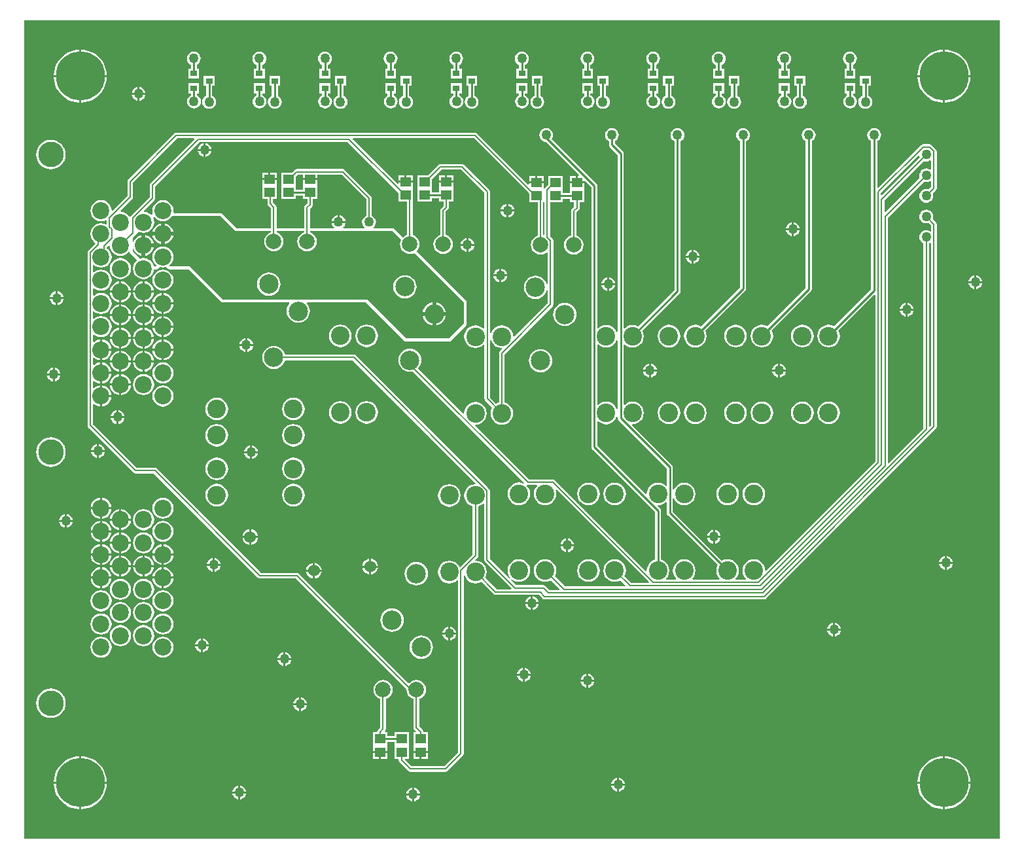
<source format=gbr>
%TF.GenerationSoftware,Altium Limited,Altium Designer,19.0.10 (269)*%
G04 Layer_Physical_Order=2*
G04 Layer_Color=16711680*
%FSLAX26Y26*%
%MOIN*%
%TF.FileFunction,Copper,L2,Bot,Signal*%
%TF.Part,Single*%
G01*
G75*
%TA.AperFunction,SMDPad,CuDef*%
%ADD12R,0.053150X0.045276*%
%TA.AperFunction,Conductor*%
%ADD19C,0.008000*%
%ADD21C,0.010000*%
%TA.AperFunction,ComponentPad*%
%ADD23C,0.094488*%
%ADD24C,0.086614*%
%ADD25C,0.129921*%
%TA.AperFunction,ViaPad*%
%ADD26C,0.060000*%
%ADD27C,0.250000*%
%TA.AperFunction,ComponentPad*%
%ADD28C,0.098425*%
%ADD29C,0.078740*%
%TA.AperFunction,ViaPad*%
%ADD30C,0.050000*%
%TA.AperFunction,SMDPad,CuDef*%
%ADD31R,0.035433X0.031496*%
G36*
X4984707Y15293D02*
X15293D01*
Y4184707D01*
X4984707D01*
Y15293D01*
D02*
G37*
%LPC*%
G36*
X4705000Y4035024D02*
Y3905000D01*
X4835024D01*
X4833750Y3921184D01*
X4828790Y3941846D01*
X4820658Y3961478D01*
X4809555Y3979596D01*
X4795755Y3995755D01*
X4779596Y4009555D01*
X4761478Y4020658D01*
X4741846Y4028790D01*
X4721184Y4033750D01*
X4705000Y4035024D01*
D02*
G37*
G36*
X4695000D02*
X4678816Y4033750D01*
X4658154Y4028790D01*
X4638522Y4020658D01*
X4620404Y4009555D01*
X4604245Y3995755D01*
X4590445Y3979596D01*
X4579342Y3961478D01*
X4571210Y3941846D01*
X4566250Y3921184D01*
X4564976Y3905000D01*
X4695000D01*
Y4035024D01*
D02*
G37*
G36*
X305000D02*
Y3905000D01*
X435024D01*
X433750Y3921184D01*
X428790Y3941846D01*
X420658Y3961478D01*
X409555Y3979596D01*
X395755Y3995755D01*
X379596Y4009555D01*
X361478Y4020658D01*
X341846Y4028790D01*
X321184Y4033750D01*
X305000Y4035024D01*
D02*
G37*
G36*
X295000D02*
X278816Y4033750D01*
X258154Y4028790D01*
X238522Y4020658D01*
X220404Y4009555D01*
X204245Y3995755D01*
X190445Y3979596D01*
X179342Y3961478D01*
X171210Y3941846D01*
X166250Y3921184D01*
X164976Y3905000D01*
X295000D01*
Y4035024D01*
D02*
G37*
G36*
X4220938Y4025042D02*
X4211801Y4023839D01*
X4203287Y4020313D01*
X4195976Y4014702D01*
X4190366Y4007391D01*
X4186839Y3998877D01*
X4185636Y3989740D01*
X4186839Y3980603D01*
X4190366Y3972089D01*
X4195976Y3964778D01*
X4203287Y3959168D01*
X4205644Y3958191D01*
Y3938875D01*
X4193221D01*
Y3887379D01*
X4248654D01*
Y3938875D01*
X4236232D01*
Y3958191D01*
X4238589Y3959168D01*
X4245900Y3964778D01*
X4251510Y3972089D01*
X4255037Y3980603D01*
X4256240Y3989740D01*
X4255037Y3998877D01*
X4251510Y4007391D01*
X4245900Y4014702D01*
X4238589Y4020313D01*
X4230075Y4023839D01*
X4220938Y4025042D01*
D02*
G37*
G36*
X3886647D02*
X3877511Y4023839D01*
X3868996Y4020313D01*
X3861685Y4014702D01*
X3856075Y4007391D01*
X3852548Y3998877D01*
X3851345Y3989740D01*
X3852548Y3980603D01*
X3856075Y3972089D01*
X3861685Y3964778D01*
X3868996Y3959168D01*
X3871354Y3958191D01*
Y3938875D01*
X3858931D01*
Y3887379D01*
X3914364D01*
Y3938875D01*
X3901941D01*
Y3958191D01*
X3904298Y3959168D01*
X3911610Y3964778D01*
X3917220Y3972089D01*
X3920747Y3980603D01*
X3921949Y3989740D01*
X3920747Y3998877D01*
X3917220Y4007391D01*
X3911610Y4014702D01*
X3904298Y4020313D01*
X3895784Y4023839D01*
X3886647Y4025042D01*
D02*
G37*
G36*
X3552357D02*
X3543220Y4023839D01*
X3534706Y4020313D01*
X3527394Y4014702D01*
X3521784Y4007391D01*
X3518258Y3998877D01*
X3517055Y3989740D01*
X3518258Y3980603D01*
X3521784Y3972089D01*
X3527394Y3964778D01*
X3534706Y3959168D01*
X3537063Y3958191D01*
Y3938875D01*
X3524640D01*
Y3887379D01*
X3580073D01*
Y3938875D01*
X3567651D01*
Y3958191D01*
X3570008Y3959168D01*
X3577319Y3964778D01*
X3582929Y3972089D01*
X3586456Y3980603D01*
X3587659Y3989740D01*
X3586456Y3998877D01*
X3582929Y4007391D01*
X3577319Y4014702D01*
X3570008Y4020313D01*
X3561494Y4023839D01*
X3552357Y4025042D01*
D02*
G37*
G36*
X3218066D02*
X3208929Y4023839D01*
X3200415Y4020313D01*
X3193104Y4014702D01*
X3187494Y4007391D01*
X3183967Y3998877D01*
X3182764Y3989740D01*
X3183967Y3980603D01*
X3187494Y3972089D01*
X3193104Y3964778D01*
X3200415Y3959168D01*
X3202772Y3958191D01*
Y3938875D01*
X3190350D01*
Y3887379D01*
X3245783D01*
Y3938875D01*
X3233360D01*
Y3958191D01*
X3235717Y3959168D01*
X3243028Y3964778D01*
X3248639Y3972089D01*
X3252165Y3980603D01*
X3253368Y3989740D01*
X3252165Y3998877D01*
X3248639Y4007391D01*
X3243028Y4014702D01*
X3235717Y4020313D01*
X3227203Y4023839D01*
X3218066Y4025042D01*
D02*
G37*
G36*
X2883776D02*
X2874639Y4023839D01*
X2866125Y4020313D01*
X2858813Y4014702D01*
X2853203Y4007391D01*
X2849677Y3998877D01*
X2848474Y3989740D01*
X2849677Y3980603D01*
X2853203Y3972089D01*
X2858813Y3964778D01*
X2866125Y3959168D01*
X2868482Y3958191D01*
Y3938875D01*
X2856059D01*
Y3887379D01*
X2911492D01*
Y3938875D01*
X2899070D01*
Y3958191D01*
X2901427Y3959168D01*
X2908738Y3964778D01*
X2914348Y3972089D01*
X2917875Y3980603D01*
X2919078Y3989740D01*
X2917875Y3998877D01*
X2914348Y4007391D01*
X2908738Y4014702D01*
X2901427Y4020313D01*
X2892912Y4023839D01*
X2883776Y4025042D01*
D02*
G37*
G36*
X878032D02*
X868895Y4023839D01*
X860381Y4020313D01*
X853070Y4014702D01*
X847460Y4007391D01*
X843933Y3998877D01*
X842730Y3989740D01*
X843933Y3980603D01*
X847460Y3972089D01*
X853070Y3964778D01*
X860381Y3959168D01*
X862738Y3958191D01*
Y3938875D01*
X850316D01*
Y3887379D01*
X905749D01*
Y3938875D01*
X893326D01*
Y3958191D01*
X895683Y3959168D01*
X902994Y3964778D01*
X908604Y3972089D01*
X912131Y3980603D01*
X913334Y3989740D01*
X912131Y3998877D01*
X908604Y4007391D01*
X902994Y4014702D01*
X895683Y4020313D01*
X887169Y4023839D01*
X878032Y4025042D01*
D02*
G37*
G36*
X2549485D02*
X2540348Y4023839D01*
X2531834Y4020313D01*
X2524523Y4014702D01*
X2518913Y4007391D01*
X2515386Y3998877D01*
X2514183Y3989740D01*
X2515386Y3980603D01*
X2518913Y3972089D01*
X2524523Y3964778D01*
X2531834Y3959168D01*
X2534191Y3958191D01*
Y3938875D01*
X2521769D01*
Y3887379D01*
X2577202D01*
Y3938875D01*
X2564779D01*
Y3958191D01*
X2567136Y3959168D01*
X2574447Y3964778D01*
X2580057Y3972089D01*
X2583584Y3980603D01*
X2584787Y3989740D01*
X2583584Y3998877D01*
X2580057Y4007391D01*
X2574447Y4014702D01*
X2567136Y4020313D01*
X2558622Y4023839D01*
X2549485Y4025042D01*
D02*
G37*
G36*
X2215194D02*
X2206058Y4023839D01*
X2197543Y4020313D01*
X2190232Y4014702D01*
X2184622Y4007391D01*
X2181095Y3998877D01*
X2179892Y3989740D01*
X2181095Y3980603D01*
X2184622Y3972089D01*
X2190232Y3964778D01*
X2197543Y3959168D01*
X2199901Y3958191D01*
Y3938875D01*
X2187478D01*
Y3887379D01*
X2242911D01*
Y3938875D01*
X2230488D01*
Y3958191D01*
X2232845Y3959168D01*
X2240157Y3964778D01*
X2245767Y3972089D01*
X2249294Y3980603D01*
X2250496Y3989740D01*
X2249294Y3998877D01*
X2245767Y4007391D01*
X2240157Y4014702D01*
X2232845Y4020313D01*
X2224331Y4023839D01*
X2215194Y4025042D01*
D02*
G37*
G36*
X1880904D02*
X1871767Y4023839D01*
X1863253Y4020313D01*
X1855941Y4014702D01*
X1850331Y4007391D01*
X1846805Y3998877D01*
X1845602Y3989740D01*
X1846805Y3980603D01*
X1850331Y3972089D01*
X1855941Y3964778D01*
X1863253Y3959168D01*
X1865610Y3958191D01*
Y3938875D01*
X1853187D01*
Y3887379D01*
X1908620D01*
Y3938875D01*
X1896198D01*
Y3958191D01*
X1898555Y3959168D01*
X1905866Y3964778D01*
X1911476Y3972089D01*
X1915003Y3980603D01*
X1916206Y3989740D01*
X1915003Y3998877D01*
X1911476Y4007391D01*
X1905866Y4014702D01*
X1898555Y4020313D01*
X1890041Y4023839D01*
X1880904Y4025042D01*
D02*
G37*
G36*
X1546613D02*
X1537476Y4023839D01*
X1528962Y4020313D01*
X1521651Y4014702D01*
X1516041Y4007391D01*
X1512514Y3998877D01*
X1511311Y3989740D01*
X1512514Y3980603D01*
X1516041Y3972089D01*
X1521651Y3964778D01*
X1528962Y3959168D01*
X1531319Y3958191D01*
Y3938875D01*
X1518897D01*
Y3887379D01*
X1574330D01*
Y3938875D01*
X1561907D01*
Y3958191D01*
X1564264Y3959168D01*
X1571575Y3964778D01*
X1577186Y3972089D01*
X1580712Y3980603D01*
X1581915Y3989740D01*
X1580712Y3998877D01*
X1577186Y4007391D01*
X1571575Y4014702D01*
X1564264Y4020313D01*
X1555750Y4023839D01*
X1546613Y4025042D01*
D02*
G37*
G36*
X1212323D02*
X1203186Y4023839D01*
X1194672Y4020313D01*
X1187360Y4014702D01*
X1181750Y4007391D01*
X1178224Y3998877D01*
X1177021Y3989740D01*
X1178224Y3980603D01*
X1181750Y3972089D01*
X1187360Y3964778D01*
X1194672Y3959168D01*
X1197029Y3958191D01*
Y3938875D01*
X1184606D01*
Y3887379D01*
X1240039D01*
Y3938875D01*
X1227617D01*
Y3958191D01*
X1229974Y3959168D01*
X1237285Y3964778D01*
X1242895Y3972089D01*
X1246422Y3980603D01*
X1247625Y3989740D01*
X1246422Y3998877D01*
X1242895Y4007391D01*
X1237285Y4014702D01*
X1229974Y4020313D01*
X1221459Y4023839D01*
X1212323Y4025042D01*
D02*
G37*
G36*
X602000Y3844644D02*
Y3815000D01*
X631644D01*
X631099Y3819137D01*
X627572Y3827651D01*
X621962Y3834962D01*
X614651Y3840572D01*
X606137Y3844099D01*
X602000Y3844644D01*
D02*
G37*
G36*
X592000D02*
X587863Y3844099D01*
X579349Y3840572D01*
X572038Y3834962D01*
X566428Y3827651D01*
X562901Y3819137D01*
X562356Y3815000D01*
X592000D01*
Y3844644D01*
D02*
G37*
G36*
X631644Y3805000D02*
X602000D01*
Y3775356D01*
X606137Y3775901D01*
X614651Y3779428D01*
X621962Y3785038D01*
X627572Y3792349D01*
X631099Y3800863D01*
X631644Y3805000D01*
D02*
G37*
G36*
X592000D02*
X562356D01*
X562901Y3800863D01*
X566428Y3792349D01*
X572038Y3785038D01*
X579349Y3779428D01*
X587863Y3775901D01*
X592000Y3775356D01*
Y3805000D01*
D02*
G37*
G36*
X4835024Y3895000D02*
X4705000D01*
Y3764976D01*
X4721184Y3766250D01*
X4741846Y3771210D01*
X4761478Y3779342D01*
X4779596Y3790445D01*
X4795755Y3804245D01*
X4809555Y3820404D01*
X4820658Y3838522D01*
X4828790Y3858154D01*
X4833750Y3878816D01*
X4835024Y3895000D01*
D02*
G37*
G36*
X4695000D02*
X4564976D01*
X4566250Y3878816D01*
X4571210Y3858154D01*
X4579342Y3838522D01*
X4590445Y3820404D01*
X4604245Y3804245D01*
X4620404Y3790445D01*
X4638522Y3779342D01*
X4658154Y3771210D01*
X4678816Y3766250D01*
X4695000Y3764976D01*
Y3895000D01*
D02*
G37*
G36*
X435024D02*
X305000D01*
Y3764976D01*
X321184Y3766250D01*
X341846Y3771210D01*
X361478Y3779342D01*
X379596Y3790445D01*
X395755Y3804245D01*
X409555Y3820404D01*
X420658Y3838522D01*
X428790Y3858154D01*
X433750Y3878816D01*
X435024Y3895000D01*
D02*
G37*
G36*
X295000D02*
X164976D01*
X166250Y3878816D01*
X171210Y3858154D01*
X179342Y3838522D01*
X190445Y3820404D01*
X204245Y3804245D01*
X220404Y3790445D01*
X238522Y3779342D01*
X258154Y3771210D01*
X278816Y3766250D01*
X295000Y3764976D01*
Y3895000D01*
D02*
G37*
G36*
X4248654Y3864072D02*
X4193221D01*
Y3812576D01*
X4205644D01*
Y3801867D01*
X4204271Y3801298D01*
X4196960Y3795688D01*
X4191350Y3788377D01*
X4187823Y3779862D01*
X4186620Y3770726D01*
X4187823Y3761589D01*
X4191350Y3753075D01*
X4196960Y3745763D01*
X4204271Y3740153D01*
X4212785Y3736626D01*
X4221922Y3735424D01*
X4231059Y3736626D01*
X4239573Y3740153D01*
X4246885Y3745763D01*
X4252495Y3753075D01*
X4256021Y3761589D01*
X4257224Y3770726D01*
X4256021Y3779862D01*
X4252495Y3788377D01*
X4246885Y3795688D01*
X4239573Y3801298D01*
X4236232Y3802682D01*
Y3812576D01*
X4248654D01*
Y3864072D01*
D02*
G37*
G36*
X3914364D02*
X3858931D01*
Y3812576D01*
X3871354D01*
Y3801867D01*
X3869981Y3801298D01*
X3862669Y3795688D01*
X3857059Y3788377D01*
X3853532Y3779862D01*
X3852330Y3770726D01*
X3853532Y3761589D01*
X3857059Y3753075D01*
X3862669Y3745763D01*
X3869981Y3740153D01*
X3878495Y3736626D01*
X3887632Y3735424D01*
X3896768Y3736626D01*
X3905283Y3740153D01*
X3912594Y3745763D01*
X3918204Y3753075D01*
X3921731Y3761589D01*
X3922934Y3770726D01*
X3921731Y3779862D01*
X3918204Y3788377D01*
X3912594Y3795688D01*
X3905283Y3801298D01*
X3901941Y3802682D01*
Y3812576D01*
X3914364D01*
Y3864072D01*
D02*
G37*
G36*
X3580073D02*
X3524640D01*
Y3812576D01*
X3537063D01*
Y3801867D01*
X3535690Y3801298D01*
X3528379Y3795688D01*
X3522769Y3788377D01*
X3519242Y3779862D01*
X3518039Y3770726D01*
X3519242Y3761589D01*
X3522769Y3753075D01*
X3528379Y3745763D01*
X3535690Y3740153D01*
X3544204Y3736626D01*
X3553341Y3735424D01*
X3562478Y3736626D01*
X3570992Y3740153D01*
X3578303Y3745763D01*
X3583913Y3753075D01*
X3587440Y3761589D01*
X3588643Y3770726D01*
X3587440Y3779862D01*
X3583913Y3788377D01*
X3578303Y3795688D01*
X3570992Y3801298D01*
X3567651Y3802682D01*
Y3812576D01*
X3580073D01*
Y3864072D01*
D02*
G37*
G36*
X3245783D02*
X3190350D01*
Y3812576D01*
X3202772D01*
Y3801867D01*
X3201399Y3801298D01*
X3194088Y3795688D01*
X3188478Y3788377D01*
X3184951Y3779862D01*
X3183748Y3770726D01*
X3184951Y3761589D01*
X3188478Y3753075D01*
X3194088Y3745763D01*
X3201399Y3740153D01*
X3209914Y3736626D01*
X3219050Y3735424D01*
X3228187Y3736626D01*
X3236701Y3740153D01*
X3244013Y3745763D01*
X3249623Y3753075D01*
X3253149Y3761589D01*
X3254352Y3770726D01*
X3253149Y3779862D01*
X3249623Y3788377D01*
X3244013Y3795688D01*
X3236701Y3801298D01*
X3233360Y3802682D01*
Y3812576D01*
X3245783D01*
Y3864072D01*
D02*
G37*
G36*
X2911492D02*
X2856059D01*
Y3812576D01*
X2868482D01*
Y3801867D01*
X2867109Y3801298D01*
X2859798Y3795688D01*
X2854187Y3788377D01*
X2850661Y3779862D01*
X2849458Y3770726D01*
X2850661Y3761589D01*
X2854187Y3753075D01*
X2859798Y3745763D01*
X2867109Y3740153D01*
X2875623Y3736626D01*
X2884760Y3735424D01*
X2893897Y3736626D01*
X2902411Y3740153D01*
X2909722Y3745763D01*
X2915332Y3753075D01*
X2918859Y3761589D01*
X2920062Y3770726D01*
X2918859Y3779862D01*
X2915332Y3788377D01*
X2909722Y3795688D01*
X2902411Y3801298D01*
X2899070Y3802682D01*
Y3812576D01*
X2911492D01*
Y3864072D01*
D02*
G37*
G36*
X2577202Y3864072D02*
X2521769D01*
Y3812576D01*
X2534191D01*
Y3801867D01*
X2532818Y3801298D01*
X2525507Y3795688D01*
X2519897Y3788377D01*
X2516370Y3779862D01*
X2515167Y3770726D01*
X2516370Y3761589D01*
X2519897Y3753075D01*
X2525507Y3745763D01*
X2532818Y3740153D01*
X2541332Y3736626D01*
X2550469Y3735424D01*
X2559606Y3736626D01*
X2568120Y3740153D01*
X2575432Y3745763D01*
X2581042Y3753075D01*
X2584568Y3761589D01*
X2585771Y3770726D01*
X2584568Y3779862D01*
X2581042Y3788377D01*
X2575432Y3795688D01*
X2568120Y3801298D01*
X2564779Y3802682D01*
Y3812576D01*
X2577202D01*
Y3864072D01*
D02*
G37*
G36*
X2242911D02*
X2187478D01*
Y3812576D01*
X2199901D01*
Y3801867D01*
X2198528Y3801298D01*
X2191216Y3795688D01*
X2185606Y3788377D01*
X2182079Y3779862D01*
X2180877Y3770726D01*
X2182079Y3761589D01*
X2185606Y3753075D01*
X2191216Y3745763D01*
X2198528Y3740153D01*
X2207042Y3736626D01*
X2216179Y3735424D01*
X2225315Y3736626D01*
X2233830Y3740153D01*
X2241141Y3745763D01*
X2246751Y3753075D01*
X2250278Y3761589D01*
X2251481Y3770726D01*
X2250278Y3779862D01*
X2246751Y3788377D01*
X2241141Y3795688D01*
X2233830Y3801298D01*
X2230488Y3802682D01*
Y3812576D01*
X2242911D01*
Y3864072D01*
D02*
G37*
G36*
X1908620D02*
X1853187D01*
Y3812576D01*
X1865610D01*
Y3801867D01*
X1864237Y3801298D01*
X1856926Y3795688D01*
X1851316Y3788377D01*
X1847789Y3779862D01*
X1846586Y3770726D01*
X1847789Y3761589D01*
X1851316Y3753075D01*
X1856926Y3745763D01*
X1864237Y3740153D01*
X1872751Y3736626D01*
X1881888Y3735424D01*
X1891025Y3736626D01*
X1899539Y3740153D01*
X1906850Y3745763D01*
X1912460Y3753075D01*
X1915987Y3761589D01*
X1917190Y3770726D01*
X1915987Y3779862D01*
X1912460Y3788377D01*
X1906850Y3795688D01*
X1899539Y3801298D01*
X1896198Y3802682D01*
Y3812576D01*
X1908620D01*
Y3864072D01*
D02*
G37*
G36*
X1574330D02*
X1518897D01*
Y3812576D01*
X1531319D01*
Y3801867D01*
X1529946Y3801298D01*
X1522635Y3795688D01*
X1517025Y3788377D01*
X1513498Y3779862D01*
X1512295Y3770726D01*
X1513498Y3761589D01*
X1517025Y3753075D01*
X1522635Y3745763D01*
X1529946Y3740153D01*
X1538461Y3736626D01*
X1547597Y3735424D01*
X1556734Y3736626D01*
X1565248Y3740153D01*
X1572560Y3745763D01*
X1578170Y3753075D01*
X1581697Y3761589D01*
X1582899Y3770726D01*
X1581697Y3779862D01*
X1578170Y3788377D01*
X1572560Y3795688D01*
X1565248Y3801298D01*
X1561907Y3802682D01*
Y3812576D01*
X1574330D01*
Y3864072D01*
D02*
G37*
G36*
X1240039D02*
X1184606D01*
Y3812576D01*
X1197029D01*
Y3801867D01*
X1195656Y3801298D01*
X1188344Y3795688D01*
X1182734Y3788377D01*
X1179208Y3779862D01*
X1178005Y3770726D01*
X1179208Y3761589D01*
X1182734Y3753075D01*
X1188344Y3745763D01*
X1195656Y3740153D01*
X1204170Y3736626D01*
X1213307Y3735424D01*
X1222444Y3736626D01*
X1230958Y3740153D01*
X1238269Y3745763D01*
X1243879Y3753075D01*
X1247406Y3761589D01*
X1248609Y3770726D01*
X1247406Y3779862D01*
X1243879Y3788377D01*
X1238269Y3795688D01*
X1230958Y3801298D01*
X1227617Y3802682D01*
Y3812576D01*
X1240039D01*
Y3864072D01*
D02*
G37*
G36*
X905749Y3864072D02*
X850316D01*
Y3812576D01*
X862738D01*
Y3801867D01*
X861365Y3801298D01*
X854054Y3795688D01*
X848444Y3788377D01*
X844917Y3779862D01*
X843714Y3770726D01*
X844917Y3761589D01*
X848444Y3753075D01*
X854054Y3745763D01*
X861365Y3740153D01*
X869879Y3736626D01*
X879016Y3735424D01*
X888153Y3736626D01*
X896667Y3740153D01*
X903979Y3745763D01*
X909589Y3753075D01*
X913115Y3761589D01*
X914318Y3770726D01*
X913115Y3779862D01*
X909589Y3788377D01*
X903979Y3795688D01*
X896667Y3801298D01*
X893326Y3802682D01*
Y3812576D01*
X905749D01*
Y3864072D01*
D02*
G37*
G36*
X4327395Y3901473D02*
X4271962D01*
Y3849977D01*
X4284384D01*
Y3800030D01*
X4282027Y3799054D01*
X4274716Y3793444D01*
X4269106Y3786133D01*
X4265579Y3777618D01*
X4264376Y3768482D01*
X4265579Y3759345D01*
X4269106Y3750831D01*
X4274716Y3743519D01*
X4282027Y3737909D01*
X4290541Y3734383D01*
X4299678Y3733180D01*
X4308815Y3734383D01*
X4317329Y3737909D01*
X4324641Y3743519D01*
X4330251Y3750831D01*
X4333777Y3759345D01*
X4334980Y3768482D01*
X4333777Y3777618D01*
X4330251Y3786133D01*
X4324641Y3793444D01*
X4317329Y3799054D01*
X4314972Y3800030D01*
Y3849977D01*
X4327395D01*
Y3901473D01*
D02*
G37*
G36*
X3993104D02*
X3937671D01*
Y3849977D01*
X3950094D01*
Y3800030D01*
X3947737Y3799054D01*
X3940425Y3793444D01*
X3934815Y3786133D01*
X3931289Y3777618D01*
X3930086Y3768482D01*
X3931289Y3759345D01*
X3934815Y3750831D01*
X3940425Y3743519D01*
X3947737Y3737909D01*
X3956251Y3734383D01*
X3965388Y3733180D01*
X3974524Y3734383D01*
X3983039Y3737909D01*
X3990350Y3743519D01*
X3995960Y3750831D01*
X3999487Y3759345D01*
X4000690Y3768482D01*
X3999487Y3777618D01*
X3995960Y3786133D01*
X3990350Y3793444D01*
X3983039Y3799054D01*
X3980682Y3800030D01*
Y3849977D01*
X3993104D01*
Y3901473D01*
D02*
G37*
G36*
X3658814D02*
X3603381D01*
Y3849977D01*
X3615803D01*
Y3800030D01*
X3613446Y3799054D01*
X3606135Y3793444D01*
X3600525Y3786133D01*
X3596998Y3777618D01*
X3595795Y3768482D01*
X3596998Y3759345D01*
X3600525Y3750831D01*
X3606135Y3743519D01*
X3613446Y3737909D01*
X3621960Y3734383D01*
X3631097Y3733180D01*
X3640234Y3734383D01*
X3648748Y3737909D01*
X3656059Y3743519D01*
X3661669Y3750831D01*
X3665196Y3759345D01*
X3666399Y3768482D01*
X3665196Y3777618D01*
X3661669Y3786133D01*
X3656059Y3793444D01*
X3648748Y3799054D01*
X3646391Y3800030D01*
Y3849977D01*
X3658814D01*
Y3901473D01*
D02*
G37*
G36*
X3324523D02*
X3269090D01*
Y3849977D01*
X3281512D01*
Y3800030D01*
X3279155Y3799054D01*
X3271844Y3793444D01*
X3266234Y3786133D01*
X3262707Y3777618D01*
X3261504Y3768482D01*
X3262707Y3759345D01*
X3266234Y3750831D01*
X3271844Y3743519D01*
X3279155Y3737909D01*
X3287670Y3734383D01*
X3296806Y3733180D01*
X3305943Y3734383D01*
X3314457Y3737909D01*
X3321769Y3743519D01*
X3327379Y3750831D01*
X3330905Y3759345D01*
X3332108Y3768482D01*
X3330905Y3777618D01*
X3327379Y3786133D01*
X3321769Y3793444D01*
X3314457Y3799054D01*
X3312100Y3800030D01*
Y3849977D01*
X3324523D01*
Y3901473D01*
D02*
G37*
G36*
X2990232D02*
X2934799D01*
Y3849977D01*
X2947222D01*
Y3800030D01*
X2944865Y3799054D01*
X2937553Y3793444D01*
X2931943Y3786133D01*
X2928417Y3777618D01*
X2927214Y3768482D01*
X2928417Y3759345D01*
X2931943Y3750831D01*
X2937553Y3743519D01*
X2944865Y3737909D01*
X2953379Y3734383D01*
X2962516Y3733180D01*
X2971653Y3734383D01*
X2980167Y3737909D01*
X2987478Y3743519D01*
X2993088Y3750831D01*
X2996615Y3759345D01*
X2997818Y3768482D01*
X2996615Y3777618D01*
X2993088Y3786133D01*
X2987478Y3793444D01*
X2980167Y3799054D01*
X2977810Y3800030D01*
Y3849977D01*
X2990232D01*
Y3901473D01*
D02*
G37*
G36*
X2655942Y3901473D02*
X2600509D01*
Y3849977D01*
X2612931D01*
Y3800030D01*
X2610574Y3799054D01*
X2603263Y3793444D01*
X2597653Y3786133D01*
X2594126Y3777618D01*
X2592923Y3768482D01*
X2594126Y3759345D01*
X2597653Y3750831D01*
X2603263Y3743519D01*
X2610574Y3737909D01*
X2619088Y3734383D01*
X2628225Y3733180D01*
X2637362Y3734383D01*
X2645876Y3737909D01*
X2653188Y3743519D01*
X2658798Y3750831D01*
X2662324Y3759345D01*
X2663527Y3768482D01*
X2662324Y3777618D01*
X2658798Y3786133D01*
X2653188Y3793444D01*
X2645876Y3799054D01*
X2643519Y3800030D01*
Y3849977D01*
X2655942D01*
Y3901473D01*
D02*
G37*
G36*
X2321651D02*
X2266218D01*
Y3849977D01*
X2278641D01*
Y3800030D01*
X2276284Y3799054D01*
X2268972Y3793444D01*
X2263362Y3786133D01*
X2259836Y3777618D01*
X2258633Y3768482D01*
X2259836Y3759345D01*
X2263362Y3750831D01*
X2268972Y3743519D01*
X2276284Y3737909D01*
X2284798Y3734383D01*
X2293935Y3733180D01*
X2303071Y3734383D01*
X2311586Y3737909D01*
X2318897Y3743519D01*
X2324507Y3750831D01*
X2328034Y3759345D01*
X2329237Y3768482D01*
X2328034Y3777618D01*
X2324507Y3786133D01*
X2318897Y3793444D01*
X2311586Y3799054D01*
X2309229Y3800030D01*
Y3849977D01*
X2321651D01*
Y3901473D01*
D02*
G37*
G36*
X1987361D02*
X1931928D01*
Y3849977D01*
X1944350D01*
Y3800030D01*
X1941993Y3799054D01*
X1934682Y3793444D01*
X1929072Y3786133D01*
X1925545Y3777618D01*
X1924342Y3768482D01*
X1925545Y3759345D01*
X1929072Y3750831D01*
X1934682Y3743519D01*
X1941993Y3737909D01*
X1950507Y3734383D01*
X1959644Y3733180D01*
X1968781Y3734383D01*
X1977295Y3737909D01*
X1984606Y3743519D01*
X1990216Y3750831D01*
X1993743Y3759345D01*
X1994946Y3768482D01*
X1993743Y3777618D01*
X1990216Y3786133D01*
X1984606Y3793444D01*
X1977295Y3799054D01*
X1974938Y3800030D01*
Y3849977D01*
X1987361D01*
Y3901473D01*
D02*
G37*
G36*
X1653070D02*
X1597637D01*
Y3849977D01*
X1610060D01*
Y3800030D01*
X1607702Y3799054D01*
X1600391Y3793444D01*
X1594781Y3786133D01*
X1591254Y3777618D01*
X1590051Y3768482D01*
X1591254Y3759345D01*
X1594781Y3750831D01*
X1600391Y3743519D01*
X1607702Y3737909D01*
X1616217Y3734383D01*
X1625353Y3733180D01*
X1634490Y3734383D01*
X1643004Y3737909D01*
X1650316Y3743519D01*
X1655926Y3750831D01*
X1659453Y3759345D01*
X1660655Y3768482D01*
X1659453Y3777618D01*
X1655926Y3786133D01*
X1650316Y3793444D01*
X1643004Y3799054D01*
X1640647Y3800030D01*
Y3849977D01*
X1653070D01*
Y3901473D01*
D02*
G37*
G36*
X1318779D02*
X1263346D01*
Y3849977D01*
X1275769D01*
Y3800030D01*
X1273412Y3799054D01*
X1266101Y3793444D01*
X1260490Y3786133D01*
X1256964Y3777618D01*
X1255761Y3768482D01*
X1256964Y3759345D01*
X1260490Y3750831D01*
X1266101Y3743519D01*
X1273412Y3737909D01*
X1281926Y3734383D01*
X1291063Y3733180D01*
X1300200Y3734383D01*
X1308714Y3737909D01*
X1316025Y3743519D01*
X1321635Y3750831D01*
X1325162Y3759345D01*
X1326365Y3768482D01*
X1325162Y3777618D01*
X1321635Y3786133D01*
X1316025Y3793444D01*
X1308714Y3799054D01*
X1306357Y3800030D01*
Y3849977D01*
X1318779D01*
Y3901473D01*
D02*
G37*
G36*
X984489Y3901473D02*
X929056D01*
Y3849977D01*
X941478D01*
Y3800030D01*
X939121Y3799054D01*
X931810Y3793444D01*
X926200Y3786133D01*
X922673Y3777618D01*
X921470Y3768482D01*
X922673Y3759345D01*
X926200Y3750831D01*
X931810Y3743519D01*
X939121Y3737909D01*
X947635Y3734383D01*
X956772Y3733180D01*
X965909Y3734383D01*
X974423Y3737909D01*
X981735Y3743519D01*
X987345Y3750831D01*
X990871Y3759345D01*
X992074Y3768482D01*
X990871Y3777618D01*
X987345Y3786133D01*
X981735Y3793444D01*
X974423Y3799054D01*
X972066Y3800030D01*
Y3849977D01*
X984489D01*
Y3901473D01*
D02*
G37*
G36*
X150000Y3575323D02*
X135305Y3573876D01*
X121175Y3569590D01*
X108153Y3562629D01*
X96738Y3553262D01*
X87371Y3541847D01*
X80410Y3528825D01*
X76124Y3514695D01*
X74677Y3500000D01*
X76124Y3485305D01*
X80410Y3471175D01*
X87371Y3458153D01*
X96738Y3446738D01*
X108153Y3437371D01*
X121175Y3430410D01*
X135305Y3426124D01*
X150000Y3424677D01*
X164695Y3426124D01*
X178825Y3430410D01*
X191847Y3437371D01*
X203262Y3446738D01*
X212629Y3458153D01*
X219590Y3471175D01*
X223876Y3485305D01*
X225323Y3500000D01*
X223876Y3514695D01*
X219590Y3528825D01*
X212629Y3541847D01*
X203262Y3553262D01*
X191847Y3562629D01*
X178825Y3569590D01*
X164695Y3573876D01*
X150000Y3575323D01*
D02*
G37*
G36*
X2200575Y3394536D02*
X2169001D01*
Y3366899D01*
X2200575D01*
Y3394536D01*
D02*
G37*
G36*
X2159001D02*
X2127425D01*
Y3366899D01*
X2159001D01*
Y3394536D01*
D02*
G37*
G36*
X1993920D02*
X1962346D01*
Y3366898D01*
X1993920D01*
Y3394536D01*
D02*
G37*
G36*
X1952346D02*
X1920771D01*
Y3366898D01*
X1952346D01*
Y3394536D01*
D02*
G37*
G36*
X2824655Y3391598D02*
X2793081D01*
Y3363961D01*
X2824655D01*
Y3391598D01*
D02*
G37*
G36*
X2659576D02*
X2628001D01*
Y3363961D01*
X2659576D01*
Y3391598D01*
D02*
G37*
G36*
X2618001D02*
X2586426D01*
Y3363961D01*
X2618001D01*
Y3391598D01*
D02*
G37*
G36*
X2481217Y3249211D02*
Y3219567D01*
X2510861D01*
X2510316Y3223704D01*
X2506789Y3232218D01*
X2501179Y3239529D01*
X2493868Y3245139D01*
X2485354Y3248666D01*
X2481217Y3249211D01*
D02*
G37*
G36*
X2471217D02*
X2467080Y3248666D01*
X2458566Y3245139D01*
X2451255Y3239529D01*
X2445645Y3232218D01*
X2442118Y3223704D01*
X2441573Y3219567D01*
X2471217D01*
Y3249211D01*
D02*
G37*
G36*
X2510861Y3209567D02*
X2481217D01*
Y3179923D01*
X2485354Y3180468D01*
X2493868Y3183994D01*
X2501179Y3189605D01*
X2506789Y3196916D01*
X2510316Y3205430D01*
X2510861Y3209567D01*
D02*
G37*
G36*
X2471217D02*
X2441573D01*
X2442118Y3205430D01*
X2445645Y3196916D01*
X2451255Y3189605D01*
X2458566Y3183994D01*
X2467080Y3180468D01*
X2471217Y3179923D01*
Y3209567D01*
D02*
G37*
G36*
X3935000Y3154644D02*
Y3125000D01*
X3964644D01*
X3964099Y3129137D01*
X3960572Y3137651D01*
X3954962Y3144962D01*
X3947651Y3150572D01*
X3939137Y3154099D01*
X3935000Y3154644D01*
D02*
G37*
G36*
X3925000D02*
X3920863Y3154099D01*
X3912349Y3150572D01*
X3905038Y3144962D01*
X3899428Y3137651D01*
X3895901Y3129137D01*
X3895356Y3125000D01*
X3925000D01*
Y3154644D01*
D02*
G37*
G36*
X3964644Y3115000D02*
X3935000D01*
Y3085356D01*
X3939137Y3085901D01*
X3947651Y3089428D01*
X3954962Y3095038D01*
X3960572Y3102349D01*
X3964099Y3110863D01*
X3964644Y3115000D01*
D02*
G37*
G36*
X3925000D02*
X3895356D01*
X3895901Y3110863D01*
X3899428Y3102349D01*
X3905038Y3095038D01*
X3912349Y3089428D01*
X3920863Y3085901D01*
X3925000Y3085356D01*
Y3115000D01*
D02*
G37*
G36*
X2277663Y3074644D02*
Y3045000D01*
X2307306D01*
X2306762Y3049137D01*
X2303235Y3057651D01*
X2297625Y3064962D01*
X2290314Y3070572D01*
X2281800Y3074099D01*
X2277663Y3074644D01*
D02*
G37*
G36*
X2267663D02*
X2263526Y3074099D01*
X2255012Y3070572D01*
X2247700Y3064962D01*
X2242090Y3057651D01*
X2238564Y3049137D01*
X2238019Y3045000D01*
X2267663D01*
Y3074644D01*
D02*
G37*
G36*
X2307306Y3035000D02*
X2277663D01*
Y3005356D01*
X2281800Y3005901D01*
X2290314Y3009428D01*
X2297625Y3015038D01*
X2303235Y3022349D01*
X2306762Y3030863D01*
X2307306Y3035000D01*
D02*
G37*
G36*
X2267663D02*
X2238019D01*
X2238564Y3030863D01*
X2242090Y3022349D01*
X2247700Y3015038D01*
X2255012Y3009428D01*
X2263526Y3005901D01*
X2267663Y3005356D01*
Y3035000D01*
D02*
G37*
G36*
X3425000Y3014644D02*
Y2985000D01*
X3454644D01*
X3454099Y2989137D01*
X3450572Y2997651D01*
X3444962Y3004962D01*
X3437651Y3010572D01*
X3429137Y3014099D01*
X3425000Y3014644D01*
D02*
G37*
G36*
X3415000D02*
X3410863Y3014099D01*
X3402349Y3010572D01*
X3395038Y3004962D01*
X3389428Y2997651D01*
X3385901Y2989137D01*
X3385356Y2985000D01*
X3415000D01*
Y3014644D01*
D02*
G37*
G36*
X3454644Y2975000D02*
X3425000D01*
Y2945356D01*
X3429137Y2945901D01*
X3437651Y2949428D01*
X3444962Y2955038D01*
X3450572Y2962349D01*
X3454099Y2970863D01*
X3454644Y2975000D01*
D02*
G37*
G36*
X3415000D02*
X3385356D01*
X3385901Y2970863D01*
X3389428Y2962349D01*
X3395038Y2955038D01*
X3402349Y2949428D01*
X3410863Y2945901D01*
X3415000Y2945356D01*
Y2975000D01*
D02*
G37*
G36*
X2445000Y2919465D02*
Y2889821D01*
X2474644D01*
X2474099Y2893958D01*
X2470572Y2902472D01*
X2464962Y2909783D01*
X2457651Y2915393D01*
X2449137Y2918920D01*
X2445000Y2919465D01*
D02*
G37*
G36*
X2435000D02*
X2430863Y2918920D01*
X2422349Y2915393D01*
X2415038Y2909783D01*
X2409428Y2902472D01*
X2405901Y2893958D01*
X2405356Y2889821D01*
X2435000D01*
Y2919465D01*
D02*
G37*
G36*
X504331Y2973058D02*
X490415Y2971226D01*
X477447Y2965855D01*
X466312Y2957310D01*
X457767Y2946175D01*
X452396Y2933207D01*
X450564Y2919291D01*
X452396Y2905375D01*
X457767Y2892408D01*
X466312Y2881272D01*
X477447Y2872728D01*
X490415Y2867356D01*
X504331Y2865524D01*
X518247Y2867356D01*
X531214Y2872728D01*
X542350Y2881272D01*
X550894Y2892408D01*
X556266Y2905375D01*
X558098Y2919291D01*
X556266Y2933207D01*
X550894Y2946175D01*
X542350Y2957310D01*
X531214Y2965855D01*
X518247Y2971226D01*
X504331Y2973058D01*
D02*
G37*
G36*
X4865000Y2884644D02*
Y2855000D01*
X4894644D01*
X4894099Y2859137D01*
X4890572Y2867651D01*
X4884962Y2874962D01*
X4877651Y2880572D01*
X4869137Y2884099D01*
X4865000Y2884644D01*
D02*
G37*
G36*
X4855000D02*
X4850863Y2884099D01*
X4842349Y2880572D01*
X4835038Y2874962D01*
X4829428Y2867651D01*
X4825901Y2859137D01*
X4825356Y2855000D01*
X4855000D01*
Y2884644D01*
D02*
G37*
G36*
X2474644Y2879821D02*
X2445000D01*
Y2850177D01*
X2449137Y2850722D01*
X2457651Y2854249D01*
X2464962Y2859859D01*
X2470572Y2867170D01*
X2474099Y2875684D01*
X2474644Y2879821D01*
D02*
G37*
G36*
X2435000D02*
X2405356D01*
X2405901Y2875684D01*
X2409428Y2867170D01*
X2415038Y2859859D01*
X2422349Y2854249D01*
X2430863Y2850722D01*
X2435000Y2850177D01*
Y2879821D01*
D02*
G37*
G36*
X2995000Y2875108D02*
Y2845465D01*
X3024644D01*
X3024099Y2849601D01*
X3020572Y2858115D01*
X3014962Y2865427D01*
X3007651Y2871037D01*
X2999137Y2874564D01*
X2995000Y2875108D01*
D02*
G37*
G36*
X2985000D02*
X2980863Y2874564D01*
X2972349Y2871037D01*
X2965038Y2865427D01*
X2959428Y2858115D01*
X2955901Y2849601D01*
X2955356Y2845465D01*
X2985000D01*
Y2875108D01*
D02*
G37*
G36*
X2312127Y3611274D02*
X2312126Y3611274D01*
X788000D01*
X782537Y3610188D01*
X777907Y3607093D01*
X777906Y3607093D01*
X543575Y3372762D01*
X540481Y3368131D01*
X539394Y3362668D01*
X539394Y3362668D01*
Y3288978D01*
X464262Y3213846D01*
X459468Y3216123D01*
X457841Y3228483D01*
X452469Y3241450D01*
X443925Y3252586D01*
X432789Y3261131D01*
X419821Y3266502D01*
X405906Y3268334D01*
X391990Y3266502D01*
X379022Y3261131D01*
X367886Y3252586D01*
X359342Y3241450D01*
X353971Y3228483D01*
X352138Y3214567D01*
X353971Y3200651D01*
X359342Y3187683D01*
X367886Y3176548D01*
X379022Y3168003D01*
X391990Y3162632D01*
X405906Y3160800D01*
X419821Y3162632D01*
X429749Y3166744D01*
X434749Y3163431D01*
Y3147593D01*
X429749Y3144280D01*
X419821Y3148392D01*
X405906Y3150224D01*
X391990Y3148392D01*
X379022Y3143020D01*
X367886Y3134476D01*
X359342Y3123340D01*
X353971Y3110373D01*
X352138Y3096457D01*
X353971Y3082541D01*
X359342Y3069573D01*
X367886Y3058438D01*
X376019Y3052197D01*
X376230Y3047074D01*
X340505Y3011349D01*
X337411Y3006718D01*
X336324Y3001255D01*
X336324Y3001255D01*
Y2119402D01*
X336324Y2119402D01*
X337411Y2113939D01*
X340505Y2109308D01*
X570206Y1879608D01*
X570206Y1879607D01*
X574837Y1876513D01*
X580299Y1875426D01*
X580300Y1875427D01*
X674386D01*
X1205056Y1344757D01*
X1205056Y1344757D01*
X1209687Y1341663D01*
X1215150Y1340576D01*
X1215150Y1340576D01*
X1399237D01*
X1962561Y777252D01*
X1962133Y774000D01*
X1963830Y761112D01*
X1968804Y749102D01*
X1976718Y738789D01*
X1987031Y730875D01*
X1997655Y726475D01*
Y580293D01*
X1997655Y580293D01*
X1998741Y574830D01*
X2001835Y570199D01*
X2010337Y561697D01*
X2010344Y561512D01*
X2008326Y556638D01*
X1997009D01*
Y543115D01*
X1996715Y541638D01*
X1997009Y540160D01*
Y492740D01*
X1997009Y491362D01*
Y487740D01*
X1997009Y486362D01*
Y460102D01*
X2033584D01*
X2070159D01*
Y486362D01*
X2070159Y487740D01*
Y491362D01*
X2070159Y492740D01*
Y556638D01*
X2052078D01*
X2047858Y558638D01*
X2046772Y564100D01*
X2043677Y568731D01*
X2043677Y568731D01*
X2026203Y586205D01*
Y726475D01*
X2036827Y730875D01*
X2047140Y738789D01*
X2055054Y749102D01*
X2060028Y761112D01*
X2061725Y774000D01*
X2060028Y786888D01*
X2055054Y798898D01*
X2047140Y809211D01*
X2036827Y817125D01*
X2024817Y822099D01*
X2011929Y823796D01*
X1999041Y822099D01*
X1987031Y817125D01*
X1976718Y809211D01*
X1976533Y808970D01*
X1971544Y808643D01*
X1415243Y1364944D01*
X1410612Y1368038D01*
X1405150Y1369125D01*
X1405149Y1369125D01*
X1221062D01*
X690393Y1899794D01*
X685762Y1902889D01*
X680299Y1903975D01*
X680299Y1903975D01*
X586212D01*
X364873Y2125314D01*
Y2227676D01*
X369873Y2230142D01*
X379022Y2223121D01*
X391990Y2217750D01*
X400906Y2216576D01*
Y2269685D01*
Y2322794D01*
X391990Y2321620D01*
X379022Y2316249D01*
X369873Y2309228D01*
X364873Y2311694D01*
Y2345786D01*
X369873Y2348252D01*
X379022Y2341232D01*
X391990Y2335860D01*
X400906Y2334686D01*
Y2387795D01*
Y2440904D01*
X391990Y2439730D01*
X379022Y2434359D01*
X369873Y2427339D01*
X364873Y2429804D01*
Y2463896D01*
X369873Y2466362D01*
X379022Y2459342D01*
X391990Y2453970D01*
X400905Y2452797D01*
Y2505906D01*
Y2559014D01*
X391990Y2557840D01*
X379022Y2552469D01*
X369873Y2545449D01*
X364873Y2547914D01*
Y2582007D01*
X369873Y2584472D01*
X379022Y2577452D01*
X391990Y2572081D01*
X405906Y2570249D01*
X419821Y2572081D01*
X432789Y2577452D01*
X443925Y2585997D01*
X452469Y2597132D01*
X457841Y2610100D01*
X459673Y2624016D01*
X457841Y2637932D01*
X452469Y2650899D01*
X443925Y2662035D01*
X432789Y2670579D01*
X419821Y2675951D01*
X405906Y2677783D01*
X391990Y2675951D01*
X379022Y2670579D01*
X369873Y2663559D01*
X364873Y2666025D01*
Y2700117D01*
X369873Y2702583D01*
X379022Y2695562D01*
X391990Y2690191D01*
X405906Y2688359D01*
X419821Y2690191D01*
X432789Y2695562D01*
X443925Y2704107D01*
X452469Y2715242D01*
X457841Y2728210D01*
X459673Y2742126D01*
X457841Y2756042D01*
X452469Y2769010D01*
X443925Y2780145D01*
X432789Y2788690D01*
X419821Y2794061D01*
X405906Y2795893D01*
X391990Y2794061D01*
X379022Y2788690D01*
X369873Y2781669D01*
X364873Y2784135D01*
Y2818227D01*
X369873Y2820693D01*
X379022Y2813673D01*
X391990Y2808301D01*
X405906Y2806469D01*
X419821Y2808301D01*
X432789Y2813673D01*
X443925Y2822217D01*
X452469Y2833353D01*
X457841Y2846320D01*
X459673Y2860236D01*
X457841Y2874152D01*
X452469Y2887120D01*
X443925Y2898255D01*
X432789Y2906800D01*
X419821Y2912171D01*
X405906Y2914003D01*
X391990Y2912171D01*
X379022Y2906800D01*
X369873Y2899780D01*
X364873Y2902245D01*
Y2936338D01*
X369873Y2938803D01*
X379022Y2931783D01*
X391990Y2926412D01*
X405906Y2924579D01*
X419821Y2926412D01*
X432789Y2931783D01*
X443925Y2940327D01*
X452469Y2951463D01*
X457841Y2964431D01*
X459673Y2978347D01*
X457841Y2992262D01*
X452469Y3005230D01*
X443925Y3016366D01*
X435792Y3022606D01*
X435581Y3027729D01*
X445974Y3038123D01*
X450769Y3035846D01*
X452396Y3023486D01*
X457767Y3010518D01*
X466312Y2999383D01*
X477447Y2990838D01*
X490415Y2985467D01*
X504331Y2983635D01*
X518247Y2985467D01*
X531214Y2990838D01*
X542350Y2999383D01*
X546459Y3004737D01*
X551805Y3003491D01*
X552370Y3000647D01*
X555686Y2995686D01*
X587195Y2964177D01*
X586868Y2959187D01*
X584422Y2957310D01*
X575877Y2946175D01*
X570506Y2933207D01*
X568674Y2919291D01*
X570506Y2905375D01*
X575877Y2892408D01*
X584422Y2881272D01*
X595557Y2872728D01*
X608525Y2867356D01*
X622441Y2865524D01*
X636357Y2867356D01*
X649324Y2872728D01*
X660460Y2881272D01*
X669005Y2892408D01*
X674376Y2905375D01*
X675736Y2915706D01*
X686790Y2915706D01*
X687287Y2915805D01*
X687790Y2915739D01*
X690197Y2916383D01*
X692643Y2916870D01*
X693064Y2917152D01*
X693554Y2917283D01*
X695531Y2918800D01*
X697604Y2920185D01*
X697886Y2920607D01*
X698288Y2920916D01*
X699535Y2923075D01*
X700919Y2925147D01*
X705452Y2927032D01*
X706950Y2926412D01*
X720866Y2924579D01*
X734782Y2926412D01*
X736280Y2927032D01*
X740813Y2925147D01*
X742198Y2923075D01*
X743444Y2920916D01*
X743846Y2920607D01*
X744128Y2920185D01*
X746201Y2918800D01*
X748178Y2917283D01*
X748668Y2917152D01*
X749090Y2916870D01*
X751535Y2916384D01*
X753942Y2915739D01*
X754445Y2915805D01*
X754943Y2915706D01*
X851665Y2915706D01*
X1016186Y2751186D01*
X1021147Y2747870D01*
X1027000Y2746706D01*
X1363088Y2746706D01*
X1365453Y2741706D01*
X1360544Y2735725D01*
X1355046Y2725439D01*
X1351660Y2714277D01*
X1350517Y2702669D01*
X1351660Y2691062D01*
X1355046Y2679900D01*
X1360544Y2669613D01*
X1367944Y2660597D01*
X1376960Y2653198D01*
X1387247Y2647699D01*
X1398408Y2644314D01*
X1410016Y2643170D01*
X1421624Y2644314D01*
X1432785Y2647699D01*
X1443072Y2653198D01*
X1452088Y2660597D01*
X1459488Y2669613D01*
X1464986Y2679900D01*
X1468372Y2691062D01*
X1469515Y2702669D01*
X1468372Y2714277D01*
X1464986Y2725439D01*
X1459488Y2735725D01*
X1454579Y2741706D01*
X1456944Y2746706D01*
X1755665Y2746706D01*
X1950186Y2552186D01*
X1955147Y2548870D01*
X1961000Y2547706D01*
X2177000D01*
X2182853Y2548870D01*
X2187814Y2552186D01*
X2263814Y2628186D01*
X2267130Y2633147D01*
X2268294Y2639000D01*
X2268294Y2746996D01*
X2267130Y2752849D01*
X2263814Y2757811D01*
X2014189Y3007436D01*
X2014212Y3007789D01*
X2022125Y3018102D01*
X2027100Y3030112D01*
X2028797Y3043001D01*
X2027100Y3055889D01*
X2022125Y3067899D01*
X2014212Y3078212D01*
X2003899Y3086125D01*
X1993275Y3090526D01*
Y3260363D01*
X1993920D01*
Y3324260D01*
X1993921Y3325638D01*
X1993921D01*
Y3329261D01*
X1993920D01*
Y3356898D01*
X1920771D01*
Y3352358D01*
X1916151Y3350445D01*
X1688490Y3578106D01*
X1690403Y3582726D01*
X2306214D01*
X2586426Y3302514D01*
Y3257425D01*
X2630381D01*
Y3087588D01*
X2619758Y3083188D01*
X2609444Y3075274D01*
X2601531Y3064961D01*
X2596556Y3052951D01*
X2594860Y3040063D01*
X2596556Y3027175D01*
X2601531Y3015165D01*
X2609444Y3004852D01*
X2619758Y2996938D01*
X2631767Y2991964D01*
X2644656Y2990267D01*
X2657544Y2991964D01*
X2669554Y2996938D01*
X2676751Y3002461D01*
X2681751Y2999995D01*
Y2838084D01*
X2676751Y2837342D01*
X2674035Y2846297D01*
X2668537Y2856583D01*
X2661137Y2865600D01*
X2652121Y2872999D01*
X2641834Y2878497D01*
X2630673Y2881883D01*
X2619065Y2883027D01*
X2607457Y2881883D01*
X2596296Y2878497D01*
X2586009Y2872999D01*
X2576993Y2865600D01*
X2569593Y2856583D01*
X2564095Y2846297D01*
X2560709Y2835135D01*
X2559566Y2823528D01*
X2560709Y2811920D01*
X2564095Y2800758D01*
X2569593Y2790472D01*
X2576993Y2781455D01*
X2586009Y2774056D01*
X2596296Y2768557D01*
X2607457Y2765172D01*
X2619065Y2764028D01*
X2630673Y2765172D01*
X2641834Y2768557D01*
X2652121Y2774056D01*
X2661137Y2781455D01*
X2668537Y2790472D01*
X2674035Y2800758D01*
X2676751Y2809713D01*
X2681751Y2808971D01*
Y2743082D01*
X2509474Y2570805D01*
X2504945Y2573347D01*
X2503119Y2587219D01*
X2497351Y2601145D01*
X2488175Y2613103D01*
X2476217Y2622278D01*
X2462292Y2628046D01*
X2447348Y2630014D01*
X2432404Y2628046D01*
X2418479Y2622278D01*
X2406521Y2613103D01*
X2397345Y2601145D01*
X2392008Y2588259D01*
X2387008Y2589254D01*
Y3311266D01*
X2387008Y3311266D01*
X2385921Y3316729D01*
X2382827Y3321360D01*
X2382827Y3321360D01*
X2255906Y3448281D01*
X2251275Y3451375D01*
X2245812Y3452462D01*
X2245812Y3452462D01*
X2134227D01*
X2128764Y3451375D01*
X2124133Y3448281D01*
X2124133Y3448281D01*
X2070388Y3394536D01*
X2017426D01*
Y3330639D01*
X2017425Y3329260D01*
Y3325638D01*
X2017426Y3324260D01*
Y3260363D01*
X2090575D01*
Y3277707D01*
X2127425D01*
Y3260363D01*
X2149726D01*
Y3237425D01*
X2138198Y3225897D01*
X2135104Y3221266D01*
X2134017Y3215804D01*
X2134017Y3215803D01*
Y3090526D01*
X2123394Y3086125D01*
X2113081Y3078212D01*
X2105167Y3067899D01*
X2100193Y3055889D01*
X2098496Y3043001D01*
X2100193Y3030112D01*
X2105167Y3018103D01*
X2113081Y3007789D01*
X2123394Y2999876D01*
X2135404Y2994901D01*
X2148292Y2993204D01*
X2161180Y2994901D01*
X2173190Y2999876D01*
X2183503Y3007789D01*
X2191416Y3018103D01*
X2196391Y3030112D01*
X2198088Y3043001D01*
X2196391Y3055889D01*
X2191416Y3067899D01*
X2183503Y3078212D01*
X2173190Y3086125D01*
X2162566Y3090526D01*
Y3209891D01*
X2174093Y3221419D01*
X2174094Y3221419D01*
X2177188Y3226050D01*
X2178275Y3231512D01*
X2178275Y3231513D01*
Y3260363D01*
X2200575D01*
Y3324260D01*
X2200575Y3325638D01*
Y3329260D01*
X2200575Y3330639D01*
Y3356899D01*
X2164001D01*
X2127425D01*
Y3330639D01*
X2127425Y3329260D01*
Y3325638D01*
X2127425Y3324260D01*
Y3308294D01*
X2090575D01*
Y3324260D01*
X2090575Y3325638D01*
Y3329260D01*
X2090575Y3330639D01*
Y3374349D01*
X2140139Y3423913D01*
X2239900D01*
X2358459Y3305354D01*
Y2615166D01*
X2353459Y2613760D01*
X2342359Y2622278D01*
X2328433Y2628046D01*
X2313490Y2630014D01*
X2298546Y2628046D01*
X2284621Y2622278D01*
X2272663Y2613103D01*
X2263487Y2601145D01*
X2257719Y2587219D01*
X2255752Y2572276D01*
X2257719Y2557332D01*
X2263487Y2543407D01*
X2272663Y2531449D01*
X2284621Y2522273D01*
X2298546Y2516505D01*
X2313490Y2514537D01*
X2328433Y2516505D01*
X2342359Y2522273D01*
X2353459Y2530791D01*
X2358459Y2529385D01*
Y2256339D01*
X2358459Y2256339D01*
X2359546Y2250876D01*
X2362640Y2246245D01*
X2397756Y2211129D01*
X2397345Y2210593D01*
X2391577Y2196668D01*
X2389610Y2181724D01*
X2391577Y2166781D01*
X2397345Y2152855D01*
X2406521Y2140897D01*
X2418479Y2131722D01*
X2432404Y2125954D01*
X2447348Y2123986D01*
X2462292Y2125954D01*
X2476217Y2131722D01*
X2488175Y2140897D01*
X2497351Y2152855D01*
X2503119Y2166781D01*
X2505086Y2181724D01*
X2503119Y2196668D01*
X2497351Y2210593D01*
X2488175Y2222551D01*
X2476217Y2231727D01*
X2462292Y2237495D01*
X2461622Y2237583D01*
Y2482579D01*
X2706119Y2727076D01*
X2706119Y2727076D01*
X2709213Y2731707D01*
X2710300Y2737169D01*
X2710300Y2737170D01*
Y3061341D01*
X2710300Y3061341D01*
X2709213Y3066804D01*
X2706119Y3071435D01*
X2706119Y3071435D01*
X2693355Y3084199D01*
Y3257425D01*
X2756230D01*
Y3274769D01*
X2793081D01*
Y3257425D01*
X2815381D01*
Y3234487D01*
X2803853Y3222960D01*
X2800759Y3218329D01*
X2799673Y3212866D01*
X2799673Y3212866D01*
Y3087588D01*
X2789049Y3083188D01*
X2778736Y3075274D01*
X2770822Y3064961D01*
X2765848Y3052951D01*
X2764151Y3040063D01*
X2765848Y3027175D01*
X2770822Y3015165D01*
X2778736Y3004852D01*
X2789049Y2996938D01*
X2801059Y2991964D01*
X2813947Y2990267D01*
X2826835Y2991964D01*
X2838845Y2996938D01*
X2849158Y3004852D01*
X2857072Y3015165D01*
X2862046Y3027175D01*
X2863743Y3040063D01*
X2862046Y3052951D01*
X2857072Y3064961D01*
X2849158Y3075274D01*
X2838845Y3083188D01*
X2828221Y3087588D01*
Y3206954D01*
X2839749Y3218481D01*
X2839749Y3218481D01*
X2842843Y3223112D01*
X2843930Y3228575D01*
X2843930Y3228575D01*
Y3257425D01*
X2866230D01*
Y3321323D01*
X2866230Y3322701D01*
Y3326323D01*
X2866230Y3327701D01*
Y3353961D01*
X2829655D01*
X2793081D01*
Y3327701D01*
X2793081Y3326323D01*
Y3322701D01*
X2793081Y3321323D01*
Y3305357D01*
X2756230D01*
Y3322701D01*
X2756230Y3322701D01*
Y3326323D01*
X2756230D01*
X2756230Y3327701D01*
Y3391598D01*
X2683081D01*
Y3346510D01*
X2668987Y3332416D01*
X2665893Y3327785D01*
X2664806Y3322323D01*
X2664806Y3322322D01*
Y3094269D01*
X2659806Y3091273D01*
X2658930Y3091741D01*
Y3257425D01*
X2659576D01*
Y3321323D01*
X2659576Y3322701D01*
X2659576D01*
Y3326323D01*
X2659576D01*
Y3353961D01*
X2586426D01*
Y3349421D01*
X2581807Y3347507D01*
X2322220Y3607093D01*
X2317589Y3610188D01*
X2312127Y3611274D01*
D02*
G37*
G36*
X4894644Y2845000D02*
X4865000D01*
Y2815356D01*
X4869137Y2815901D01*
X4877651Y2819428D01*
X4884962Y2825038D01*
X4890572Y2832349D01*
X4894099Y2840863D01*
X4894644Y2845000D01*
D02*
G37*
G36*
X4855000D02*
X4825356D01*
X4825901Y2840863D01*
X4829428Y2832349D01*
X4835038Y2825038D01*
X4842349Y2819428D01*
X4850863Y2815901D01*
X4855000Y2815356D01*
Y2845000D01*
D02*
G37*
G36*
X720866Y2914003D02*
X706950Y2912171D01*
X693982Y2906800D01*
X682847Y2898255D01*
X674302Y2887120D01*
X668931Y2874152D01*
X667099Y2860236D01*
X668931Y2846320D01*
X674302Y2833353D01*
X682847Y2822217D01*
X693982Y2813673D01*
X706950Y2808301D01*
X720866Y2806469D01*
X734782Y2808301D01*
X747750Y2813673D01*
X758885Y2822217D01*
X767430Y2833353D01*
X772801Y2846320D01*
X774633Y2860236D01*
X772801Y2874152D01*
X767430Y2887120D01*
X758885Y2898255D01*
X747750Y2906800D01*
X734782Y2912171D01*
X720866Y2914003D01*
D02*
G37*
G36*
X627441Y2854290D02*
Y2806181D01*
X675550D01*
X674376Y2815097D01*
X669005Y2828065D01*
X660460Y2839200D01*
X649324Y2847745D01*
X636357Y2853116D01*
X627441Y2854290D01*
D02*
G37*
G36*
X509331D02*
Y2806181D01*
X557439D01*
X556266Y2815097D01*
X550894Y2828065D01*
X542350Y2839200D01*
X531214Y2847745D01*
X518247Y2853116D01*
X509331Y2854290D01*
D02*
G37*
G36*
X617441D02*
X608525Y2853116D01*
X595557Y2847745D01*
X584422Y2839200D01*
X575877Y2828065D01*
X570506Y2815097D01*
X569332Y2806181D01*
X617441D01*
Y2854290D01*
D02*
G37*
G36*
X499331D02*
X490415Y2853116D01*
X477447Y2847745D01*
X466312Y2839200D01*
X457767Y2828065D01*
X452396Y2815097D01*
X451222Y2806181D01*
X499331D01*
Y2854290D01*
D02*
G37*
G36*
X3024644Y2835465D02*
X2995000D01*
Y2805821D01*
X2999137Y2806365D01*
X3007651Y2809892D01*
X3014962Y2815502D01*
X3020572Y2822814D01*
X3024099Y2831328D01*
X3024644Y2835465D01*
D02*
G37*
G36*
X2985000D02*
X2955356D01*
X2955901Y2831328D01*
X2959428Y2822814D01*
X2965038Y2815502D01*
X2972349Y2809892D01*
X2980863Y2806365D01*
X2985000Y2805821D01*
Y2835465D01*
D02*
G37*
G36*
X185000Y2803653D02*
Y2774010D01*
X214644D01*
X214099Y2778146D01*
X210572Y2786660D01*
X204962Y2793972D01*
X197651Y2799582D01*
X189137Y2803109D01*
X185000Y2803653D01*
D02*
G37*
G36*
X175000D02*
X170863Y2803109D01*
X162349Y2799582D01*
X155038Y2793972D01*
X149428Y2786660D01*
X145901Y2778146D01*
X145356Y2774010D01*
X175000D01*
Y2803653D01*
D02*
G37*
G36*
X617441Y2796181D02*
X569332D01*
X570506Y2787265D01*
X575877Y2774298D01*
X584422Y2763162D01*
X595557Y2754617D01*
X608525Y2749246D01*
X617441Y2748072D01*
Y2796181D01*
D02*
G37*
G36*
X499331D02*
X451222D01*
X452396Y2787265D01*
X457767Y2774298D01*
X466312Y2763162D01*
X477447Y2754617D01*
X490415Y2749246D01*
X499331Y2748072D01*
Y2796181D01*
D02*
G37*
G36*
X675550D02*
X627441D01*
Y2748072D01*
X636357Y2749246D01*
X649324Y2754617D01*
X660460Y2763162D01*
X669005Y2774298D01*
X674376Y2787265D01*
X675550Y2796181D01*
D02*
G37*
G36*
X557439D02*
X509331D01*
Y2748072D01*
X518247Y2749246D01*
X531214Y2754617D01*
X542350Y2763162D01*
X550894Y2774298D01*
X556266Y2787265D01*
X557439Y2796181D01*
D02*
G37*
G36*
X725866Y2795235D02*
Y2747126D01*
X773975D01*
X772801Y2756042D01*
X767430Y2769010D01*
X758885Y2780145D01*
X747750Y2788690D01*
X734782Y2794061D01*
X725866Y2795235D01*
D02*
G37*
G36*
X715866D02*
X706950Y2794061D01*
X693982Y2788690D01*
X682847Y2780145D01*
X674302Y2769010D01*
X668931Y2756042D01*
X667757Y2747126D01*
X715866D01*
Y2795235D01*
D02*
G37*
G36*
X214644Y2764010D02*
X185000D01*
Y2734366D01*
X189137Y2734910D01*
X197651Y2738437D01*
X204962Y2744047D01*
X210572Y2751358D01*
X214099Y2759873D01*
X214644Y2764010D01*
D02*
G37*
G36*
X175000D02*
X145356D01*
X145901Y2759873D01*
X149428Y2751358D01*
X155038Y2744047D01*
X162349Y2738437D01*
X170863Y2734910D01*
X175000Y2734366D01*
Y2764010D01*
D02*
G37*
G36*
X4515000Y2744644D02*
Y2715000D01*
X4544644D01*
X4544099Y2719137D01*
X4540572Y2727651D01*
X4534962Y2734962D01*
X4527651Y2740572D01*
X4519137Y2744099D01*
X4515000Y2744644D01*
D02*
G37*
G36*
X4505000D02*
X4500863Y2744099D01*
X4492349Y2740572D01*
X4485038Y2734962D01*
X4479428Y2727651D01*
X4475901Y2719137D01*
X4475356Y2715000D01*
X4505000D01*
Y2744644D01*
D02*
G37*
G36*
X773975Y2737126D02*
X725866D01*
Y2689017D01*
X734782Y2690191D01*
X747750Y2695562D01*
X758885Y2704107D01*
X767430Y2715242D01*
X772801Y2728210D01*
X773975Y2737126D01*
D02*
G37*
G36*
X715866D02*
X667757D01*
X668931Y2728210D01*
X674302Y2715242D01*
X682847Y2704107D01*
X693982Y2695562D01*
X706950Y2690191D01*
X715866Y2689017D01*
Y2737126D01*
D02*
G37*
G36*
X627441Y2736180D02*
Y2688071D01*
X675550D01*
X674376Y2696987D01*
X669005Y2709954D01*
X660460Y2721090D01*
X649324Y2729635D01*
X636357Y2735006D01*
X627441Y2736180D01*
D02*
G37*
G36*
X509331D02*
Y2688071D01*
X557439D01*
X556266Y2696987D01*
X550894Y2709954D01*
X542350Y2721090D01*
X531214Y2729635D01*
X518247Y2735006D01*
X509331Y2736180D01*
D02*
G37*
G36*
X617441D02*
X608525Y2735006D01*
X595557Y2729635D01*
X584422Y2721090D01*
X575877Y2709954D01*
X570506Y2696987D01*
X569332Y2688071D01*
X617441D01*
Y2736180D01*
D02*
G37*
G36*
X499331D02*
X490415Y2735006D01*
X477447Y2729635D01*
X466312Y2721090D01*
X457767Y2709954D01*
X452396Y2696987D01*
X451222Y2688071D01*
X499331D01*
Y2736180D01*
D02*
G37*
G36*
X4544644Y2705000D02*
X4515000D01*
Y2675356D01*
X4519137Y2675901D01*
X4527651Y2679428D01*
X4534962Y2685038D01*
X4540572Y2692349D01*
X4544099Y2700863D01*
X4544644Y2705000D01*
D02*
G37*
G36*
X4505000D02*
X4475356D01*
X4475901Y2700863D01*
X4479428Y2692349D01*
X4485038Y2685038D01*
X4492349Y2679428D01*
X4500863Y2675901D01*
X4505000Y2675356D01*
Y2705000D01*
D02*
G37*
G36*
X675550Y2678071D02*
X627441D01*
Y2629962D01*
X636357Y2631136D01*
X649324Y2636507D01*
X660460Y2645052D01*
X669005Y2656187D01*
X674376Y2669155D01*
X675550Y2678071D01*
D02*
G37*
G36*
X557439D02*
X509331D01*
Y2629962D01*
X518247Y2631136D01*
X531214Y2636507D01*
X542350Y2645052D01*
X550894Y2656187D01*
X556266Y2669155D01*
X557439Y2678071D01*
D02*
G37*
G36*
X617441D02*
X569332D01*
X570506Y2669155D01*
X575877Y2656187D01*
X584422Y2645052D01*
X595557Y2636507D01*
X608525Y2631136D01*
X617441Y2629962D01*
Y2678071D01*
D02*
G37*
G36*
X499331D02*
X451222D01*
X452396Y2669155D01*
X457767Y2656187D01*
X466312Y2645052D01*
X477447Y2636507D01*
X490415Y2631136D01*
X499331Y2629962D01*
Y2678071D01*
D02*
G37*
G36*
X725866Y2677124D02*
Y2629016D01*
X773975D01*
X772801Y2637932D01*
X767430Y2650899D01*
X758885Y2662035D01*
X747750Y2670579D01*
X734782Y2675951D01*
X725866Y2677124D01*
D02*
G37*
G36*
X715866D02*
X706950Y2675951D01*
X693983Y2670579D01*
X682847Y2662035D01*
X674302Y2650899D01*
X668931Y2637932D01*
X667757Y2629016D01*
X715866D01*
Y2677124D01*
D02*
G37*
G36*
X2768671Y2745231D02*
X2757064Y2744088D01*
X2745902Y2740702D01*
X2735615Y2735204D01*
X2726599Y2727805D01*
X2719200Y2718788D01*
X2713701Y2708502D01*
X2710316Y2697340D01*
X2709172Y2685732D01*
X2710316Y2674125D01*
X2713701Y2662963D01*
X2719200Y2652676D01*
X2726599Y2643660D01*
X2735615Y2636261D01*
X2745902Y2630762D01*
X2757064Y2627376D01*
X2768671Y2626233D01*
X2780279Y2627376D01*
X2791441Y2630762D01*
X2801727Y2636261D01*
X2810744Y2643660D01*
X2818143Y2652676D01*
X2823641Y2662963D01*
X2827027Y2674125D01*
X2828170Y2685732D01*
X2827027Y2697340D01*
X2823641Y2708502D01*
X2818143Y2718788D01*
X2810744Y2727805D01*
X2801727Y2735204D01*
X2791441Y2740702D01*
X2780279Y2744088D01*
X2768671Y2745231D01*
D02*
G37*
G36*
X4010977Y3635302D02*
X4001840Y3634099D01*
X3993326Y3630572D01*
X3986015Y3624962D01*
X3980405Y3617651D01*
X3976878Y3609137D01*
X3975675Y3600000D01*
X3976878Y3590863D01*
X3980405Y3582349D01*
X3986015Y3575038D01*
X3993326Y3569428D01*
X3995683Y3568451D01*
Y2820483D01*
X3800623Y2625423D01*
X3787048Y2631046D01*
X3772104Y2633014D01*
X3757161Y2631046D01*
X3743235Y2625278D01*
X3731277Y2616103D01*
X3722102Y2604145D01*
X3716334Y2590219D01*
X3714366Y2575276D01*
X3716334Y2560332D01*
X3722102Y2546407D01*
X3731277Y2534449D01*
X3743235Y2525273D01*
X3757161Y2519505D01*
X3772104Y2517537D01*
X3787048Y2519505D01*
X3800973Y2525273D01*
X3812931Y2534449D01*
X3822107Y2546407D01*
X3827875Y2560332D01*
X3829843Y2575276D01*
X3827875Y2590219D01*
X3822252Y2603794D01*
X4021791Y2803334D01*
X4025107Y2808295D01*
X4026271Y2814148D01*
Y3568451D01*
X4028628Y3569428D01*
X4035939Y3575038D01*
X4041549Y3582349D01*
X4045076Y3590863D01*
X4046279Y3600000D01*
X4045076Y3609137D01*
X4041549Y3617651D01*
X4035939Y3624962D01*
X4028628Y3630572D01*
X4020114Y3634099D01*
X4010977Y3635302D01*
D02*
G37*
G36*
X3676686D02*
X3667550Y3634099D01*
X3659035Y3630572D01*
X3651724Y3624962D01*
X3646114Y3617651D01*
X3642587Y3609137D01*
X3641384Y3600000D01*
X3642587Y3590863D01*
X3646114Y3582349D01*
X3651724Y3575038D01*
X3659035Y3569428D01*
X3661392Y3568451D01*
Y2824801D01*
X3461739Y2625148D01*
X3448164Y2630771D01*
X3433220Y2632738D01*
X3418276Y2630771D01*
X3404351Y2625003D01*
X3392393Y2615827D01*
X3383217Y2603869D01*
X3377449Y2589944D01*
X3375482Y2575000D01*
X3377449Y2560056D01*
X3383217Y2546131D01*
X3392393Y2534173D01*
X3404351Y2524997D01*
X3418276Y2519229D01*
X3433220Y2517262D01*
X3448164Y2519229D01*
X3462089Y2524997D01*
X3474047Y2534173D01*
X3483222Y2546131D01*
X3488990Y2560056D01*
X3490958Y2575000D01*
X3488990Y2589944D01*
X3483367Y2603519D01*
X3687501Y2807652D01*
X3690816Y2812614D01*
X3691980Y2818466D01*
Y3568451D01*
X3694337Y3569428D01*
X3701649Y3575038D01*
X3707259Y3582349D01*
X3710785Y3590863D01*
X3711988Y3600000D01*
X3710785Y3609137D01*
X3707259Y3617651D01*
X3701649Y3624962D01*
X3694337Y3630572D01*
X3685823Y3634099D01*
X3676686Y3635302D01*
D02*
G37*
G36*
X773975Y2619016D02*
X725866D01*
Y2570907D01*
X734782Y2572081D01*
X747750Y2577452D01*
X758885Y2585997D01*
X767430Y2597132D01*
X772801Y2610100D01*
X773975Y2619016D01*
D02*
G37*
G36*
X715866D02*
X667757D01*
X668931Y2610100D01*
X674302Y2597132D01*
X682847Y2585997D01*
X693983Y2577452D01*
X706950Y2572081D01*
X715866Y2570907D01*
Y2619016D01*
D02*
G37*
G36*
X627441Y2618069D02*
Y2569961D01*
X675550D01*
X674376Y2578876D01*
X669005Y2591844D01*
X660460Y2602980D01*
X649324Y2611524D01*
X636357Y2616896D01*
X627441Y2618069D01*
D02*
G37*
G36*
X509331D02*
Y2569961D01*
X557439D01*
X556266Y2578876D01*
X550894Y2591844D01*
X542350Y2602980D01*
X531214Y2611524D01*
X518247Y2616896D01*
X509331Y2618069D01*
D02*
G37*
G36*
X617441D02*
X608525Y2616896D01*
X595557Y2611524D01*
X584422Y2602980D01*
X575877Y2591844D01*
X570506Y2578876D01*
X569332Y2569961D01*
X617441D01*
Y2618069D01*
D02*
G37*
G36*
X499331D02*
X490415Y2616896D01*
X477447Y2611524D01*
X466312Y2602980D01*
X457767Y2591844D01*
X452396Y2578876D01*
X451222Y2569961D01*
X499331D01*
Y2618069D01*
D02*
G37*
G36*
X1151000Y2564644D02*
Y2535000D01*
X1180644D01*
X1180099Y2539137D01*
X1176572Y2547651D01*
X1170962Y2554962D01*
X1163651Y2560572D01*
X1155137Y2564099D01*
X1151000Y2564644D01*
D02*
G37*
G36*
X1141000D02*
X1136863Y2564099D01*
X1128349Y2560572D01*
X1121038Y2554962D01*
X1115428Y2547651D01*
X1111901Y2539137D01*
X1111356Y2535000D01*
X1141000D01*
Y2564644D01*
D02*
G37*
G36*
X1758701Y2634495D02*
X1743758Y2632528D01*
X1729832Y2626760D01*
X1717874Y2617584D01*
X1708699Y2605626D01*
X1702931Y2591701D01*
X1700963Y2576757D01*
X1702931Y2561814D01*
X1708699Y2547888D01*
X1717874Y2535930D01*
X1729832Y2526755D01*
X1743758Y2520986D01*
X1758701Y2519019D01*
X1773645Y2520986D01*
X1787570Y2526755D01*
X1799528Y2535930D01*
X1808704Y2547888D01*
X1814472Y2561814D01*
X1816439Y2576757D01*
X1814472Y2591701D01*
X1808704Y2605626D01*
X1799528Y2617584D01*
X1787570Y2626760D01*
X1773645Y2632528D01*
X1758701Y2634495D01*
D02*
G37*
G36*
X1624843D02*
X1609899Y2632528D01*
X1595974Y2626760D01*
X1584016Y2617584D01*
X1574840Y2605626D01*
X1569072Y2591701D01*
X1567105Y2576757D01*
X1569072Y2561814D01*
X1574840Y2547888D01*
X1584016Y2535930D01*
X1595974Y2526755D01*
X1609899Y2520986D01*
X1624843Y2519019D01*
X1639787Y2520986D01*
X1653712Y2526755D01*
X1665670Y2535930D01*
X1674846Y2547888D01*
X1680614Y2561814D01*
X1682581Y2576757D01*
X1680614Y2591701D01*
X1674846Y2605626D01*
X1665670Y2617584D01*
X1653712Y2626760D01*
X1639787Y2632528D01*
X1624843Y2634495D01*
D02*
G37*
G36*
X3978379Y2633188D02*
X3963435Y2631220D01*
X3949510Y2625452D01*
X3937552Y2616277D01*
X3928376Y2604319D01*
X3922608Y2590393D01*
X3920640Y2575450D01*
X3922608Y2560506D01*
X3928376Y2546581D01*
X3937552Y2534623D01*
X3949510Y2525447D01*
X3963435Y2519679D01*
X3978379Y2517711D01*
X3993322Y2519679D01*
X4007248Y2525447D01*
X4019206Y2534623D01*
X4028381Y2546581D01*
X4034149Y2560506D01*
X4036117Y2575450D01*
X4034149Y2590393D01*
X4028381Y2604319D01*
X4019206Y2616277D01*
X4007248Y2625452D01*
X3993322Y2631220D01*
X3978379Y2633188D01*
D02*
G37*
G36*
X3638246Y2633014D02*
X3623302Y2631046D01*
X3609377Y2625278D01*
X3597419Y2616103D01*
X3588243Y2604145D01*
X3582475Y2590219D01*
X3580508Y2575276D01*
X3582475Y2560332D01*
X3588243Y2546407D01*
X3597419Y2534449D01*
X3609377Y2525273D01*
X3623302Y2519505D01*
X3638246Y2517537D01*
X3653190Y2519505D01*
X3667115Y2525273D01*
X3679073Y2534449D01*
X3688249Y2546407D01*
X3694017Y2560332D01*
X3695984Y2575276D01*
X3694017Y2590219D01*
X3688249Y2604145D01*
X3679073Y2616103D01*
X3667115Y2625278D01*
X3653190Y2631046D01*
X3638246Y2633014D01*
D02*
G37*
G36*
X3299361Y2632738D02*
X3284418Y2630771D01*
X3270492Y2625003D01*
X3258535Y2615827D01*
X3249359Y2603869D01*
X3243591Y2589944D01*
X3241623Y2575000D01*
X3243591Y2560056D01*
X3249359Y2546131D01*
X3258535Y2534173D01*
X3270492Y2524997D01*
X3284418Y2519229D01*
X3299361Y2517262D01*
X3314305Y2519229D01*
X3328231Y2524997D01*
X3340189Y2534173D01*
X3349364Y2546131D01*
X3355132Y2560056D01*
X3357100Y2575000D01*
X3355132Y2589944D01*
X3349364Y2603869D01*
X3340189Y2615827D01*
X3328231Y2625003D01*
X3314305Y2630771D01*
X3299361Y2632738D01*
D02*
G37*
G36*
X4344456Y3635302D02*
X4335319Y3634099D01*
X4326805Y3630572D01*
X4319493Y3624962D01*
X4313883Y3617651D01*
X4310357Y3609137D01*
X4309154Y3600000D01*
X4310357Y3590863D01*
X4313883Y3582349D01*
X4319493Y3575038D01*
X4326805Y3569428D01*
X4329162Y3568451D01*
Y2814003D01*
X4140756Y2625597D01*
X4127181Y2631220D01*
X4112237Y2633188D01*
X4097293Y2631220D01*
X4083368Y2625452D01*
X4071410Y2616277D01*
X4062234Y2604319D01*
X4056466Y2590393D01*
X4054499Y2575450D01*
X4056466Y2560506D01*
X4062234Y2546581D01*
X4071410Y2534623D01*
X4083368Y2525447D01*
X4097293Y2519679D01*
X4112237Y2517711D01*
X4127181Y2519679D01*
X4141106Y2525447D01*
X4153064Y2534623D01*
X4162240Y2546581D01*
X4168008Y2560506D01*
X4169975Y2575450D01*
X4168008Y2590393D01*
X4162385Y2603968D01*
X4345374Y2786958D01*
X4349993Y2785044D01*
Y1936058D01*
X3793363Y1379428D01*
X3788834Y1381970D01*
X3787007Y1395842D01*
X3781239Y1409767D01*
X3772064Y1421725D01*
X3760106Y1430901D01*
X3746180Y1436669D01*
X3731237Y1438637D01*
X3716293Y1436669D01*
X3702368Y1430901D01*
X3690410Y1421725D01*
X3681234Y1409767D01*
X3675466Y1395842D01*
X3673499Y1380898D01*
X3675466Y1365955D01*
X3681234Y1352029D01*
X3690097Y1340479D01*
X3689493Y1337370D01*
X3688851Y1335479D01*
X3639764D01*
X3639122Y1337370D01*
X3638518Y1340479D01*
X3647381Y1352029D01*
X3653149Y1365955D01*
X3655117Y1380898D01*
X3653149Y1395842D01*
X3647381Y1409767D01*
X3638205Y1421725D01*
X3626247Y1430901D01*
X3612322Y1436669D01*
X3597378Y1438637D01*
X3582435Y1436669D01*
X3568860Y1431046D01*
X3318566Y1681340D01*
Y1749146D01*
X3323566Y1750140D01*
X3326884Y1742131D01*
X3336059Y1730173D01*
X3348017Y1720997D01*
X3361943Y1715229D01*
X3376886Y1713262D01*
X3391830Y1715229D01*
X3405755Y1720997D01*
X3417713Y1730173D01*
X3426889Y1742131D01*
X3432657Y1756056D01*
X3434624Y1771000D01*
X3432657Y1785944D01*
X3426889Y1799869D01*
X3417713Y1811827D01*
X3405755Y1821003D01*
X3391830Y1826771D01*
X3376886Y1828738D01*
X3361943Y1826771D01*
X3348017Y1821003D01*
X3336059Y1811827D01*
X3326884Y1799869D01*
X3323566Y1791860D01*
X3318566Y1792854D01*
Y1908277D01*
X3317402Y1914130D01*
X3314086Y1919092D01*
X3111591Y2121588D01*
X3114119Y2126131D01*
X3127967Y2127954D01*
X3141892Y2133722D01*
X3153850Y2142897D01*
X3163026Y2154855D01*
X3168794Y2168781D01*
X3170761Y2183724D01*
X3168794Y2198668D01*
X3163026Y2212593D01*
X3153850Y2224551D01*
X3141892Y2233727D01*
X3127967Y2239495D01*
X3113023Y2241463D01*
X3098079Y2239495D01*
X3084154Y2233727D01*
X3073073Y2225224D01*
X3068073Y2226649D01*
Y2531351D01*
X3073073Y2532776D01*
X3084154Y2524273D01*
X3098079Y2518505D01*
X3113023Y2516537D01*
X3127967Y2518505D01*
X3141892Y2524273D01*
X3153850Y2533449D01*
X3163026Y2545407D01*
X3168794Y2559332D01*
X3170761Y2574276D01*
X3168794Y2589219D01*
X3163171Y2602794D01*
X3353210Y2792834D01*
X3356525Y2797795D01*
X3357690Y2803648D01*
Y3568451D01*
X3360047Y3569428D01*
X3367358Y3575038D01*
X3372968Y3582349D01*
X3376495Y3590863D01*
X3377698Y3600000D01*
X3376495Y3609137D01*
X3372968Y3617651D01*
X3367358Y3624962D01*
X3360047Y3630572D01*
X3351532Y3634099D01*
X3342396Y3635302D01*
X3333259Y3634099D01*
X3324745Y3630572D01*
X3317433Y3624962D01*
X3311823Y3617651D01*
X3308297Y3609137D01*
X3307094Y3600000D01*
X3308297Y3590863D01*
X3311823Y3582349D01*
X3317433Y3575038D01*
X3324745Y3569428D01*
X3327102Y3568451D01*
Y2809983D01*
X3141542Y2624423D01*
X3127967Y2630046D01*
X3113023Y2632014D01*
X3098079Y2630046D01*
X3084154Y2624278D01*
X3073073Y2615775D01*
X3068073Y2617200D01*
Y3505326D01*
X3066909Y3511179D01*
X3063593Y3516140D01*
X3023399Y3556335D01*
Y3568451D01*
X3025756Y3569428D01*
X3033067Y3575038D01*
X3038677Y3582349D01*
X3042204Y3590863D01*
X3043407Y3600000D01*
X3042204Y3609137D01*
X3038677Y3617651D01*
X3033067Y3624962D01*
X3025756Y3630572D01*
X3017242Y3634099D01*
X3008105Y3635302D01*
X2998968Y3634099D01*
X2990454Y3630572D01*
X2983143Y3624962D01*
X2977533Y3617651D01*
X2974006Y3609137D01*
X2972803Y3600000D01*
X2974006Y3590863D01*
X2977533Y3582349D01*
X2983143Y3575038D01*
X2990454Y3569428D01*
X2992811Y3568451D01*
Y3550000D01*
X2993975Y3544147D01*
X2997291Y3539186D01*
X3037485Y3498991D01*
Y2596130D01*
X3032485Y2595135D01*
X3029168Y2603145D01*
X3019992Y2615103D01*
X3008034Y2624278D01*
X2994109Y2630046D01*
X2979165Y2632014D01*
X2964221Y2630046D01*
X2950296Y2624278D01*
X2939215Y2615775D01*
X2934215Y2617200D01*
Y3340121D01*
X2933050Y3345974D01*
X2929735Y3350935D01*
X2701753Y3578917D01*
X2704387Y3582349D01*
X2707914Y3590863D01*
X2709117Y3600000D01*
X2707914Y3609137D01*
X2704387Y3617651D01*
X2698777Y3624962D01*
X2691465Y3630572D01*
X2682951Y3634099D01*
X2673814Y3635302D01*
X2664678Y3634099D01*
X2656164Y3630572D01*
X2648852Y3624962D01*
X2643242Y3617651D01*
X2639715Y3609137D01*
X2638512Y3600000D01*
X2639715Y3590863D01*
X2643242Y3582349D01*
X2648852Y3575038D01*
X2656164Y3569428D01*
X2664678Y3565901D01*
X2672548Y3564865D01*
X2841195Y3396218D01*
X2839282Y3391598D01*
X2834655D01*
Y3363961D01*
X2866230D01*
Y3364650D01*
X2870850Y3366563D01*
X2903627Y3333786D01*
Y2009909D01*
X2904791Y2004056D01*
X2908106Y1999095D01*
X3227734Y1679467D01*
Y1436074D01*
X3214159Y1430451D01*
X3202201Y1421276D01*
X3193025Y1409318D01*
X3187257Y1395392D01*
X3185431Y1381520D01*
X3180901Y1378978D01*
X2718785Y1841095D01*
X2714154Y1844189D01*
X2708692Y1845276D01*
X2708691Y1845276D01*
X2586342D01*
X2312019Y2119598D01*
X2314561Y2124127D01*
X2328433Y2125954D01*
X2342359Y2131722D01*
X2354317Y2140897D01*
X2363492Y2152855D01*
X2369260Y2166781D01*
X2371228Y2181724D01*
X2369260Y2196668D01*
X2363492Y2210593D01*
X2354317Y2222551D01*
X2342359Y2231727D01*
X2328433Y2237495D01*
X2313490Y2239463D01*
X2298546Y2237495D01*
X2284621Y2231727D01*
X2272663Y2222551D01*
X2263487Y2210593D01*
X2257719Y2196668D01*
X2255893Y2182796D01*
X2251363Y2180254D01*
X2021148Y2410469D01*
X2028472Y2419394D01*
X2033970Y2429680D01*
X2037356Y2440842D01*
X2038500Y2452449D01*
X2037356Y2464057D01*
X2033970Y2475219D01*
X2028472Y2485505D01*
X2021073Y2494522D01*
X2012056Y2501921D01*
X2001770Y2507419D01*
X1990608Y2510805D01*
X1979001Y2511948D01*
X1967393Y2510805D01*
X1956231Y2507419D01*
X1945945Y2501921D01*
X1936928Y2494522D01*
X1929529Y2485505D01*
X1924031Y2475219D01*
X1920645Y2464057D01*
X1919501Y2452449D01*
X1920645Y2440842D01*
X1924031Y2429680D01*
X1929529Y2419394D01*
X1936928Y2410377D01*
X1945945Y2402978D01*
X1956231Y2397479D01*
X1967393Y2394094D01*
X1979001Y2392950D01*
X1990608Y2394094D01*
X1995627Y2395616D01*
X2565429Y1825814D01*
X2562712Y1821760D01*
X2548787Y1827528D01*
X2533843Y1829495D01*
X2518899Y1827528D01*
X2504974Y1821760D01*
X2493016Y1812584D01*
X2483840Y1800626D01*
X2478072Y1786701D01*
X2476105Y1771757D01*
X2478072Y1756813D01*
X2483840Y1742888D01*
X2493016Y1730930D01*
X2504974Y1721755D01*
X2518899Y1715986D01*
X2533843Y1714019D01*
X2548787Y1715986D01*
X2562712Y1721755D01*
X2574670Y1730930D01*
X2583846Y1742888D01*
X2589614Y1756813D01*
X2591581Y1771757D01*
X2589614Y1786701D01*
X2583846Y1800626D01*
X2574670Y1812584D01*
X2574335Y1812841D01*
X2576454Y1817518D01*
X2580429Y1816727D01*
X2624811D01*
X2626216Y1811727D01*
X2617699Y1800626D01*
X2611931Y1786701D01*
X2609963Y1771757D01*
X2611931Y1756813D01*
X2617699Y1742888D01*
X2626874Y1730930D01*
X2638832Y1721755D01*
X2652758Y1715986D01*
X2667701Y1714019D01*
X2682645Y1715986D01*
X2696570Y1721755D01*
X2708528Y1730930D01*
X2717704Y1742888D01*
X2723472Y1756813D01*
X2725439Y1771757D01*
X2723472Y1786701D01*
X2721873Y1790562D01*
X2726111Y1793395D01*
X3197408Y1322098D01*
X3195494Y1317479D01*
X3106176D01*
X3072162Y1351494D01*
X3072573Y1352029D01*
X3078341Y1365955D01*
X3080308Y1380898D01*
X3078341Y1395842D01*
X3072573Y1409767D01*
X3063397Y1421725D01*
X3051439Y1430901D01*
X3037514Y1436669D01*
X3022570Y1438637D01*
X3007626Y1436669D01*
X2993701Y1430901D01*
X2981743Y1421725D01*
X2972567Y1409767D01*
X2966799Y1395842D01*
X2964832Y1380898D01*
X2966799Y1365955D01*
X2972567Y1352029D01*
X2981743Y1340071D01*
X2993701Y1330896D01*
X3007626Y1325128D01*
X3022570Y1323160D01*
X3037514Y1325128D01*
X3051439Y1330896D01*
X3051975Y1331307D01*
X3079183Y1304098D01*
X3077270Y1299479D01*
X2769615D01*
X2717293Y1351801D01*
X2717704Y1352337D01*
X2723472Y1366262D01*
X2725439Y1381206D01*
X2723472Y1396150D01*
X2717704Y1410075D01*
X2708528Y1422033D01*
X2696570Y1431209D01*
X2682645Y1436977D01*
X2667701Y1438944D01*
X2652758Y1436977D01*
X2638832Y1431209D01*
X2626874Y1422033D01*
X2617699Y1410075D01*
X2611931Y1396150D01*
X2609963Y1381206D01*
X2611931Y1366262D01*
X2617699Y1352337D01*
X2626874Y1340379D01*
X2638832Y1331203D01*
X2652758Y1325435D01*
X2667701Y1323468D01*
X2682645Y1325435D01*
X2696570Y1331203D01*
X2697106Y1331614D01*
X2742622Y1286098D01*
X2740709Y1281479D01*
X2690708D01*
X2670093Y1302093D01*
X2665463Y1305188D01*
X2660000Y1306274D01*
X2659999Y1306274D01*
X2520913D01*
X2493421Y1333766D01*
X2496725Y1337533D01*
X2504974Y1331203D01*
X2518899Y1325435D01*
X2533843Y1323468D01*
X2548787Y1325435D01*
X2562712Y1331203D01*
X2574670Y1340379D01*
X2583846Y1352337D01*
X2589614Y1366262D01*
X2591581Y1381206D01*
X2589614Y1396150D01*
X2583846Y1410075D01*
X2574670Y1422033D01*
X2562712Y1431209D01*
X2548787Y1436977D01*
X2533843Y1438944D01*
X2518899Y1436977D01*
X2504974Y1431209D01*
X2493016Y1422033D01*
X2483840Y1410075D01*
X2478072Y1396150D01*
X2476105Y1381206D01*
X2478072Y1366262D01*
X2483840Y1352337D01*
X2490170Y1344088D01*
X2486403Y1340784D01*
X2386833Y1440354D01*
Y1787793D01*
X2386833Y1787793D01*
X2385746Y1793256D01*
X2382652Y1797887D01*
X1703996Y2476542D01*
X1699365Y2479637D01*
X1693903Y2480723D01*
X1693902Y2480723D01*
X1343547D01*
X1340970Y2489218D01*
X1335472Y2499505D01*
X1328072Y2508521D01*
X1319056Y2515921D01*
X1308770Y2521419D01*
X1297608Y2524805D01*
X1286000Y2525948D01*
X1274392Y2524805D01*
X1263231Y2521419D01*
X1252944Y2515921D01*
X1243928Y2508521D01*
X1236528Y2499505D01*
X1231030Y2489218D01*
X1227644Y2478057D01*
X1226501Y2466449D01*
X1227644Y2454841D01*
X1231030Y2443680D01*
X1236528Y2433393D01*
X1243928Y2424377D01*
X1252944Y2416977D01*
X1263231Y2411479D01*
X1274392Y2408093D01*
X1286000Y2406950D01*
X1297608Y2408093D01*
X1308770Y2411479D01*
X1319056Y2416977D01*
X1328072Y2424377D01*
X1335472Y2433393D01*
X1340970Y2443680D01*
X1343547Y2452175D01*
X1687990D01*
X2314785Y1825380D01*
X2312243Y1820850D01*
X2298371Y1819024D01*
X2284445Y1813256D01*
X2272488Y1804080D01*
X2263312Y1792122D01*
X2257544Y1778197D01*
X2255576Y1763253D01*
X2257544Y1748310D01*
X2263312Y1734384D01*
X2272488Y1722426D01*
X2284445Y1713251D01*
X2298371Y1707483D01*
X2299040Y1707395D01*
Y1462399D01*
X2235205Y1398563D01*
X2230301Y1399539D01*
X2229459Y1401571D01*
X2220283Y1413529D01*
X2208325Y1422705D01*
X2194400Y1428473D01*
X2179456Y1430440D01*
X2164512Y1428473D01*
X2150587Y1422705D01*
X2138629Y1413529D01*
X2129454Y1401571D01*
X2123686Y1387646D01*
X2121718Y1372702D01*
X2123686Y1357758D01*
X2129454Y1343833D01*
X2138629Y1331875D01*
X2150587Y1322699D01*
X2164512Y1316931D01*
X2179456Y1314964D01*
X2194400Y1316931D01*
X2208325Y1322699D01*
X2219426Y1331217D01*
X2224426Y1329812D01*
Y453514D01*
X2155186Y384274D01*
X1986913D01*
X1953722Y417465D01*
X1955793Y422465D01*
X1973504D01*
Y486362D01*
X1973504Y487740D01*
Y491362D01*
X1973504Y492740D01*
Y556638D01*
X1900354D01*
Y539294D01*
X1863504D01*
Y556638D01*
X1851649D01*
X1849736Y561257D01*
X1852731Y564253D01*
X1852731Y564253D01*
X1855825Y568884D01*
X1856912Y574346D01*
X1856912Y574347D01*
Y726475D01*
X1867536Y730875D01*
X1877849Y738789D01*
X1885762Y749102D01*
X1890737Y761112D01*
X1892434Y774000D01*
X1890737Y786888D01*
X1885762Y798898D01*
X1877849Y809211D01*
X1867536Y817125D01*
X1855526Y822099D01*
X1842638Y823796D01*
X1829749Y822099D01*
X1817740Y817125D01*
X1807427Y809211D01*
X1799513Y798898D01*
X1794538Y786888D01*
X1792842Y774000D01*
X1794538Y761112D01*
X1799513Y749102D01*
X1807427Y738789D01*
X1817740Y730875D01*
X1828363Y726475D01*
Y580259D01*
X1816836Y568731D01*
X1813742Y564100D01*
X1812655Y558638D01*
X1808435Y556638D01*
X1790354D01*
Y492740D01*
X1790354Y491362D01*
Y487740D01*
X1790354Y486362D01*
Y460102D01*
X1863504D01*
Y486362D01*
X1863504Y487740D01*
Y491362D01*
X1863504Y492740D01*
Y508706D01*
X1900354D01*
Y492740D01*
X1900354Y491362D01*
Y487740D01*
X1900354Y486362D01*
Y422465D01*
X1922655D01*
Y414071D01*
X1922655Y414071D01*
X1923742Y408608D01*
X1926836Y403977D01*
X1970906Y359907D01*
X1970907Y359906D01*
X1975537Y356812D01*
X1981000Y355726D01*
X2161099D01*
X2161099Y355726D01*
X2166562Y356812D01*
X2171193Y359906D01*
X2248794Y437507D01*
X2248794Y437508D01*
X2251888Y442139D01*
X2252975Y447601D01*
X2252975Y447602D01*
Y1355724D01*
X2257975Y1356718D01*
X2263312Y1343833D01*
X2272488Y1331875D01*
X2284445Y1322699D01*
X2298371Y1316931D01*
X2313314Y1314964D01*
X2328258Y1316931D01*
X2342184Y1322699D01*
X2342719Y1323111D01*
X2404923Y1260907D01*
X2404923Y1260907D01*
X2409554Y1257812D01*
X2415017Y1256726D01*
X2637087D01*
X2654702Y1239111D01*
X2654702Y1239111D01*
X2659333Y1236017D01*
X2664795Y1234930D01*
X2664796Y1234930D01*
X3785149D01*
X3785150Y1234930D01*
X3790613Y1236017D01*
X3795244Y1239111D01*
X4659093Y2102961D01*
X4659093Y2102961D01*
X4662188Y2107592D01*
X4663274Y2113055D01*
X4663274Y2113055D01*
Y3146000D01*
X4662188Y3151463D01*
X4659093Y3156093D01*
X4659093Y3156094D01*
X4642700Y3172486D01*
X4644099Y3175863D01*
X4645302Y3185000D01*
X4644099Y3194137D01*
X4640572Y3202651D01*
X4634962Y3209962D01*
X4627651Y3215572D01*
X4619137Y3219099D01*
X4610000Y3220302D01*
X4600863Y3219099D01*
X4592349Y3215572D01*
X4585038Y3209962D01*
X4579428Y3202651D01*
X4575901Y3194137D01*
X4574698Y3185000D01*
X4575901Y3175863D01*
X4579428Y3167349D01*
X4585038Y3160038D01*
X4592349Y3154428D01*
X4600863Y3150901D01*
X4610000Y3149698D01*
X4619137Y3150901D01*
X4622514Y3152300D01*
X4634726Y3140087D01*
Y3110796D01*
X4630241Y3108585D01*
X4627651Y3110572D01*
X4619137Y3114099D01*
X4610000Y3115302D01*
X4600863Y3114099D01*
X4592349Y3110572D01*
X4585038Y3104962D01*
X4579428Y3097651D01*
X4575901Y3089137D01*
X4574698Y3080000D01*
X4575901Y3070863D01*
X4579428Y3062349D01*
X4585038Y3055038D01*
X4592349Y3049428D01*
X4595726Y3048029D01*
Y2105423D01*
X4419161Y1928859D01*
X4414542Y1930772D01*
Y3179355D01*
X4597486Y3362300D01*
X4600863Y3360901D01*
X4610000Y3359698D01*
X4619137Y3360901D01*
X4627651Y3364428D01*
X4630241Y3366415D01*
X4634726Y3364204D01*
Y3334913D01*
X4622514Y3322700D01*
X4619137Y3324099D01*
X4610000Y3325302D01*
X4600863Y3324099D01*
X4592349Y3320572D01*
X4585038Y3314962D01*
X4579428Y3307651D01*
X4575901Y3299137D01*
X4574698Y3290000D01*
X4575901Y3280863D01*
X4579428Y3272349D01*
X4585038Y3265038D01*
X4592349Y3259428D01*
X4600863Y3255901D01*
X4610000Y3254698D01*
X4619137Y3255901D01*
X4627651Y3259428D01*
X4634962Y3265038D01*
X4640572Y3272349D01*
X4644099Y3280863D01*
X4645302Y3290000D01*
X4644099Y3299137D01*
X4642700Y3302514D01*
X4659093Y3318906D01*
X4659093Y3318907D01*
X4662188Y3323537D01*
X4663274Y3329000D01*
Y3516154D01*
X4663274Y3516154D01*
X4662188Y3521617D01*
X4659093Y3526248D01*
X4636248Y3549093D01*
X4631617Y3552188D01*
X4626154Y3553274D01*
X4626154Y3553274D01*
X4593846D01*
X4593846Y3553274D01*
X4588383Y3552188D01*
X4583752Y3549093D01*
X4364369Y3329710D01*
X4359750Y3331624D01*
Y3568451D01*
X4362107Y3569428D01*
X4369418Y3575038D01*
X4375028Y3582349D01*
X4378555Y3590863D01*
X4379758Y3600000D01*
X4378555Y3609137D01*
X4375028Y3617651D01*
X4369418Y3624962D01*
X4362107Y3630572D01*
X4353593Y3634099D01*
X4344456Y3635302D01*
D02*
G37*
G36*
X675550Y2559961D02*
X627441D01*
Y2511852D01*
X636357Y2513026D01*
X649324Y2518397D01*
X660460Y2526941D01*
X669005Y2538077D01*
X674376Y2551045D01*
X675550Y2559961D01*
D02*
G37*
G36*
X557439D02*
X509331D01*
Y2511852D01*
X518247Y2513026D01*
X531214Y2518397D01*
X542350Y2526941D01*
X550894Y2538077D01*
X556266Y2551045D01*
X557439Y2559961D01*
D02*
G37*
G36*
X617441D02*
X569332D01*
X570506Y2551045D01*
X575877Y2538077D01*
X584422Y2526941D01*
X595557Y2518397D01*
X608525Y2513026D01*
X617441Y2511852D01*
Y2559961D01*
D02*
G37*
G36*
X499331D02*
X451222D01*
X452396Y2551045D01*
X457767Y2538077D01*
X466312Y2526941D01*
X477447Y2518397D01*
X490415Y2513026D01*
X499331Y2511852D01*
Y2559961D01*
D02*
G37*
G36*
X725866Y2559014D02*
Y2510906D01*
X773975D01*
X772801Y2519821D01*
X767430Y2532789D01*
X758885Y2543925D01*
X747750Y2552469D01*
X734782Y2557840D01*
X725866Y2559014D01*
D02*
G37*
G36*
X410905D02*
Y2510906D01*
X459014D01*
X457841Y2519821D01*
X452469Y2532789D01*
X443925Y2543925D01*
X432789Y2552469D01*
X419821Y2557840D01*
X410905Y2559014D01*
D02*
G37*
G36*
X715866D02*
X706950Y2557840D01*
X693983Y2552469D01*
X682847Y2543925D01*
X674302Y2532789D01*
X668931Y2519821D01*
X667757Y2510906D01*
X715866D01*
Y2559014D01*
D02*
G37*
G36*
X1180644Y2525000D02*
X1151000D01*
Y2495356D01*
X1155137Y2495901D01*
X1163651Y2499428D01*
X1170962Y2505038D01*
X1176572Y2512349D01*
X1180099Y2520863D01*
X1180644Y2525000D01*
D02*
G37*
G36*
X1141000D02*
X1111356D01*
X1111901Y2520863D01*
X1115428Y2512349D01*
X1121038Y2505038D01*
X1128349Y2499428D01*
X1136863Y2495901D01*
X1141000Y2495356D01*
Y2525000D01*
D02*
G37*
G36*
X715866Y2500906D02*
X667757D01*
X668931Y2491990D01*
X674302Y2479022D01*
X682847Y2467886D01*
X693983Y2459342D01*
X706950Y2453970D01*
X715866Y2452797D01*
Y2500906D01*
D02*
G37*
G36*
X773975D02*
X725866D01*
Y2452797D01*
X734782Y2453970D01*
X747750Y2459342D01*
X758885Y2467886D01*
X767430Y2479022D01*
X772801Y2491990D01*
X773975Y2500906D01*
D02*
G37*
G36*
X459014D02*
X410905D01*
Y2452797D01*
X419821Y2453970D01*
X432789Y2459342D01*
X443925Y2467886D01*
X452469Y2479022D01*
X457841Y2491990D01*
X459014Y2500906D01*
D02*
G37*
G36*
X627441Y2499959D02*
Y2451850D01*
X675550D01*
X674376Y2460766D01*
X669005Y2473734D01*
X660460Y2484869D01*
X649324Y2493414D01*
X636357Y2498785D01*
X627441Y2499959D01*
D02*
G37*
G36*
X509331D02*
Y2451850D01*
X557439D01*
X556266Y2460766D01*
X550894Y2473734D01*
X542350Y2484869D01*
X531214Y2493414D01*
X518247Y2498785D01*
X509331Y2499959D01*
D02*
G37*
G36*
X617441D02*
X608525Y2498785D01*
X595557Y2493414D01*
X584422Y2484869D01*
X575877Y2473734D01*
X570506Y2460766D01*
X569332Y2451850D01*
X617441D01*
Y2499959D01*
D02*
G37*
G36*
X499331D02*
X490415Y2498785D01*
X477447Y2493414D01*
X466312Y2484869D01*
X457767Y2473734D01*
X452396Y2460766D01*
X451222Y2451850D01*
X499331D01*
Y2499959D01*
D02*
G37*
G36*
X3865000Y2434644D02*
Y2405000D01*
X3894644D01*
X3894099Y2409137D01*
X3890572Y2417651D01*
X3884962Y2424962D01*
X3877651Y2430572D01*
X3869137Y2434099D01*
X3865000Y2434644D01*
D02*
G37*
G36*
X3855000D02*
X3850863Y2434099D01*
X3842349Y2430572D01*
X3835038Y2424962D01*
X3829428Y2417651D01*
X3825901Y2409137D01*
X3825356Y2405000D01*
X3855000D01*
Y2434644D01*
D02*
G37*
G36*
X3207201D02*
Y2405000D01*
X3236845D01*
X3236300Y2409137D01*
X3232773Y2417651D01*
X3227163Y2424962D01*
X3219852Y2430572D01*
X3211338Y2434099D01*
X3207201Y2434644D01*
D02*
G37*
G36*
X3197201D02*
X3193064Y2434099D01*
X3184550Y2430572D01*
X3177239Y2424962D01*
X3171629Y2417651D01*
X3168102Y2409137D01*
X3167557Y2405000D01*
X3197201D01*
Y2434644D01*
D02*
G37*
G36*
X675550Y2441850D02*
X627441D01*
Y2393742D01*
X636357Y2394915D01*
X649324Y2400287D01*
X660460Y2408831D01*
X669005Y2419967D01*
X674376Y2432934D01*
X675550Y2441850D01*
D02*
G37*
G36*
X557439D02*
X509331D01*
Y2393742D01*
X518247Y2394915D01*
X531214Y2400287D01*
X542350Y2408831D01*
X550894Y2419967D01*
X556266Y2432934D01*
X557439Y2441850D01*
D02*
G37*
G36*
X617441D02*
X569332D01*
X570506Y2432934D01*
X575877Y2419967D01*
X584422Y2408831D01*
X595557Y2400287D01*
X608525Y2394915D01*
X617441Y2393742D01*
Y2441850D01*
D02*
G37*
G36*
X499331D02*
X451222D01*
X452396Y2432934D01*
X457767Y2419967D01*
X466312Y2408831D01*
X477447Y2400287D01*
X490415Y2394915D01*
X499331Y2393742D01*
Y2441850D01*
D02*
G37*
G36*
X410906Y2440904D02*
Y2392795D01*
X459014D01*
X457841Y2401711D01*
X452469Y2414679D01*
X443925Y2425814D01*
X432789Y2434359D01*
X419821Y2439730D01*
X410906Y2440904D01*
D02*
G37*
G36*
X2644656Y2509011D02*
X2633048Y2507868D01*
X2621886Y2504482D01*
X2611600Y2498983D01*
X2602583Y2491584D01*
X2595184Y2482568D01*
X2589686Y2472281D01*
X2586300Y2461119D01*
X2585157Y2449512D01*
X2586300Y2437904D01*
X2589686Y2426742D01*
X2595184Y2416456D01*
X2602583Y2407440D01*
X2611600Y2400040D01*
X2621886Y2394542D01*
X2633048Y2391156D01*
X2644656Y2390013D01*
X2656263Y2391156D01*
X2667425Y2394542D01*
X2677711Y2400040D01*
X2686728Y2407440D01*
X2694127Y2416456D01*
X2699626Y2426742D01*
X2703011Y2437904D01*
X2704155Y2449512D01*
X2703011Y2461119D01*
X2699626Y2472281D01*
X2694127Y2482568D01*
X2686728Y2491584D01*
X2677711Y2498983D01*
X2667425Y2504482D01*
X2656263Y2507868D01*
X2644656Y2509011D01*
D02*
G37*
G36*
X169695Y2414644D02*
Y2385000D01*
X199339D01*
X198794Y2389137D01*
X195267Y2397651D01*
X189657Y2404962D01*
X182346Y2410572D01*
X173832Y2414099D01*
X169695Y2414644D01*
D02*
G37*
G36*
X159695D02*
X155558Y2414099D01*
X147044Y2410572D01*
X139732Y2404962D01*
X134122Y2397651D01*
X130596Y2389137D01*
X130051Y2385000D01*
X159695D01*
Y2414644D01*
D02*
G37*
G36*
X3894644Y2395000D02*
X3865000D01*
Y2365356D01*
X3869137Y2365901D01*
X3877651Y2369428D01*
X3884962Y2375038D01*
X3890572Y2382349D01*
X3894099Y2390863D01*
X3894644Y2395000D01*
D02*
G37*
G36*
X3855000D02*
X3825356D01*
X3825901Y2390863D01*
X3829428Y2382349D01*
X3835038Y2375038D01*
X3842349Y2369428D01*
X3850863Y2365901D01*
X3855000Y2365356D01*
Y2395000D01*
D02*
G37*
G36*
X3236845D02*
X3207201D01*
Y2365356D01*
X3211338Y2365901D01*
X3219852Y2369428D01*
X3227163Y2375038D01*
X3232773Y2382349D01*
X3236300Y2390863D01*
X3236845Y2395000D01*
D02*
G37*
G36*
X3197201D02*
X3167557D01*
X3168102Y2390863D01*
X3171629Y2382349D01*
X3177239Y2375038D01*
X3184550Y2369428D01*
X3193064Y2365901D01*
X3197201Y2365356D01*
Y2395000D01*
D02*
G37*
G36*
X199339Y2375000D02*
X169695D01*
Y2345356D01*
X173832Y2345901D01*
X182346Y2349428D01*
X189657Y2355038D01*
X195267Y2362349D01*
X198794Y2370863D01*
X199339Y2375000D01*
D02*
G37*
G36*
X159695D02*
X130051D01*
X130596Y2370863D01*
X134122Y2362349D01*
X139732Y2355038D01*
X147044Y2349428D01*
X155558Y2345901D01*
X159695Y2345356D01*
Y2375000D01*
D02*
G37*
G36*
X459014Y2382795D02*
X410906D01*
Y2334686D01*
X419821Y2335860D01*
X432789Y2341232D01*
X443925Y2349776D01*
X452469Y2360912D01*
X457841Y2373879D01*
X459014Y2382795D01*
D02*
G37*
G36*
X720866Y2441562D02*
X706950Y2439730D01*
X693983Y2434359D01*
X682847Y2425814D01*
X674302Y2414679D01*
X668931Y2401711D01*
X667099Y2387795D01*
X668931Y2373879D01*
X674302Y2360912D01*
X682847Y2349776D01*
X693983Y2341232D01*
X706950Y2335860D01*
X720866Y2334028D01*
X734782Y2335860D01*
X747750Y2341232D01*
X758885Y2349776D01*
X767430Y2360912D01*
X772801Y2373879D01*
X774633Y2387795D01*
X772801Y2401711D01*
X767430Y2414679D01*
X758885Y2425814D01*
X747750Y2434359D01*
X734782Y2439730D01*
X720866Y2441562D01*
D02*
G37*
G36*
X509331Y2381849D02*
Y2333740D01*
X557439D01*
X556266Y2342656D01*
X550894Y2355624D01*
X542350Y2366759D01*
X531214Y2375304D01*
X518247Y2380675D01*
X509331Y2381849D01*
D02*
G37*
G36*
X499331D02*
X490415Y2380675D01*
X477447Y2375304D01*
X466312Y2366759D01*
X457767Y2355624D01*
X452396Y2342656D01*
X451222Y2333740D01*
X499331D01*
Y2381849D01*
D02*
G37*
G36*
X557439Y2323740D02*
X509331D01*
Y2275631D01*
X518247Y2276805D01*
X531214Y2282177D01*
X542350Y2290721D01*
X550894Y2301857D01*
X556266Y2314824D01*
X557439Y2323740D01*
D02*
G37*
G36*
X499331D02*
X451222D01*
X452396Y2314824D01*
X457767Y2301857D01*
X466312Y2290721D01*
X477447Y2282177D01*
X490415Y2276805D01*
X499331Y2275631D01*
Y2323740D01*
D02*
G37*
G36*
X622441Y2382507D02*
X608525Y2380675D01*
X595557Y2375304D01*
X584422Y2366759D01*
X575877Y2355624D01*
X570506Y2342656D01*
X568674Y2328740D01*
X570506Y2314824D01*
X575877Y2301857D01*
X584422Y2290721D01*
X595557Y2282177D01*
X608525Y2276805D01*
X622441Y2274973D01*
X636357Y2276805D01*
X649324Y2282177D01*
X660460Y2290721D01*
X669005Y2301857D01*
X674376Y2314824D01*
X676208Y2328740D01*
X674376Y2342656D01*
X669005Y2355624D01*
X660460Y2366759D01*
X649324Y2375304D01*
X636357Y2380675D01*
X622441Y2382507D01*
D02*
G37*
G36*
X410906Y2322794D02*
Y2274685D01*
X459014D01*
X457841Y2283601D01*
X452469Y2296568D01*
X443925Y2307704D01*
X432789Y2316249D01*
X419821Y2321620D01*
X410906Y2322794D01*
D02*
G37*
G36*
X459014Y2264685D02*
X410906D01*
Y2216576D01*
X419821Y2217750D01*
X432789Y2223121D01*
X443925Y2231666D01*
X452469Y2242802D01*
X457841Y2255769D01*
X459014Y2264685D01*
D02*
G37*
G36*
X720866Y2323452D02*
X706950Y2321620D01*
X693982Y2316249D01*
X682847Y2307704D01*
X674302Y2296568D01*
X668931Y2283601D01*
X667099Y2269685D01*
X668931Y2255769D01*
X674302Y2242802D01*
X682847Y2231666D01*
X693982Y2223121D01*
X706950Y2217750D01*
X720866Y2215918D01*
X734782Y2217750D01*
X747750Y2223121D01*
X758885Y2231666D01*
X767430Y2242802D01*
X772801Y2255769D01*
X774633Y2269685D01*
X772801Y2283601D01*
X767430Y2296568D01*
X758885Y2307704D01*
X747750Y2316249D01*
X734782Y2321620D01*
X720866Y2323452D01*
D02*
G37*
G36*
X495000Y2197596D02*
Y2167952D01*
X524644D01*
X524099Y2172089D01*
X520572Y2180604D01*
X514962Y2187915D01*
X507651Y2193525D01*
X499137Y2197052D01*
X495000Y2197596D01*
D02*
G37*
G36*
X485000D02*
X480863Y2197052D01*
X472349Y2193525D01*
X465038Y2187915D01*
X459428Y2180604D01*
X455901Y2172089D01*
X455356Y2167952D01*
X485000D01*
Y2197596D01*
D02*
G37*
G36*
X1385551Y2261518D02*
X1370608Y2259550D01*
X1356682Y2253782D01*
X1344724Y2244606D01*
X1335549Y2232649D01*
X1329781Y2218723D01*
X1327813Y2203780D01*
X1329781Y2188836D01*
X1335549Y2174910D01*
X1344724Y2162952D01*
X1356682Y2153777D01*
X1370608Y2148009D01*
X1385551Y2146041D01*
X1400495Y2148009D01*
X1414420Y2153777D01*
X1426378Y2162952D01*
X1435554Y2174910D01*
X1441322Y2188836D01*
X1443289Y2203780D01*
X1441322Y2218723D01*
X1435554Y2232649D01*
X1426378Y2244606D01*
X1414420Y2253782D01*
X1400495Y2259550D01*
X1385551Y2261518D01*
D02*
G37*
G36*
X995000D02*
X980056Y2259550D01*
X966131Y2253782D01*
X954173Y2244606D01*
X944997Y2232649D01*
X939229Y2218723D01*
X937262Y2203780D01*
X939229Y2188836D01*
X944997Y2174910D01*
X954173Y2162952D01*
X966131Y2153777D01*
X980056Y2148009D01*
X995000Y2146041D01*
X1009944Y2148009D01*
X1023869Y2153777D01*
X1035827Y2162952D01*
X1045003Y2174910D01*
X1050771Y2188836D01*
X1052738Y2203780D01*
X1050771Y2218723D01*
X1045003Y2232649D01*
X1035827Y2244606D01*
X1023869Y2253782D01*
X1009944Y2259550D01*
X995000Y2261518D01*
D02*
G37*
G36*
X1758701Y2243944D02*
X1743758Y2241977D01*
X1729832Y2236209D01*
X1717874Y2227033D01*
X1708699Y2215075D01*
X1702931Y2201150D01*
X1700963Y2186206D01*
X1702931Y2171262D01*
X1708699Y2157337D01*
X1717874Y2145379D01*
X1729832Y2136203D01*
X1743758Y2130435D01*
X1758701Y2128468D01*
X1773645Y2130435D01*
X1787570Y2136203D01*
X1799528Y2145379D01*
X1808704Y2157337D01*
X1814472Y2171262D01*
X1816439Y2186206D01*
X1814472Y2201150D01*
X1808704Y2215075D01*
X1799528Y2227033D01*
X1787570Y2236209D01*
X1773645Y2241977D01*
X1758701Y2243944D01*
D02*
G37*
G36*
X1624843D02*
X1609899Y2241977D01*
X1595974Y2236209D01*
X1584016Y2227033D01*
X1574840Y2215075D01*
X1569072Y2201150D01*
X1567105Y2186206D01*
X1569072Y2171262D01*
X1574840Y2157337D01*
X1584016Y2145379D01*
X1595974Y2136203D01*
X1609899Y2130435D01*
X1624843Y2128468D01*
X1639787Y2130435D01*
X1653712Y2136203D01*
X1665670Y2145379D01*
X1674846Y2157337D01*
X1680614Y2171262D01*
X1682581Y2186206D01*
X1680614Y2201150D01*
X1674846Y2215075D01*
X1665670Y2227033D01*
X1653712Y2236209D01*
X1639787Y2241977D01*
X1624843Y2243944D01*
D02*
G37*
G36*
X524644Y2157952D02*
X495000D01*
Y2128309D01*
X499137Y2128853D01*
X507651Y2132380D01*
X514962Y2137990D01*
X520572Y2145302D01*
X524099Y2153816D01*
X524644Y2157952D01*
D02*
G37*
G36*
X485000D02*
X455356D01*
X455901Y2153816D01*
X459428Y2145302D01*
X465038Y2137990D01*
X472349Y2132380D01*
X480863Y2128853D01*
X485000Y2128309D01*
Y2157952D01*
D02*
G37*
G36*
X4112237Y2242637D02*
X4097293Y2240669D01*
X4083368Y2234901D01*
X4071410Y2225725D01*
X4062234Y2213767D01*
X4056466Y2199842D01*
X4054499Y2184898D01*
X4056466Y2169955D01*
X4062234Y2156029D01*
X4071410Y2144071D01*
X4083368Y2134896D01*
X4097293Y2129128D01*
X4112237Y2127160D01*
X4127181Y2129128D01*
X4141106Y2134896D01*
X4153064Y2144071D01*
X4162240Y2156029D01*
X4168008Y2169955D01*
X4169975Y2184898D01*
X4168008Y2199842D01*
X4162240Y2213767D01*
X4153064Y2225725D01*
X4141106Y2234901D01*
X4127181Y2240669D01*
X4112237Y2242637D01*
D02*
G37*
G36*
X3978379D02*
X3963435Y2240669D01*
X3949510Y2234901D01*
X3937552Y2225725D01*
X3928376Y2213767D01*
X3922608Y2199842D01*
X3920640Y2184898D01*
X3922608Y2169955D01*
X3928376Y2156029D01*
X3937552Y2144071D01*
X3949510Y2134896D01*
X3963435Y2129128D01*
X3978379Y2127160D01*
X3993322Y2129128D01*
X4007248Y2134896D01*
X4019206Y2144071D01*
X4028381Y2156029D01*
X4034149Y2169955D01*
X4036117Y2184898D01*
X4034149Y2199842D01*
X4028381Y2213767D01*
X4019206Y2225725D01*
X4007248Y2234901D01*
X3993322Y2240669D01*
X3978379Y2242637D01*
D02*
G37*
G36*
X3772104Y2242463D02*
X3757161Y2240495D01*
X3743235Y2234727D01*
X3731277Y2225551D01*
X3722102Y2213593D01*
X3716334Y2199668D01*
X3714366Y2184724D01*
X3716334Y2169781D01*
X3722102Y2155855D01*
X3731277Y2143897D01*
X3743235Y2134722D01*
X3757161Y2128954D01*
X3772104Y2126986D01*
X3787048Y2128954D01*
X3800973Y2134722D01*
X3812931Y2143897D01*
X3822107Y2155855D01*
X3827875Y2169781D01*
X3829843Y2184724D01*
X3827875Y2199668D01*
X3822107Y2213593D01*
X3812931Y2225551D01*
X3800973Y2234727D01*
X3787048Y2240495D01*
X3772104Y2242463D01*
D02*
G37*
G36*
X3638246D02*
X3623302Y2240495D01*
X3609377Y2234727D01*
X3597419Y2225551D01*
X3588243Y2213593D01*
X3582475Y2199668D01*
X3580508Y2184724D01*
X3582475Y2169781D01*
X3588243Y2155855D01*
X3597419Y2143897D01*
X3609377Y2134722D01*
X3623302Y2128954D01*
X3638246Y2126986D01*
X3653190Y2128954D01*
X3667115Y2134722D01*
X3679073Y2143897D01*
X3688249Y2155855D01*
X3694017Y2169781D01*
X3695984Y2184724D01*
X3694017Y2199668D01*
X3688249Y2213593D01*
X3679073Y2225551D01*
X3667115Y2234727D01*
X3653190Y2240495D01*
X3638246Y2242463D01*
D02*
G37*
G36*
X3433220Y2242187D02*
X3418276Y2240220D01*
X3404351Y2234452D01*
X3392393Y2225276D01*
X3383217Y2213318D01*
X3377449Y2199392D01*
X3375482Y2184449D01*
X3377449Y2169505D01*
X3383217Y2155580D01*
X3392393Y2143622D01*
X3404351Y2134446D01*
X3418276Y2128678D01*
X3433220Y2126711D01*
X3448164Y2128678D01*
X3462089Y2134446D01*
X3474047Y2143622D01*
X3483222Y2155580D01*
X3488990Y2169505D01*
X3490958Y2184449D01*
X3488990Y2199392D01*
X3483222Y2213318D01*
X3474047Y2225276D01*
X3462089Y2234452D01*
X3448164Y2240220D01*
X3433220Y2242187D01*
D02*
G37*
G36*
X3299361D02*
X3284418Y2240220D01*
X3270492Y2234452D01*
X3258535Y2225276D01*
X3249359Y2213318D01*
X3243591Y2199392D01*
X3241623Y2184449D01*
X3243591Y2169505D01*
X3249359Y2155580D01*
X3258535Y2143622D01*
X3270492Y2134446D01*
X3284418Y2128678D01*
X3299361Y2126711D01*
X3314305Y2128678D01*
X3328231Y2134446D01*
X3340189Y2143622D01*
X3349364Y2155580D01*
X3355132Y2169505D01*
X3357100Y2184449D01*
X3355132Y2199392D01*
X3349364Y2213318D01*
X3340189Y2225276D01*
X3328231Y2234452D01*
X3314305Y2240220D01*
X3299361Y2242187D01*
D02*
G37*
G36*
X1385551Y2127659D02*
X1370608Y2125692D01*
X1356682Y2119924D01*
X1344724Y2110748D01*
X1335549Y2098790D01*
X1329781Y2084865D01*
X1327813Y2069921D01*
X1329781Y2054977D01*
X1335549Y2041052D01*
X1344724Y2029094D01*
X1356682Y2019918D01*
X1370608Y2014150D01*
X1385551Y2012183D01*
X1400495Y2014150D01*
X1414420Y2019918D01*
X1426378Y2029094D01*
X1435554Y2041052D01*
X1441322Y2054977D01*
X1443289Y2069921D01*
X1441322Y2084865D01*
X1435554Y2098790D01*
X1426378Y2110748D01*
X1414420Y2119924D01*
X1400495Y2125692D01*
X1385551Y2127659D01*
D02*
G37*
G36*
X995000D02*
X980056Y2125692D01*
X966131Y2119924D01*
X954173Y2110748D01*
X944997Y2098790D01*
X939229Y2084865D01*
X937262Y2069921D01*
X939229Y2054977D01*
X944997Y2041052D01*
X954173Y2029094D01*
X966131Y2019918D01*
X980056Y2014150D01*
X995000Y2012183D01*
X1009944Y2014150D01*
X1023869Y2019918D01*
X1035827Y2029094D01*
X1045003Y2041052D01*
X1050771Y2054977D01*
X1052738Y2069921D01*
X1050771Y2084865D01*
X1045003Y2098790D01*
X1035827Y2110748D01*
X1023869Y2119924D01*
X1009944Y2125692D01*
X995000Y2127659D01*
D02*
G37*
G36*
X395000Y2024644D02*
Y1995000D01*
X424644D01*
X424099Y1999137D01*
X420572Y2007651D01*
X414962Y2014962D01*
X407651Y2020572D01*
X399137Y2024099D01*
X395000Y2024644D01*
D02*
G37*
G36*
X385000D02*
X380863Y2024099D01*
X372349Y2020572D01*
X365038Y2014962D01*
X359428Y2007651D01*
X355901Y1999137D01*
X355356Y1995000D01*
X385000D01*
Y2024644D01*
D02*
G37*
G36*
X1175000Y2018896D02*
Y1989252D01*
X1204644D01*
X1204099Y1993389D01*
X1200572Y2001903D01*
X1194962Y2009214D01*
X1187651Y2014824D01*
X1179137Y2018351D01*
X1175000Y2018896D01*
D02*
G37*
G36*
X1165000D02*
X1160863Y2018351D01*
X1152349Y2014824D01*
X1145038Y2009214D01*
X1139428Y2001903D01*
X1135901Y1993389D01*
X1135356Y1989252D01*
X1165000D01*
Y2018896D01*
D02*
G37*
G36*
X424644Y1985000D02*
X395000D01*
Y1955356D01*
X399137Y1955901D01*
X407651Y1959428D01*
X414962Y1965038D01*
X420572Y1972349D01*
X424099Y1980863D01*
X424644Y1985000D01*
D02*
G37*
G36*
X385000D02*
X355356D01*
X355901Y1980863D01*
X359428Y1972349D01*
X365038Y1965038D01*
X372349Y1959428D01*
X380863Y1955901D01*
X385000Y1955356D01*
Y1985000D01*
D02*
G37*
G36*
X1204644Y1979252D02*
X1175000D01*
Y1949608D01*
X1179137Y1950153D01*
X1187651Y1953680D01*
X1194962Y1959290D01*
X1200572Y1966601D01*
X1204099Y1975115D01*
X1204644Y1979252D01*
D02*
G37*
G36*
X1165000D02*
X1135356D01*
X1135901Y1975115D01*
X1139428Y1966601D01*
X1145038Y1959290D01*
X1152349Y1953680D01*
X1160863Y1950153D01*
X1165000Y1949608D01*
Y1979252D01*
D02*
G37*
G36*
X150000Y2059575D02*
X135305Y2058128D01*
X121175Y2053842D01*
X108153Y2046881D01*
X96738Y2037514D01*
X87371Y2026099D01*
X80410Y2013077D01*
X76124Y1998947D01*
X74677Y1984252D01*
X76124Y1969557D01*
X80410Y1955427D01*
X87371Y1942405D01*
X96738Y1930990D01*
X108153Y1921623D01*
X121175Y1914662D01*
X135305Y1910376D01*
X150000Y1908929D01*
X164695Y1910376D01*
X178825Y1914662D01*
X191847Y1921623D01*
X203262Y1930990D01*
X212629Y1942405D01*
X219590Y1955427D01*
X223876Y1969557D01*
X225323Y1984252D01*
X223876Y1998947D01*
X219590Y2013077D01*
X212629Y2026099D01*
X203262Y2037514D01*
X191847Y2046881D01*
X178825Y2053842D01*
X164695Y2058128D01*
X150000Y2059575D01*
D02*
G37*
G36*
X1385551Y1956596D02*
X1370608Y1954629D01*
X1356682Y1948861D01*
X1344724Y1939685D01*
X1335549Y1927727D01*
X1329781Y1913802D01*
X1327813Y1898858D01*
X1329781Y1883915D01*
X1335549Y1869989D01*
X1344724Y1858031D01*
X1356682Y1848856D01*
X1370608Y1843088D01*
X1385551Y1841120D01*
X1400495Y1843088D01*
X1414420Y1848856D01*
X1426378Y1858031D01*
X1435554Y1869989D01*
X1441322Y1883915D01*
X1443289Y1898858D01*
X1441322Y1913802D01*
X1435554Y1927727D01*
X1426378Y1939685D01*
X1414420Y1948861D01*
X1400495Y1954629D01*
X1385551Y1956596D01*
D02*
G37*
G36*
X995000D02*
X980056Y1954629D01*
X966131Y1948861D01*
X954173Y1939685D01*
X944997Y1927727D01*
X939229Y1913802D01*
X937262Y1898858D01*
X939229Y1883915D01*
X944997Y1869989D01*
X954173Y1858031D01*
X966131Y1848856D01*
X980056Y1843088D01*
X995000Y1841120D01*
X1009944Y1843088D01*
X1023869Y1848856D01*
X1035827Y1858031D01*
X1045003Y1869989D01*
X1050771Y1883915D01*
X1052738Y1898858D01*
X1050771Y1913802D01*
X1045003Y1927727D01*
X1035827Y1939685D01*
X1023869Y1948861D01*
X1009944Y1954629D01*
X995000Y1956596D01*
D02*
G37*
G36*
X3731237Y1829188D02*
X3716293Y1827220D01*
X3702368Y1821452D01*
X3690410Y1812277D01*
X3681234Y1800319D01*
X3675466Y1786393D01*
X3673499Y1771450D01*
X3675466Y1756506D01*
X3681234Y1742581D01*
X3690410Y1730623D01*
X3702368Y1721447D01*
X3716293Y1715679D01*
X3731237Y1713711D01*
X3746180Y1715679D01*
X3760106Y1721447D01*
X3772064Y1730623D01*
X3781239Y1742581D01*
X3787007Y1756506D01*
X3788975Y1771450D01*
X3787007Y1786393D01*
X3781239Y1800319D01*
X3772064Y1812277D01*
X3760106Y1821452D01*
X3746180Y1827220D01*
X3731237Y1829188D01*
D02*
G37*
G36*
X3597378D02*
X3582435Y1827220D01*
X3568509Y1821452D01*
X3556551Y1812277D01*
X3547376Y1800319D01*
X3541608Y1786393D01*
X3539640Y1771450D01*
X3541608Y1756506D01*
X3547376Y1742581D01*
X3556551Y1730623D01*
X3568509Y1721447D01*
X3582435Y1715679D01*
X3597378Y1713711D01*
X3612322Y1715679D01*
X3626247Y1721447D01*
X3638205Y1730623D01*
X3647381Y1742581D01*
X3653149Y1756506D01*
X3655117Y1771450D01*
X3653149Y1786393D01*
X3647381Y1800319D01*
X3638205Y1812277D01*
X3626247Y1821452D01*
X3612322Y1827220D01*
X3597378Y1829188D01*
D02*
G37*
G36*
X3022570D02*
X3007626Y1827220D01*
X2993701Y1821452D01*
X2981743Y1812277D01*
X2972567Y1800319D01*
X2966799Y1786393D01*
X2964832Y1771450D01*
X2966799Y1756506D01*
X2972567Y1742581D01*
X2981743Y1730623D01*
X2993701Y1721447D01*
X3007626Y1715679D01*
X3022570Y1713711D01*
X3037514Y1715679D01*
X3051439Y1721447D01*
X3063397Y1730623D01*
X3072573Y1742581D01*
X3078341Y1756506D01*
X3080308Y1771450D01*
X3078341Y1786393D01*
X3072573Y1800319D01*
X3063397Y1812277D01*
X3051439Y1821452D01*
X3037514Y1827220D01*
X3022570Y1829188D01*
D02*
G37*
G36*
X2888712D02*
X2873768Y1827220D01*
X2859843Y1821452D01*
X2847885Y1812277D01*
X2838709Y1800319D01*
X2832941Y1786393D01*
X2830974Y1771450D01*
X2832941Y1756506D01*
X2838709Y1742581D01*
X2847885Y1730623D01*
X2859843Y1721447D01*
X2873768Y1715679D01*
X2888712Y1713711D01*
X2903655Y1715679D01*
X2917581Y1721447D01*
X2929539Y1730623D01*
X2938715Y1742581D01*
X2944483Y1756506D01*
X2946450Y1771450D01*
X2944483Y1786393D01*
X2938715Y1800319D01*
X2929539Y1812277D01*
X2917581Y1821452D01*
X2903655Y1827220D01*
X2888712Y1829188D01*
D02*
G37*
G36*
X1385551Y1822738D02*
X1370608Y1820771D01*
X1356682Y1815003D01*
X1344724Y1805827D01*
X1335549Y1793869D01*
X1329781Y1779944D01*
X1327813Y1765000D01*
X1329781Y1750056D01*
X1335549Y1736131D01*
X1344724Y1724173D01*
X1356682Y1714997D01*
X1370608Y1709229D01*
X1385551Y1707262D01*
X1400495Y1709229D01*
X1414420Y1714997D01*
X1426378Y1724173D01*
X1435554Y1736131D01*
X1441322Y1750056D01*
X1443289Y1765000D01*
X1441322Y1779944D01*
X1435554Y1793869D01*
X1426378Y1805827D01*
X1414420Y1815003D01*
X1400495Y1820771D01*
X1385551Y1822738D01*
D02*
G37*
G36*
X995000D02*
X980056Y1820771D01*
X966131Y1815003D01*
X954173Y1805827D01*
X944997Y1793869D01*
X939229Y1779944D01*
X937262Y1765000D01*
X939229Y1750056D01*
X944997Y1736131D01*
X954173Y1724173D01*
X966131Y1714997D01*
X980056Y1709229D01*
X995000Y1707262D01*
X1009944Y1709229D01*
X1023869Y1714997D01*
X1035827Y1724173D01*
X1045003Y1736131D01*
X1050771Y1750056D01*
X1052738Y1765000D01*
X1050771Y1779944D01*
X1045003Y1793869D01*
X1035827Y1805827D01*
X1023869Y1815003D01*
X1009944Y1820771D01*
X995000Y1822738D01*
D02*
G37*
G36*
X2179456Y1820992D02*
X2164512Y1819024D01*
X2150587Y1813256D01*
X2138629Y1804080D01*
X2129454Y1792122D01*
X2123686Y1778197D01*
X2121718Y1763253D01*
X2123686Y1748310D01*
X2129454Y1734384D01*
X2138629Y1722426D01*
X2150587Y1713251D01*
X2164512Y1707483D01*
X2179456Y1705515D01*
X2194400Y1707483D01*
X2208325Y1713251D01*
X2220283Y1722426D01*
X2229459Y1734384D01*
X2235227Y1748310D01*
X2237194Y1763253D01*
X2235227Y1778197D01*
X2229459Y1792122D01*
X2220283Y1804080D01*
X2208325Y1813256D01*
X2194400Y1819024D01*
X2179456Y1820992D01*
D02*
G37*
G36*
X410906Y1751928D02*
Y1703819D01*
X459014D01*
X457841Y1712735D01*
X452469Y1725702D01*
X443925Y1736838D01*
X432789Y1745383D01*
X419821Y1750754D01*
X410906Y1751928D01*
D02*
G37*
G36*
X400906D02*
X391990Y1750754D01*
X379022Y1745383D01*
X367886Y1736838D01*
X359342Y1725702D01*
X353971Y1712735D01*
X352797Y1703819D01*
X400906D01*
Y1751928D01*
D02*
G37*
G36*
X459014Y1693819D02*
X410906D01*
Y1645710D01*
X419821Y1646884D01*
X432789Y1652255D01*
X443925Y1660800D01*
X452469Y1671935D01*
X457841Y1684903D01*
X459014Y1693819D01*
D02*
G37*
G36*
X400906D02*
X352797D01*
X353971Y1684903D01*
X359342Y1671935D01*
X367886Y1660800D01*
X379022Y1652255D01*
X391990Y1646884D01*
X400906Y1645710D01*
Y1693819D01*
D02*
G37*
G36*
X720866Y1752586D02*
X706950Y1750754D01*
X693983Y1745383D01*
X682847Y1736838D01*
X674302Y1725702D01*
X668931Y1712735D01*
X667099Y1698819D01*
X668931Y1684903D01*
X674302Y1671935D01*
X682847Y1660800D01*
X693983Y1652255D01*
X706950Y1646884D01*
X720866Y1645052D01*
X734782Y1646884D01*
X747750Y1652255D01*
X758885Y1660800D01*
X767430Y1671935D01*
X772801Y1684903D01*
X774633Y1698819D01*
X772801Y1712735D01*
X767430Y1725702D01*
X758885Y1736838D01*
X747750Y1745383D01*
X734782Y1750754D01*
X720866Y1752586D01*
D02*
G37*
G36*
X509331Y1692873D02*
Y1644764D01*
X557439D01*
X556266Y1653680D01*
X550894Y1666647D01*
X542350Y1677783D01*
X531214Y1686328D01*
X518247Y1691699D01*
X509331Y1692873D01*
D02*
G37*
G36*
X499331D02*
X490415Y1691699D01*
X477447Y1686328D01*
X466312Y1677783D01*
X457767Y1666647D01*
X452396Y1653680D01*
X451222Y1644764D01*
X499331D01*
Y1692873D01*
D02*
G37*
G36*
X232000Y1668922D02*
Y1639278D01*
X261644D01*
X261099Y1643415D01*
X257572Y1651929D01*
X251962Y1659241D01*
X244651Y1664851D01*
X236137Y1668377D01*
X232000Y1668922D01*
D02*
G37*
G36*
X222000D02*
X217863Y1668377D01*
X209349Y1664851D01*
X202038Y1659241D01*
X196428Y1651929D01*
X192901Y1643415D01*
X192356Y1639278D01*
X222000D01*
Y1668922D01*
D02*
G37*
G36*
X261644Y1629278D02*
X232000D01*
Y1599634D01*
X236137Y1600179D01*
X244651Y1603706D01*
X251962Y1609316D01*
X257572Y1616627D01*
X261099Y1625141D01*
X261644Y1629278D01*
D02*
G37*
G36*
X222000D02*
X192356D01*
X192901Y1625141D01*
X196428Y1616627D01*
X202038Y1609316D01*
X209349Y1603706D01*
X217863Y1600179D01*
X222000Y1599634D01*
Y1629278D01*
D02*
G37*
G36*
X557439Y1634764D02*
X509331D01*
Y1586655D01*
X518247Y1587829D01*
X531214Y1593200D01*
X542350Y1601745D01*
X550894Y1612880D01*
X556266Y1625848D01*
X557439Y1634764D01*
D02*
G37*
G36*
X499331D02*
X451222D01*
X452396Y1625848D01*
X457767Y1612880D01*
X466312Y1601745D01*
X477447Y1593200D01*
X490415Y1587829D01*
X499331Y1586655D01*
Y1634764D01*
D02*
G37*
G36*
X622441Y1693531D02*
X608525Y1691699D01*
X595557Y1686328D01*
X584422Y1677783D01*
X575877Y1666647D01*
X570506Y1653680D01*
X568674Y1639764D01*
X570506Y1625848D01*
X575877Y1612880D01*
X584422Y1601745D01*
X595557Y1593200D01*
X608525Y1587829D01*
X622441Y1585997D01*
X636357Y1587829D01*
X649324Y1593200D01*
X660460Y1601745D01*
X669005Y1612880D01*
X674376Y1625848D01*
X676208Y1639764D01*
X674376Y1653680D01*
X669005Y1666647D01*
X660460Y1677783D01*
X649324Y1686328D01*
X636357Y1691699D01*
X622441Y1693531D01*
D02*
G37*
G36*
X410906Y1633818D02*
Y1585709D01*
X459014D01*
X457841Y1594625D01*
X452469Y1607592D01*
X443925Y1618728D01*
X432789Y1627272D01*
X419821Y1632644D01*
X410906Y1633818D01*
D02*
G37*
G36*
X400906D02*
X391990Y1632644D01*
X379022Y1627272D01*
X367886Y1618728D01*
X359342Y1607592D01*
X353971Y1594625D01*
X352797Y1585709D01*
X400906D01*
Y1633818D01*
D02*
G37*
G36*
X3533000Y1587644D02*
Y1558000D01*
X3562644D01*
X3562099Y1562137D01*
X3558572Y1570651D01*
X3552962Y1577962D01*
X3545651Y1583572D01*
X3537137Y1587099D01*
X3533000Y1587644D01*
D02*
G37*
G36*
X3523000D02*
X3518863Y1587099D01*
X3510349Y1583572D01*
X3503038Y1577962D01*
X3497428Y1570651D01*
X3493901Y1562137D01*
X3493356Y1558000D01*
X3523000D01*
Y1587644D01*
D02*
G37*
G36*
X1171000Y1591687D02*
Y1557000D01*
X1205687D01*
X1204970Y1562442D01*
X1200940Y1572173D01*
X1194528Y1580528D01*
X1186173Y1586940D01*
X1176442Y1590970D01*
X1171000Y1591687D01*
D02*
G37*
G36*
X1161000D02*
X1155558Y1590970D01*
X1145827Y1586940D01*
X1137472Y1580528D01*
X1131060Y1572173D01*
X1127030Y1562442D01*
X1126313Y1557000D01*
X1161000D01*
Y1591687D01*
D02*
G37*
G36*
X459014Y1575709D02*
X410906D01*
Y1527600D01*
X419821Y1528774D01*
X432789Y1534145D01*
X443925Y1542690D01*
X452469Y1553825D01*
X457841Y1566793D01*
X459014Y1575709D01*
D02*
G37*
G36*
X400906D02*
X352797D01*
X353971Y1566793D01*
X359342Y1553825D01*
X367886Y1542690D01*
X379022Y1534145D01*
X391990Y1528774D01*
X400906Y1527600D01*
Y1575709D01*
D02*
G37*
G36*
X720866Y1634476D02*
X706950Y1632644D01*
X693983Y1627272D01*
X682847Y1618728D01*
X674302Y1607592D01*
X668931Y1594625D01*
X667099Y1580709D01*
X668931Y1566793D01*
X674302Y1553825D01*
X682847Y1542690D01*
X693983Y1534145D01*
X706950Y1528774D01*
X720866Y1526942D01*
X734782Y1528774D01*
X747750Y1534145D01*
X758885Y1542690D01*
X767430Y1553825D01*
X772801Y1566793D01*
X774633Y1580709D01*
X772801Y1594625D01*
X767430Y1607592D01*
X758885Y1618728D01*
X747750Y1627272D01*
X734782Y1632644D01*
X720866Y1634476D01*
D02*
G37*
G36*
X509331Y1574762D02*
Y1526654D01*
X557439D01*
X556266Y1535570D01*
X550894Y1548537D01*
X542350Y1559673D01*
X531214Y1568217D01*
X518247Y1573589D01*
X509331Y1574762D01*
D02*
G37*
G36*
X499331D02*
X490415Y1573589D01*
X477447Y1568217D01*
X466312Y1559673D01*
X457767Y1548537D01*
X452396Y1535570D01*
X451222Y1526654D01*
X499331D01*
Y1574762D01*
D02*
G37*
G36*
X3562644Y1548000D02*
X3533000D01*
Y1518356D01*
X3537137Y1518901D01*
X3545651Y1522428D01*
X3552962Y1528038D01*
X3558572Y1535349D01*
X3562099Y1543863D01*
X3562644Y1548000D01*
D02*
G37*
G36*
X3523000D02*
X3493356D01*
X3493901Y1543863D01*
X3497428Y1535349D01*
X3503038Y1528038D01*
X3510349Y1522428D01*
X3518863Y1518901D01*
X3523000Y1518356D01*
Y1548000D01*
D02*
G37*
G36*
X2785726Y1544644D02*
Y1515000D01*
X2815370D01*
X2814825Y1519137D01*
X2811299Y1527651D01*
X2805689Y1534962D01*
X2798377Y1540572D01*
X2789863Y1544099D01*
X2785726Y1544644D01*
D02*
G37*
G36*
X2775726D02*
X2771590Y1544099D01*
X2763075Y1540572D01*
X2755764Y1534962D01*
X2750154Y1527651D01*
X2746627Y1519137D01*
X2746083Y1515000D01*
X2775726D01*
Y1544644D01*
D02*
G37*
G36*
X1205687Y1547000D02*
X1171000D01*
Y1512313D01*
X1176442Y1513030D01*
X1186173Y1517060D01*
X1194528Y1523472D01*
X1200940Y1531827D01*
X1204970Y1541558D01*
X1205687Y1547000D01*
D02*
G37*
G36*
X1161000D02*
X1126313D01*
X1127030Y1541558D01*
X1131060Y1531827D01*
X1137472Y1523472D01*
X1145827Y1517060D01*
X1155558Y1513030D01*
X1161000Y1512313D01*
Y1547000D01*
D02*
G37*
G36*
X2815370Y1505000D02*
X2785726D01*
Y1475356D01*
X2789863Y1475901D01*
X2798377Y1479428D01*
X2805689Y1485038D01*
X2811299Y1492349D01*
X2814825Y1500863D01*
X2815370Y1505000D01*
D02*
G37*
G36*
X2775726D02*
X2746083D01*
X2746627Y1500863D01*
X2750154Y1492349D01*
X2755764Y1485038D01*
X2763075Y1479428D01*
X2771590Y1475901D01*
X2775726Y1475356D01*
Y1505000D01*
D02*
G37*
G36*
X557439Y1516654D02*
X509331D01*
Y1468545D01*
X518247Y1469719D01*
X531214Y1475090D01*
X542350Y1483634D01*
X550894Y1494770D01*
X556266Y1507738D01*
X557439Y1516654D01*
D02*
G37*
G36*
X499331D02*
X451222D01*
X452396Y1507738D01*
X457767Y1494770D01*
X466312Y1483634D01*
X477447Y1475090D01*
X490415Y1469719D01*
X499331Y1468545D01*
Y1516654D01*
D02*
G37*
G36*
X622441Y1575421D02*
X608525Y1573589D01*
X595557Y1568217D01*
X584422Y1559673D01*
X575877Y1548537D01*
X570506Y1535570D01*
X568674Y1521654D01*
X570506Y1507738D01*
X575877Y1494770D01*
X584422Y1483634D01*
X595557Y1475090D01*
X608525Y1469719D01*
X622441Y1467887D01*
X636357Y1469719D01*
X649324Y1475090D01*
X660460Y1483634D01*
X669005Y1494770D01*
X674376Y1507738D01*
X676208Y1521654D01*
X674376Y1535570D01*
X669005Y1548537D01*
X660460Y1559673D01*
X649324Y1568217D01*
X636357Y1573589D01*
X622441Y1575421D01*
D02*
G37*
G36*
X725866Y1515707D02*
Y1467599D01*
X773975D01*
X772801Y1476514D01*
X767430Y1489482D01*
X758885Y1500618D01*
X747750Y1509162D01*
X734782Y1514534D01*
X725866Y1515707D01*
D02*
G37*
G36*
X410906D02*
Y1467599D01*
X459014D01*
X457841Y1476514D01*
X452469Y1489482D01*
X443925Y1500618D01*
X432789Y1509162D01*
X419821Y1514534D01*
X410906Y1515707D01*
D02*
G37*
G36*
X715866D02*
X706950Y1514534D01*
X693983Y1509162D01*
X682847Y1500618D01*
X674302Y1489482D01*
X668931Y1476514D01*
X667757Y1467599D01*
X715866D01*
Y1515707D01*
D02*
G37*
G36*
X400906D02*
X391990Y1514534D01*
X379022Y1509162D01*
X367886Y1500618D01*
X359342Y1489482D01*
X353971Y1476514D01*
X352797Y1467599D01*
X400906D01*
Y1515707D01*
D02*
G37*
G36*
X4715000Y1454644D02*
Y1425000D01*
X4744644D01*
X4744099Y1429137D01*
X4740572Y1437651D01*
X4734962Y1444962D01*
X4727651Y1450572D01*
X4719137Y1454099D01*
X4715000Y1454644D01*
D02*
G37*
G36*
X4705000D02*
X4700863Y1454099D01*
X4692349Y1450572D01*
X4685038Y1444962D01*
X4679428Y1437651D01*
X4675901Y1429137D01*
X4675356Y1425000D01*
X4705000D01*
Y1454644D01*
D02*
G37*
G36*
X985000Y1444644D02*
Y1415000D01*
X1014644D01*
X1014099Y1419137D01*
X1010572Y1427651D01*
X1004962Y1434962D01*
X997651Y1440572D01*
X989137Y1444099D01*
X985000Y1444644D01*
D02*
G37*
G36*
X975000D02*
X970863Y1444099D01*
X962349Y1440572D01*
X955038Y1434962D01*
X949428Y1427651D01*
X945901Y1419137D01*
X945356Y1415000D01*
X975000D01*
Y1444644D01*
D02*
G37*
G36*
X773975Y1457599D02*
X725866D01*
Y1409490D01*
X734782Y1410664D01*
X747750Y1416035D01*
X758885Y1424579D01*
X767430Y1435715D01*
X772801Y1448683D01*
X773975Y1457599D01*
D02*
G37*
G36*
X459014D02*
X410906D01*
Y1409490D01*
X419821Y1410664D01*
X432789Y1416035D01*
X443925Y1424579D01*
X452469Y1435715D01*
X457841Y1448683D01*
X459014Y1457599D01*
D02*
G37*
G36*
X715866D02*
X667757D01*
X668931Y1448683D01*
X674302Y1435715D01*
X682847Y1424579D01*
X693983Y1416035D01*
X706950Y1410664D01*
X715866Y1409490D01*
Y1457599D01*
D02*
G37*
G36*
X400906D02*
X352797D01*
X353971Y1448683D01*
X359342Y1435715D01*
X367886Y1424579D01*
X379022Y1416035D01*
X391990Y1410664D01*
X400906Y1409490D01*
Y1457599D01*
D02*
G37*
G36*
X627441Y1456652D02*
Y1408543D01*
X675550D01*
X674376Y1417459D01*
X669005Y1430427D01*
X660460Y1441562D01*
X649324Y1450107D01*
X636357Y1455478D01*
X627441Y1456652D01*
D02*
G37*
G36*
X509331D02*
Y1408543D01*
X557439D01*
X556266Y1417459D01*
X550894Y1430427D01*
X542350Y1441562D01*
X531214Y1450107D01*
X518247Y1455478D01*
X509331Y1456652D01*
D02*
G37*
G36*
X617441D02*
X608525Y1455478D01*
X595557Y1450107D01*
X584422Y1441562D01*
X575877Y1430427D01*
X570506Y1417459D01*
X569332Y1408543D01*
X617441D01*
Y1456652D01*
D02*
G37*
G36*
X499331D02*
X490415Y1455478D01*
X477447Y1450107D01*
X466312Y1441562D01*
X457767Y1430427D01*
X452396Y1417459D01*
X451222Y1408543D01*
X499331D01*
Y1456652D01*
D02*
G37*
G36*
X1782000Y1440687D02*
Y1406000D01*
X1816687D01*
X1815970Y1411442D01*
X1811940Y1421173D01*
X1805528Y1429528D01*
X1797173Y1435940D01*
X1787442Y1439970D01*
X1782000Y1440687D01*
D02*
G37*
G36*
X1772000D02*
X1766558Y1439970D01*
X1756827Y1435940D01*
X1748472Y1429528D01*
X1742060Y1421173D01*
X1738030Y1411442D01*
X1737313Y1406000D01*
X1772000D01*
Y1440687D01*
D02*
G37*
G36*
X4744644Y1415000D02*
X4715000D01*
Y1385356D01*
X4719137Y1385901D01*
X4727651Y1389428D01*
X4734962Y1395038D01*
X4740572Y1402349D01*
X4744099Y1410863D01*
X4744644Y1415000D01*
D02*
G37*
G36*
X4705000D02*
X4675356D01*
X4675901Y1410863D01*
X4679428Y1402349D01*
X4685038Y1395038D01*
X4692349Y1389428D01*
X4700863Y1385901D01*
X4705000Y1385356D01*
Y1415000D01*
D02*
G37*
G36*
X1495000Y1419687D02*
Y1385000D01*
X1529687D01*
X1528970Y1390442D01*
X1524940Y1400173D01*
X1518528Y1408528D01*
X1510173Y1414940D01*
X1500442Y1418970D01*
X1495000Y1419687D01*
D02*
G37*
G36*
X1485000D02*
X1479558Y1418970D01*
X1469827Y1414940D01*
X1461472Y1408528D01*
X1455060Y1400173D01*
X1451030Y1390442D01*
X1450313Y1385000D01*
X1485000D01*
Y1419687D01*
D02*
G37*
G36*
X1014644Y1405000D02*
X985000D01*
Y1375356D01*
X989137Y1375901D01*
X997651Y1379428D01*
X1004962Y1385038D01*
X1010572Y1392349D01*
X1014099Y1400863D01*
X1014644Y1405000D01*
D02*
G37*
G36*
X975000D02*
X945356D01*
X945901Y1400863D01*
X949428Y1392349D01*
X955038Y1385038D01*
X962349Y1379428D01*
X970863Y1375901D01*
X975000Y1375356D01*
Y1405000D01*
D02*
G37*
G36*
X1816687Y1396000D02*
X1782000D01*
Y1361313D01*
X1787442Y1362030D01*
X1797173Y1366060D01*
X1805528Y1372472D01*
X1811940Y1380827D01*
X1815970Y1390558D01*
X1816687Y1396000D01*
D02*
G37*
G36*
X1772000D02*
X1737313D01*
X1738030Y1390558D01*
X1742060Y1380827D01*
X1748472Y1372472D01*
X1756827Y1366060D01*
X1766558Y1362030D01*
X1772000Y1361313D01*
Y1396000D01*
D02*
G37*
G36*
X675550Y1398543D02*
X627441D01*
Y1350435D01*
X636357Y1351608D01*
X649324Y1356980D01*
X660460Y1365524D01*
X669005Y1376660D01*
X674376Y1389627D01*
X675550Y1398543D01*
D02*
G37*
G36*
X557439D02*
X509331D01*
Y1350435D01*
X518247Y1351608D01*
X531214Y1356980D01*
X542350Y1365524D01*
X550894Y1376660D01*
X556266Y1389627D01*
X557439Y1398543D01*
D02*
G37*
G36*
X617441D02*
X569332D01*
X570506Y1389627D01*
X575877Y1376660D01*
X584422Y1365524D01*
X595557Y1356980D01*
X608525Y1351608D01*
X617441Y1350435D01*
Y1398543D01*
D02*
G37*
G36*
X499331D02*
X451222D01*
X452396Y1389627D01*
X457767Y1376660D01*
X466312Y1365524D01*
X477447Y1356980D01*
X490415Y1351608D01*
X499331Y1350435D01*
Y1398543D01*
D02*
G37*
G36*
X410906Y1397597D02*
Y1349488D01*
X459014D01*
X457841Y1358404D01*
X452469Y1371372D01*
X443925Y1382507D01*
X432789Y1391052D01*
X419821Y1396423D01*
X410906Y1397597D01*
D02*
G37*
G36*
X725866D02*
Y1349488D01*
X773975D01*
X772801Y1358404D01*
X767430Y1371372D01*
X758885Y1382507D01*
X747750Y1391052D01*
X734782Y1396423D01*
X725866Y1397597D01*
D02*
G37*
G36*
X715866D02*
X706950Y1396423D01*
X693982Y1391052D01*
X682847Y1382507D01*
X674302Y1371372D01*
X668931Y1358404D01*
X667757Y1349488D01*
X715866D01*
Y1397597D01*
D02*
G37*
G36*
X400906D02*
X391990Y1396423D01*
X379022Y1391052D01*
X367886Y1382507D01*
X359342Y1371372D01*
X353971Y1358404D01*
X352797Y1349488D01*
X400906D01*
Y1397597D01*
D02*
G37*
G36*
X1529687Y1375000D02*
X1495000D01*
Y1340313D01*
X1500442Y1341030D01*
X1510173Y1345060D01*
X1518528Y1351472D01*
X1524940Y1359827D01*
X1528970Y1369558D01*
X1529687Y1375000D01*
D02*
G37*
G36*
X1485000D02*
X1450313D01*
X1451030Y1369558D01*
X1455060Y1359827D01*
X1461472Y1351472D01*
X1469827Y1345060D01*
X1479558Y1341030D01*
X1485000Y1340313D01*
Y1375000D01*
D02*
G37*
G36*
X2888712Y1438637D02*
X2873768Y1436669D01*
X2859843Y1430901D01*
X2847885Y1421725D01*
X2838709Y1409767D01*
X2832941Y1395842D01*
X2830974Y1380898D01*
X2832941Y1365955D01*
X2838709Y1352029D01*
X2847885Y1340071D01*
X2859843Y1330896D01*
X2873768Y1325128D01*
X2888712Y1323160D01*
X2903655Y1325128D01*
X2917581Y1330896D01*
X2929539Y1340071D01*
X2938715Y1352029D01*
X2944483Y1365955D01*
X2946450Y1380898D01*
X2944483Y1395842D01*
X2938715Y1409767D01*
X2929539Y1421725D01*
X2917581Y1430901D01*
X2903655Y1436669D01*
X2888712Y1438637D01*
D02*
G37*
G36*
X2011929Y1424050D02*
X2000321Y1422907D01*
X1989160Y1419521D01*
X1978873Y1414023D01*
X1969857Y1406623D01*
X1962457Y1397607D01*
X1956959Y1387321D01*
X1953573Y1376159D01*
X1952430Y1364551D01*
X1953573Y1352944D01*
X1956959Y1341782D01*
X1962457Y1331495D01*
X1969857Y1322479D01*
X1978873Y1315080D01*
X1989160Y1309581D01*
X2000321Y1306195D01*
X2011929Y1305052D01*
X2023537Y1306195D01*
X2034698Y1309581D01*
X2044985Y1315080D01*
X2054001Y1322479D01*
X2061401Y1331495D01*
X2066899Y1341782D01*
X2070285Y1352944D01*
X2071428Y1364551D01*
X2070285Y1376159D01*
X2066899Y1387321D01*
X2061401Y1397607D01*
X2054001Y1406623D01*
X2044985Y1414023D01*
X2034698Y1419521D01*
X2023537Y1422907D01*
X2011929Y1424050D01*
D02*
G37*
G36*
X773975Y1339488D02*
X725866D01*
Y1291379D01*
X734782Y1292553D01*
X747750Y1297925D01*
X758885Y1306469D01*
X767430Y1317605D01*
X772801Y1330572D01*
X773975Y1339488D01*
D02*
G37*
G36*
X459014D02*
X410906D01*
Y1291379D01*
X419821Y1292553D01*
X432789Y1297925D01*
X443925Y1306469D01*
X452469Y1317605D01*
X457841Y1330572D01*
X459014Y1339488D01*
D02*
G37*
G36*
X715866D02*
X667757D01*
X668931Y1330572D01*
X674302Y1317605D01*
X682847Y1306469D01*
X693982Y1297925D01*
X706950Y1292553D01*
X715866Y1291379D01*
Y1339488D01*
D02*
G37*
G36*
X400906D02*
X352797D01*
X353971Y1330572D01*
X359342Y1317605D01*
X367886Y1306469D01*
X379022Y1297925D01*
X391990Y1292553D01*
X400906Y1291379D01*
Y1339488D01*
D02*
G37*
G36*
X622441Y1339200D02*
X608525Y1337368D01*
X595557Y1331997D01*
X584422Y1323452D01*
X575877Y1312317D01*
X570506Y1299349D01*
X568674Y1285433D01*
X570506Y1271517D01*
X575877Y1258550D01*
X584422Y1247414D01*
X595557Y1238869D01*
X608525Y1233498D01*
X622441Y1231666D01*
X636357Y1233498D01*
X649324Y1238869D01*
X660460Y1247414D01*
X669005Y1258550D01*
X674376Y1271517D01*
X676208Y1285433D01*
X674376Y1299349D01*
X669005Y1312317D01*
X660460Y1323452D01*
X649324Y1331997D01*
X636357Y1337368D01*
X622441Y1339200D01*
D02*
G37*
G36*
X504331D02*
X490415Y1337368D01*
X477447Y1331997D01*
X466312Y1323452D01*
X457767Y1312317D01*
X452396Y1299349D01*
X450564Y1285433D01*
X452396Y1271517D01*
X457767Y1258550D01*
X466312Y1247414D01*
X477447Y1238869D01*
X490415Y1233498D01*
X504331Y1231666D01*
X518247Y1233498D01*
X531214Y1238869D01*
X542350Y1247414D01*
X550894Y1258550D01*
X556266Y1271517D01*
X558098Y1285433D01*
X556266Y1299349D01*
X550894Y1312317D01*
X542350Y1323452D01*
X531214Y1331997D01*
X518247Y1337368D01*
X504331Y1339200D01*
D02*
G37*
G36*
X2606000Y1249644D02*
Y1220000D01*
X2635644D01*
X2635099Y1224137D01*
X2631572Y1232651D01*
X2625962Y1239962D01*
X2618651Y1245572D01*
X2610137Y1249099D01*
X2606000Y1249644D01*
D02*
G37*
G36*
X2596000D02*
X2591863Y1249099D01*
X2583349Y1245572D01*
X2576038Y1239962D01*
X2570428Y1232651D01*
X2566901Y1224137D01*
X2566356Y1220000D01*
X2596000D01*
Y1249644D01*
D02*
G37*
G36*
X2635644Y1210000D02*
X2606000D01*
Y1180356D01*
X2610137Y1180901D01*
X2618651Y1184428D01*
X2625962Y1190038D01*
X2631572Y1197349D01*
X2635099Y1205863D01*
X2635644Y1210000D01*
D02*
G37*
G36*
X2596000D02*
X2566356D01*
X2566901Y1205863D01*
X2570428Y1197349D01*
X2576038Y1190038D01*
X2583349Y1184428D01*
X2591863Y1180901D01*
X2596000Y1180356D01*
Y1210000D01*
D02*
G37*
G36*
X720866Y1280145D02*
X706950Y1278313D01*
X693982Y1272942D01*
X682847Y1264397D01*
X674302Y1253262D01*
X668931Y1240294D01*
X667099Y1226378D01*
X668931Y1212462D01*
X674302Y1199495D01*
X682847Y1188359D01*
X693982Y1179814D01*
X706950Y1174443D01*
X720866Y1172611D01*
X734782Y1174443D01*
X747750Y1179814D01*
X758885Y1188359D01*
X767430Y1199495D01*
X772801Y1212462D01*
X774633Y1226378D01*
X772801Y1240294D01*
X767430Y1253262D01*
X758885Y1264397D01*
X747750Y1272942D01*
X734782Y1278313D01*
X720866Y1280145D01*
D02*
G37*
G36*
X405906D02*
X391990Y1278313D01*
X379022Y1272942D01*
X367886Y1264397D01*
X359342Y1253262D01*
X353971Y1240294D01*
X352138Y1226378D01*
X353971Y1212462D01*
X359342Y1199495D01*
X367886Y1188359D01*
X379022Y1179814D01*
X391990Y1174443D01*
X405906Y1172611D01*
X419821Y1174443D01*
X432789Y1179814D01*
X443925Y1188359D01*
X452469Y1199495D01*
X457841Y1212462D01*
X459673Y1226378D01*
X457841Y1240294D01*
X452469Y1253262D01*
X443925Y1264397D01*
X432789Y1272942D01*
X419821Y1278313D01*
X405906Y1280145D01*
D02*
G37*
G36*
X622441Y1221090D02*
X608525Y1219258D01*
X595557Y1213887D01*
X584422Y1205342D01*
X575877Y1194206D01*
X570506Y1181239D01*
X568674Y1167323D01*
X570506Y1153407D01*
X575877Y1140439D01*
X584422Y1129304D01*
X595557Y1120759D01*
X608525Y1115388D01*
X622441Y1113556D01*
X636357Y1115388D01*
X649324Y1120759D01*
X660460Y1129304D01*
X669005Y1140439D01*
X674376Y1153407D01*
X676208Y1167323D01*
X674376Y1181239D01*
X669005Y1194206D01*
X660460Y1205342D01*
X649324Y1213887D01*
X636357Y1219258D01*
X622441Y1221090D01*
D02*
G37*
G36*
X504331D02*
X490415Y1219258D01*
X477447Y1213887D01*
X466312Y1205342D01*
X457767Y1194206D01*
X452396Y1181239D01*
X450564Y1167323D01*
X452396Y1153407D01*
X457767Y1140439D01*
X466312Y1129304D01*
X477447Y1120759D01*
X490415Y1115388D01*
X504331Y1113556D01*
X518247Y1115388D01*
X531214Y1120759D01*
X542350Y1129304D01*
X550894Y1140439D01*
X556266Y1153407D01*
X558098Y1167323D01*
X556266Y1181239D01*
X550894Y1194206D01*
X542350Y1205342D01*
X531214Y1213887D01*
X518247Y1219258D01*
X504331Y1221090D01*
D02*
G37*
G36*
X4145000Y1114644D02*
Y1085000D01*
X4174644D01*
X4174099Y1089137D01*
X4170572Y1097651D01*
X4164962Y1104962D01*
X4157651Y1110572D01*
X4149137Y1114099D01*
X4145000Y1114644D01*
D02*
G37*
G36*
X4135000D02*
X4130863Y1114099D01*
X4122349Y1110572D01*
X4115038Y1104962D01*
X4109428Y1097651D01*
X4105901Y1089137D01*
X4105356Y1085000D01*
X4135000D01*
Y1114644D01*
D02*
G37*
G36*
X1887913Y1187830D02*
X1876306Y1186687D01*
X1865144Y1183301D01*
X1854857Y1177802D01*
X1845841Y1170403D01*
X1838442Y1161387D01*
X1832943Y1151100D01*
X1829557Y1139938D01*
X1828414Y1128331D01*
X1829557Y1116723D01*
X1832943Y1105561D01*
X1838442Y1095275D01*
X1845841Y1086258D01*
X1854857Y1078859D01*
X1865144Y1073361D01*
X1876306Y1069975D01*
X1887913Y1068832D01*
X1899521Y1069975D01*
X1910683Y1073361D01*
X1920969Y1078859D01*
X1929986Y1086258D01*
X1937385Y1095275D01*
X1942883Y1105561D01*
X1946269Y1116723D01*
X1947412Y1128331D01*
X1946269Y1139938D01*
X1942883Y1151100D01*
X1937385Y1161387D01*
X1929986Y1170403D01*
X1920969Y1177802D01*
X1910683Y1183301D01*
X1899521Y1186687D01*
X1887913Y1187830D01*
D02*
G37*
G36*
X2185000Y1094644D02*
Y1065000D01*
X2214644D01*
X2214099Y1069137D01*
X2210572Y1077651D01*
X2204962Y1084962D01*
X2197651Y1090572D01*
X2189137Y1094099D01*
X2185000Y1094644D01*
D02*
G37*
G36*
X2175000D02*
X2170863Y1094099D01*
X2162349Y1090572D01*
X2155038Y1084962D01*
X2149428Y1077651D01*
X2145901Y1069137D01*
X2145356Y1065000D01*
X2175000D01*
Y1094644D01*
D02*
G37*
G36*
X720866Y1162035D02*
X706950Y1160203D01*
X693983Y1154831D01*
X682847Y1146287D01*
X674302Y1135151D01*
X668931Y1122184D01*
X667099Y1108268D01*
X668931Y1094352D01*
X674302Y1081384D01*
X682847Y1070249D01*
X693983Y1061704D01*
X706950Y1056333D01*
X720866Y1054501D01*
X734782Y1056333D01*
X747750Y1061704D01*
X758885Y1070249D01*
X767430Y1081384D01*
X772801Y1094352D01*
X774633Y1108268D01*
X772801Y1122184D01*
X767430Y1135151D01*
X758885Y1146287D01*
X747750Y1154831D01*
X734782Y1160203D01*
X720866Y1162035D01*
D02*
G37*
G36*
X405906D02*
X391990Y1160203D01*
X379022Y1154831D01*
X367886Y1146287D01*
X359342Y1135151D01*
X353971Y1122184D01*
X352138Y1108268D01*
X353971Y1094352D01*
X359342Y1081384D01*
X367886Y1070249D01*
X379022Y1061704D01*
X391990Y1056333D01*
X405906Y1054501D01*
X419821Y1056333D01*
X432789Y1061704D01*
X443925Y1070249D01*
X452469Y1081384D01*
X457841Y1094352D01*
X459673Y1108268D01*
X457841Y1122184D01*
X452469Y1135151D01*
X443925Y1146287D01*
X432789Y1154831D01*
X419821Y1160203D01*
X405906Y1162035D01*
D02*
G37*
G36*
X4174644Y1075000D02*
X4145000D01*
Y1045356D01*
X4149137Y1045901D01*
X4157651Y1049428D01*
X4164962Y1055038D01*
X4170572Y1062349D01*
X4174099Y1070863D01*
X4174644Y1075000D01*
D02*
G37*
G36*
X4135000D02*
X4105356D01*
X4105901Y1070863D01*
X4109428Y1062349D01*
X4115038Y1055038D01*
X4122349Y1049428D01*
X4130863Y1045901D01*
X4135000Y1045356D01*
Y1075000D01*
D02*
G37*
G36*
X2214644Y1055000D02*
X2185000D01*
Y1025356D01*
X2189137Y1025901D01*
X2197651Y1029428D01*
X2204962Y1035038D01*
X2210572Y1042349D01*
X2214099Y1050863D01*
X2214644Y1055000D01*
D02*
G37*
G36*
X2175000D02*
X2145356D01*
X2145901Y1050863D01*
X2149428Y1042349D01*
X2155038Y1035038D01*
X2162349Y1029428D01*
X2170863Y1025901D01*
X2175000Y1025356D01*
Y1055000D01*
D02*
G37*
G36*
X925000Y1034644D02*
Y1005000D01*
X954644D01*
X954099Y1009137D01*
X950572Y1017651D01*
X944962Y1024962D01*
X937651Y1030572D01*
X929137Y1034099D01*
X925000Y1034644D01*
D02*
G37*
G36*
X915000D02*
X910863Y1034099D01*
X902349Y1030572D01*
X895038Y1024962D01*
X889428Y1017651D01*
X885901Y1009137D01*
X885356Y1005000D01*
X915000D01*
Y1034644D01*
D02*
G37*
G36*
X622441Y1102980D02*
X608525Y1101148D01*
X595557Y1095776D01*
X584422Y1087232D01*
X575877Y1076096D01*
X570506Y1063129D01*
X568674Y1049213D01*
X570506Y1035297D01*
X575877Y1022329D01*
X584422Y1011193D01*
X595557Y1002649D01*
X608525Y997278D01*
X622441Y995446D01*
X636357Y997278D01*
X649324Y1002649D01*
X660460Y1011193D01*
X669005Y1022329D01*
X674376Y1035297D01*
X676208Y1049213D01*
X674376Y1063129D01*
X669005Y1076096D01*
X660460Y1087232D01*
X649324Y1095776D01*
X636357Y1101148D01*
X622441Y1102980D01*
D02*
G37*
G36*
X504331D02*
X490415Y1101148D01*
X477447Y1095776D01*
X466312Y1087232D01*
X457767Y1076096D01*
X452396Y1063129D01*
X450564Y1049213D01*
X452396Y1035297D01*
X457767Y1022329D01*
X466312Y1011193D01*
X477447Y1002649D01*
X490415Y997278D01*
X504331Y995446D01*
X518247Y997278D01*
X531214Y1002649D01*
X542350Y1011193D01*
X550894Y1022329D01*
X556266Y1035297D01*
X558098Y1049213D01*
X556266Y1063129D01*
X550894Y1076096D01*
X542350Y1087232D01*
X531214Y1095776D01*
X518247Y1101148D01*
X504331Y1102980D01*
D02*
G37*
G36*
X954644Y995000D02*
X925000D01*
Y965356D01*
X929137Y965901D01*
X937651Y969428D01*
X944962Y975038D01*
X950572Y982349D01*
X954099Y990863D01*
X954644Y995000D01*
D02*
G37*
G36*
X915000D02*
X885356D01*
X885901Y990863D01*
X889428Y982349D01*
X895038Y975038D01*
X902349Y969428D01*
X910863Y965901D01*
X915000Y965356D01*
Y995000D01*
D02*
G37*
G36*
X720866Y1043925D02*
X706950Y1042092D01*
X693983Y1036721D01*
X682847Y1028177D01*
X674302Y1017041D01*
X668931Y1004073D01*
X667099Y990158D01*
X668931Y976242D01*
X674302Y963274D01*
X682847Y952138D01*
X693983Y943594D01*
X706950Y938222D01*
X720866Y936390D01*
X734782Y938222D01*
X747750Y943594D01*
X758885Y952138D01*
X767430Y963274D01*
X772801Y976242D01*
X774633Y990158D01*
X772801Y1004073D01*
X767430Y1017041D01*
X758885Y1028177D01*
X747750Y1036721D01*
X734782Y1042092D01*
X720866Y1043925D01*
D02*
G37*
G36*
X405906D02*
X391990Y1042092D01*
X379022Y1036721D01*
X367886Y1028177D01*
X359342Y1017041D01*
X353971Y1004073D01*
X352138Y990158D01*
X353971Y976242D01*
X359342Y963274D01*
X367886Y952138D01*
X379022Y943594D01*
X391990Y938222D01*
X405906Y936390D01*
X419821Y938222D01*
X432789Y943594D01*
X443925Y952138D01*
X452469Y963274D01*
X457841Y976242D01*
X459673Y990158D01*
X457841Y1004073D01*
X452469Y1017041D01*
X443925Y1028177D01*
X432789Y1036721D01*
X419821Y1042092D01*
X405906Y1043925D01*
D02*
G37*
G36*
X1345000Y964644D02*
Y935000D01*
X1374644D01*
X1374099Y939137D01*
X1370572Y947651D01*
X1364962Y954962D01*
X1357651Y960572D01*
X1349137Y964099D01*
X1345000Y964644D01*
D02*
G37*
G36*
X1335000D02*
X1330863Y964099D01*
X1322349Y960572D01*
X1315038Y954962D01*
X1309428Y947651D01*
X1305901Y939137D01*
X1305356Y935000D01*
X1335000D01*
Y964644D01*
D02*
G37*
G36*
X2037520Y1050035D02*
X2025912Y1048891D01*
X2014750Y1045505D01*
X2004464Y1040007D01*
X1995447Y1032608D01*
X1988048Y1023591D01*
X1982550Y1013305D01*
X1979164Y1002143D01*
X1978021Y990535D01*
X1979164Y978928D01*
X1982550Y967766D01*
X1988048Y957480D01*
X1995447Y948463D01*
X2004464Y941064D01*
X2014750Y935566D01*
X2025912Y932180D01*
X2037520Y931036D01*
X2049127Y932180D01*
X2060289Y935566D01*
X2070575Y941064D01*
X2079592Y948463D01*
X2086991Y957480D01*
X2092490Y967766D01*
X2095875Y978928D01*
X2097019Y990535D01*
X2095875Y1002143D01*
X2092490Y1013305D01*
X2086991Y1023591D01*
X2079592Y1032608D01*
X2070575Y1040007D01*
X2060289Y1045505D01*
X2049127Y1048891D01*
X2037520Y1050035D01*
D02*
G37*
G36*
X1374644Y925000D02*
X1345000D01*
Y895356D01*
X1349137Y895901D01*
X1357651Y899428D01*
X1364962Y905038D01*
X1370572Y912349D01*
X1374099Y920863D01*
X1374644Y925000D01*
D02*
G37*
G36*
X1335000D02*
X1305356D01*
X1305901Y920863D01*
X1309428Y912349D01*
X1315038Y905038D01*
X1322349Y899428D01*
X1330863Y895901D01*
X1335000Y895356D01*
Y925000D01*
D02*
G37*
G36*
X2565000Y884644D02*
Y855000D01*
X2594644D01*
X2594099Y859137D01*
X2590572Y867651D01*
X2584962Y874962D01*
X2577651Y880572D01*
X2569137Y884099D01*
X2565000Y884644D01*
D02*
G37*
G36*
X2555000D02*
X2550863Y884099D01*
X2542349Y880572D01*
X2535038Y874962D01*
X2529428Y867651D01*
X2525901Y859137D01*
X2525356Y855000D01*
X2555000D01*
Y884644D01*
D02*
G37*
G36*
X2888776Y854644D02*
Y825000D01*
X2918419D01*
X2917875Y829137D01*
X2914348Y837651D01*
X2908738Y844962D01*
X2901427Y850572D01*
X2892912Y854099D01*
X2888776Y854644D01*
D02*
G37*
G36*
X2878776D02*
X2874639Y854099D01*
X2866125Y850572D01*
X2858813Y844962D01*
X2853203Y837651D01*
X2849677Y829137D01*
X2849132Y825000D01*
X2878776D01*
Y854644D01*
D02*
G37*
G36*
X2594644Y845000D02*
X2565000D01*
Y815356D01*
X2569137Y815901D01*
X2577651Y819428D01*
X2584962Y825038D01*
X2590572Y832349D01*
X2594099Y840863D01*
X2594644Y845000D01*
D02*
G37*
G36*
X2555000D02*
X2525356D01*
X2525901Y840863D01*
X2529428Y832349D01*
X2535038Y825038D01*
X2542349Y819428D01*
X2550863Y815901D01*
X2555000Y815356D01*
Y845000D01*
D02*
G37*
G36*
X2918419Y815000D02*
X2888776D01*
Y785356D01*
X2892912Y785901D01*
X2901427Y789428D01*
X2908738Y795038D01*
X2914348Y802349D01*
X2917875Y810863D01*
X2918419Y815000D01*
D02*
G37*
G36*
X2878776D02*
X2849132D01*
X2849677Y810863D01*
X2853203Y802349D01*
X2858813Y795038D01*
X2866125Y789428D01*
X2874639Y785901D01*
X2878776Y785356D01*
Y815000D01*
D02*
G37*
G36*
X1425000Y734644D02*
Y705000D01*
X1454644D01*
X1454099Y709137D01*
X1450572Y717651D01*
X1444962Y724962D01*
X1437651Y730572D01*
X1429137Y734099D01*
X1425000Y734644D01*
D02*
G37*
G36*
X1415000D02*
X1410863Y734099D01*
X1402349Y730572D01*
X1395038Y724962D01*
X1389428Y717651D01*
X1385901Y709137D01*
X1385356Y705000D01*
X1415000D01*
Y734644D01*
D02*
G37*
G36*
X1454644Y695000D02*
X1425000D01*
Y665356D01*
X1429137Y665901D01*
X1437651Y669428D01*
X1444962Y675038D01*
X1450572Y682349D01*
X1454099Y690863D01*
X1454644Y695000D01*
D02*
G37*
G36*
X1415000D02*
X1385356D01*
X1385901Y690863D01*
X1389428Y682349D01*
X1395038Y675038D01*
X1402349Y669428D01*
X1410863Y665901D01*
X1415000Y665356D01*
Y695000D01*
D02*
G37*
G36*
X150000Y780048D02*
X135305Y778600D01*
X121175Y774314D01*
X108153Y767353D01*
X96738Y757986D01*
X87371Y746572D01*
X80410Y733549D01*
X76124Y719419D01*
X74677Y704724D01*
X76124Y690030D01*
X80410Y675899D01*
X87371Y662877D01*
X96738Y651463D01*
X108153Y642095D01*
X121175Y635135D01*
X135305Y630848D01*
X150000Y629401D01*
X164695Y630848D01*
X178825Y635135D01*
X191847Y642095D01*
X203262Y651463D01*
X212629Y662877D01*
X219590Y675899D01*
X223876Y690030D01*
X225323Y704724D01*
X223876Y719419D01*
X219590Y733549D01*
X212629Y746572D01*
X203262Y757986D01*
X191847Y767353D01*
X178825Y774314D01*
X164695Y778600D01*
X150000Y780048D01*
D02*
G37*
G36*
X2070159Y450102D02*
X2038584D01*
Y422465D01*
X2070159D01*
Y450102D01*
D02*
G37*
G36*
X2028584D02*
X1997009D01*
Y422465D01*
X2028584D01*
Y450102D01*
D02*
G37*
G36*
X1863504D02*
X1831929D01*
Y422465D01*
X1863504D01*
Y450102D01*
D02*
G37*
G36*
X1821929D02*
X1790354D01*
Y422465D01*
X1821929D01*
Y450102D01*
D02*
G37*
G36*
X4705000Y435024D02*
Y305000D01*
X4835024D01*
X4833750Y321184D01*
X4828790Y341846D01*
X4820658Y361478D01*
X4809555Y379596D01*
X4795755Y395755D01*
X4779596Y409555D01*
X4761478Y420658D01*
X4741846Y428790D01*
X4721184Y433750D01*
X4705000Y435024D01*
D02*
G37*
G36*
X4695000D02*
X4678816Y433750D01*
X4658154Y428790D01*
X4638522Y420658D01*
X4620404Y409555D01*
X4604245Y395755D01*
X4590445Y379596D01*
X4579342Y361478D01*
X4571210Y341846D01*
X4566250Y321184D01*
X4564976Y305000D01*
X4695000D01*
Y435024D01*
D02*
G37*
G36*
X305000D02*
Y305000D01*
X435024D01*
X433750Y321184D01*
X428790Y341846D01*
X420658Y361478D01*
X409555Y379596D01*
X395755Y395755D01*
X379596Y409555D01*
X361478Y420658D01*
X341846Y428790D01*
X321184Y433750D01*
X305000Y435024D01*
D02*
G37*
G36*
X295000D02*
X278816Y433750D01*
X258154Y428790D01*
X238522Y420658D01*
X220404Y409555D01*
X204245Y395755D01*
X190445Y379596D01*
X179342Y361478D01*
X171210Y341846D01*
X166250Y321184D01*
X164976Y305000D01*
X295000D01*
Y435024D01*
D02*
G37*
G36*
X3045000Y324644D02*
Y295000D01*
X3074644D01*
X3074099Y299137D01*
X3070572Y307651D01*
X3064962Y314962D01*
X3057651Y320572D01*
X3049137Y324099D01*
X3045000Y324644D01*
D02*
G37*
G36*
X3035000D02*
X3030863Y324099D01*
X3022349Y320572D01*
X3015038Y314962D01*
X3009428Y307651D01*
X3005901Y299137D01*
X3005356Y295000D01*
X3035000D01*
Y324644D01*
D02*
G37*
G36*
X3074644Y285000D02*
X3045000D01*
Y255356D01*
X3049137Y255901D01*
X3057651Y259428D01*
X3064962Y265038D01*
X3070572Y272349D01*
X3074099Y280863D01*
X3074644Y285000D01*
D02*
G37*
G36*
X3035000D02*
X3005356D01*
X3005901Y280863D01*
X3009428Y272349D01*
X3015038Y265038D01*
X3022349Y259428D01*
X3030863Y255901D01*
X3035000Y255356D01*
Y285000D01*
D02*
G37*
G36*
X1115000Y284644D02*
Y255000D01*
X1144644D01*
X1144099Y259137D01*
X1140572Y267651D01*
X1134962Y274962D01*
X1127651Y280572D01*
X1119137Y284099D01*
X1115000Y284644D01*
D02*
G37*
G36*
X1105000D02*
X1100863Y284099D01*
X1092349Y280572D01*
X1085038Y274962D01*
X1079428Y267651D01*
X1075901Y259137D01*
X1075356Y255000D01*
X1105000D01*
Y284644D01*
D02*
G37*
G36*
X2000969Y274644D02*
Y245000D01*
X2030612D01*
X2030068Y249137D01*
X2026541Y257651D01*
X2020931Y264962D01*
X2013620Y270572D01*
X2005105Y274099D01*
X2000969Y274644D01*
D02*
G37*
G36*
X1990969D02*
X1986832Y274099D01*
X1978318Y270572D01*
X1971006Y264962D01*
X1965396Y257651D01*
X1961870Y249137D01*
X1961325Y245000D01*
X1990969D01*
Y274644D01*
D02*
G37*
G36*
X1144644Y245000D02*
X1115000D01*
Y215356D01*
X1119137Y215901D01*
X1127651Y219428D01*
X1134962Y225038D01*
X1140572Y232349D01*
X1144099Y240863D01*
X1144644Y245000D01*
D02*
G37*
G36*
X1105000D02*
X1075356D01*
X1075901Y240863D01*
X1079428Y232349D01*
X1085038Y225038D01*
X1092349Y219428D01*
X1100863Y215901D01*
X1105000Y215356D01*
Y245000D01*
D02*
G37*
G36*
X2030612Y235000D02*
X2000969D01*
Y205356D01*
X2005105Y205901D01*
X2013620Y209428D01*
X2020931Y215038D01*
X2026541Y222349D01*
X2030068Y230863D01*
X2030612Y235000D01*
D02*
G37*
G36*
X1990969D02*
X1961325D01*
X1961870Y230863D01*
X1965396Y222349D01*
X1971006Y215038D01*
X1978318Y209428D01*
X1986832Y205901D01*
X1990969Y205356D01*
Y235000D01*
D02*
G37*
G36*
X4835024Y295000D02*
X4705000D01*
Y164976D01*
X4721184Y166250D01*
X4741846Y171210D01*
X4761478Y179342D01*
X4779596Y190445D01*
X4795755Y204245D01*
X4809555Y220404D01*
X4820658Y238522D01*
X4828790Y258154D01*
X4833750Y278816D01*
X4835024Y295000D01*
D02*
G37*
G36*
X4695000D02*
X4564976D01*
X4566250Y278816D01*
X4571210Y258154D01*
X4579342Y238522D01*
X4590445Y220404D01*
X4604245Y204245D01*
X4620404Y190445D01*
X4638522Y179342D01*
X4658154Y171210D01*
X4678816Y166250D01*
X4695000Y164976D01*
Y295000D01*
D02*
G37*
G36*
X435024D02*
X305000D01*
Y164976D01*
X321184Y166250D01*
X341846Y171210D01*
X361478Y179342D01*
X379596Y190445D01*
X395755Y204245D01*
X409555Y220404D01*
X420658Y238522D01*
X428790Y258154D01*
X433750Y278816D01*
X435024Y295000D01*
D02*
G37*
G36*
X295000D02*
X164976D01*
X166250Y278816D01*
X171210Y258154D01*
X179342Y238522D01*
X190445Y220404D01*
X204245Y204245D01*
X220404Y190445D01*
X238522Y179342D01*
X258154Y171210D01*
X278816Y166250D01*
X295000Y164976D01*
Y295000D01*
D02*
G37*
%LPD*%
G36*
X1756726Y3273087D02*
Y3188971D01*
X1753349Y3187572D01*
X1746038Y3181962D01*
X1740428Y3174651D01*
X1736901Y3166137D01*
X1735698Y3157000D01*
X1736901Y3147863D01*
X1740428Y3139349D01*
X1746038Y3132038D01*
X1748310Y3130294D01*
X1746613Y3125294D01*
X1640387Y3125294D01*
X1638690Y3130294D01*
X1640962Y3132038D01*
X1646572Y3139349D01*
X1650099Y3147863D01*
X1650644Y3152000D01*
X1581356D01*
X1581901Y3147863D01*
X1585428Y3139349D01*
X1591038Y3132038D01*
X1593310Y3130294D01*
X1591613Y3125294D01*
X1469566D01*
Y3223891D01*
X1481093Y3235418D01*
X1481093Y3235418D01*
X1484188Y3240049D01*
X1485274Y3245512D01*
X1485274Y3245512D01*
Y3274362D01*
X1507575D01*
Y3339638D01*
X1507575D01*
Y3343260D01*
X1507575D01*
Y3370898D01*
X1471000D01*
X1434425D01*
Y3343260D01*
X1434425D01*
Y3339638D01*
X1434425D01*
Y3322294D01*
X1397575D01*
Y3339638D01*
X1397575D01*
Y3343260D01*
X1397575D01*
Y3388349D01*
X1407487Y3398261D01*
X1434425D01*
Y3380898D01*
X1471000D01*
X1507575D01*
Y3398261D01*
X1631552D01*
X1756726Y3273087D01*
D02*
G37*
G36*
X880919Y3578106D02*
X657185Y3354372D01*
X654091Y3349741D01*
X653004Y3344279D01*
X653004Y3344278D01*
Y3284478D01*
X557040Y3188514D01*
X554897Y3185306D01*
X550321Y3184574D01*
X549034Y3184819D01*
X542350Y3193531D01*
X531214Y3202075D01*
X518247Y3207447D01*
X506813Y3208952D01*
X505021Y3214231D01*
X563762Y3272972D01*
X566856Y3277603D01*
X567943Y3283066D01*
X567943Y3283066D01*
Y3356756D01*
X793913Y3582726D01*
X879006D01*
X880919Y3578106D01*
D02*
G37*
G36*
X1090000Y3110000D02*
X1271726D01*
Y3104525D01*
X1261102Y3100125D01*
X1250789Y3092211D01*
X1242876Y3081898D01*
X1237901Y3069888D01*
X1236204Y3057000D01*
X1237901Y3044112D01*
X1242876Y3032102D01*
X1250789Y3021789D01*
X1261102Y3013875D01*
X1273112Y3008901D01*
X1286000Y3007204D01*
X1298888Y3008901D01*
X1310898Y3013875D01*
X1321211Y3021789D01*
X1329125Y3032102D01*
X1334100Y3044112D01*
X1335796Y3057000D01*
X1334100Y3069888D01*
X1329125Y3081898D01*
X1321211Y3092211D01*
X1310898Y3100125D01*
X1300274Y3104525D01*
Y3110000D01*
X1441017D01*
Y3104525D01*
X1430393Y3100125D01*
X1420080Y3092211D01*
X1412167Y3081898D01*
X1407192Y3069888D01*
X1405495Y3057000D01*
X1407192Y3044112D01*
X1412167Y3032102D01*
X1420080Y3021789D01*
X1430393Y3013875D01*
X1442403Y3008901D01*
X1455292Y3007204D01*
X1468180Y3008901D01*
X1480189Y3013875D01*
X1490503Y3021789D01*
X1498416Y3032102D01*
X1503391Y3044112D01*
X1505088Y3057000D01*
X1503391Y3069888D01*
X1498416Y3081898D01*
X1490503Y3092211D01*
X1480189Y3100125D01*
X1469566Y3104525D01*
Y3110000D01*
X1889996Y3110000D01*
X1934769Y3065227D01*
X1930901Y3055889D01*
X1929204Y3043001D01*
X1930901Y3030112D01*
X1935876Y3018102D01*
X1943789Y3007789D01*
X1954102Y2999876D01*
X1966112Y2994901D01*
X1979001Y2993204D01*
X1991889Y2994901D01*
X2001227Y2998769D01*
X2253000Y2746996D01*
X2253000Y2639000D01*
X2177000Y2563000D01*
X1961000D01*
X1762000Y2762000D01*
X1411726Y2762000D01*
X1410016Y2762168D01*
X1408306Y2762000D01*
X1027000Y2762000D01*
X858000Y2931000D01*
X754943Y2931000D01*
X753245Y2936000D01*
X758885Y2940327D01*
X767430Y2951463D01*
X772801Y2964431D01*
X774633Y2978347D01*
X772801Y2992262D01*
X767430Y3005230D01*
X758885Y3016366D01*
X747750Y3024910D01*
X734782Y3030282D01*
X720866Y3032114D01*
X706950Y3030282D01*
X693983Y3024910D01*
X682847Y3016366D01*
X674302Y3005230D01*
X668931Y2992262D01*
X667099Y2978347D01*
X668931Y2964431D01*
X674302Y2951463D01*
X682847Y2940327D01*
X688487Y2936000D01*
X686790Y2931000D01*
X674667Y2931000D01*
X674376Y2933207D01*
X669005Y2946175D01*
X660460Y2957310D01*
X649324Y2965855D01*
X636357Y2971226D01*
X622441Y2973058D01*
X608525Y2971226D01*
X603751Y2969249D01*
X566500Y3006500D01*
Y3020091D01*
X571500Y3021086D01*
X575877Y3010518D01*
X584422Y2999383D01*
X595557Y2990838D01*
X608525Y2985467D01*
X612441Y2984951D01*
Y3037402D01*
Y3089852D01*
X608525Y3089337D01*
X595557Y3083965D01*
X584422Y3075421D01*
X575877Y3064285D01*
X571500Y3053717D01*
X566500Y3054712D01*
Y3075500D01*
X598662Y3107662D01*
X608525Y3103577D01*
X622441Y3101745D01*
X636357Y3103577D01*
X649324Y3108948D01*
X660460Y3117493D01*
X669005Y3128628D01*
X674376Y3141596D01*
X676208Y3155512D01*
X674376Y3169428D01*
X670459Y3178884D01*
X673595Y3182519D01*
X678513Y3182196D01*
X682847Y3176548D01*
X693983Y3168003D01*
X706950Y3162632D01*
X720866Y3160800D01*
X734782Y3162632D01*
X747750Y3168003D01*
X758885Y3176548D01*
X766905Y3187000D01*
X1013000D01*
X1090000Y3110000D01*
D02*
G37*
G36*
X1920771Y3305452D02*
Y3260363D01*
X1964726D01*
Y3090526D01*
X1954102Y3086125D01*
X1943789Y3078212D01*
X1943436Y3078189D01*
X1900810Y3120814D01*
X1895849Y3124130D01*
X1889996Y3125294D01*
X1795387D01*
X1793690Y3130294D01*
X1795962Y3132038D01*
X1801572Y3139349D01*
X1805099Y3147863D01*
X1806302Y3157000D01*
X1805099Y3166137D01*
X1801572Y3174651D01*
X1795962Y3181962D01*
X1788651Y3187572D01*
X1785274Y3188971D01*
Y3278999D01*
X1785274Y3279000D01*
X1784188Y3284463D01*
X1781093Y3289093D01*
X1781093Y3289094D01*
X1647558Y3422629D01*
X1642927Y3425723D01*
X1637465Y3426810D01*
X1637464Y3426810D01*
X1401575D01*
X1401575Y3426810D01*
X1396112Y3425723D01*
X1391481Y3422629D01*
X1391481Y3422629D01*
X1377388Y3408535D01*
X1324425D01*
Y3343260D01*
X1324425D01*
Y3339638D01*
X1324425D01*
Y3274362D01*
X1397575D01*
Y3291706D01*
X1434425D01*
Y3274362D01*
X1456726D01*
Y3251424D01*
X1445198Y3239897D01*
X1442104Y3235266D01*
X1441017Y3229803D01*
X1441017Y3229803D01*
Y3125294D01*
X1300274D01*
Y3232078D01*
X1299188Y3237541D01*
X1296094Y3242172D01*
X1296093Y3242172D01*
X1281637Y3256629D01*
Y3274362D01*
X1300920D01*
Y3338260D01*
X1300920Y3339638D01*
Y3343260D01*
X1300920Y3344638D01*
Y3370898D01*
X1227771D01*
Y3344638D01*
X1227771Y3343260D01*
Y3339638D01*
X1227771Y3338260D01*
Y3274362D01*
X1253088D01*
Y3250717D01*
X1253088Y3250716D01*
X1254175Y3245254D01*
X1257269Y3240623D01*
X1271726Y3226166D01*
Y3125294D01*
X1096335D01*
X1023814Y3197814D01*
X1018852Y3201130D01*
X1013000Y3202294D01*
X776809D01*
X773512Y3206053D01*
X774633Y3214567D01*
X772801Y3228483D01*
X767430Y3241450D01*
X758885Y3252586D01*
X747750Y3261131D01*
X734782Y3266502D01*
X720866Y3268334D01*
X706950Y3266502D01*
X693983Y3261131D01*
X682847Y3252586D01*
X674302Y3241450D01*
X668931Y3228483D01*
X667099Y3214567D01*
X668931Y3200651D01*
X666721Y3196180D01*
X665475Y3195208D01*
X663102Y3193952D01*
X660460Y3193531D01*
X649324Y3202075D01*
X636357Y3207447D01*
X624923Y3208952D01*
X623131Y3214231D01*
X677372Y3268472D01*
X677372Y3268472D01*
X680466Y3273103D01*
X681553Y3278566D01*
Y3338366D01*
X907913Y3564726D01*
X1661497D01*
X1920771Y3305452D01*
D02*
G37*
G36*
X2397345Y2543407D02*
X2406521Y2531449D01*
X2418479Y2522273D01*
X2432404Y2516505D01*
X2446277Y2514679D01*
X2448818Y2510149D01*
X2437255Y2498585D01*
X2434160Y2493954D01*
X2433074Y2488492D01*
X2433074Y2488491D01*
Y2237583D01*
X2432404Y2237495D01*
X2418479Y2231727D01*
X2417943Y2231316D01*
X2387008Y2262251D01*
Y2555297D01*
X2392008Y2556292D01*
X2397345Y2543407D01*
D02*
G37*
%LPC*%
G36*
X1621000Y3191644D02*
Y3162000D01*
X1650644D01*
X1650099Y3166137D01*
X1646572Y3174651D01*
X1640962Y3181962D01*
X1633651Y3187572D01*
X1625137Y3191099D01*
X1621000Y3191644D01*
D02*
G37*
G36*
X1611000D02*
X1606863Y3191099D01*
X1598349Y3187572D01*
X1591038Y3181962D01*
X1585428Y3174651D01*
X1581901Y3166137D01*
X1581356Y3162000D01*
X1611000D01*
Y3191644D01*
D02*
G37*
G36*
X730866Y3148907D02*
Y3106457D01*
X773317D01*
X772801Y3110373D01*
X767430Y3123340D01*
X758885Y3134476D01*
X747750Y3143020D01*
X734782Y3148392D01*
X730866Y3148907D01*
D02*
G37*
G36*
X710866Y3148907D02*
X706950Y3148392D01*
X693983Y3143020D01*
X682847Y3134476D01*
X674302Y3123340D01*
X668931Y3110373D01*
X668416Y3106457D01*
X710866D01*
Y3148907D01*
D02*
G37*
G36*
X632441Y3089852D02*
Y3047402D01*
X674891D01*
X674376Y3051318D01*
X669005Y3064285D01*
X660460Y3075421D01*
X649324Y3083965D01*
X636357Y3089337D01*
X632441Y3089852D01*
D02*
G37*
G36*
X710866Y3086457D02*
X668415D01*
X668931Y3082541D01*
X674302Y3069573D01*
X682847Y3058438D01*
X693983Y3049893D01*
X706950Y3044522D01*
X710866Y3044006D01*
Y3086457D01*
D02*
G37*
G36*
X773317D02*
X730866D01*
Y3044006D01*
X734782Y3044522D01*
X747750Y3049893D01*
X758885Y3058438D01*
X767430Y3069573D01*
X772801Y3082541D01*
X773317Y3086457D01*
D02*
G37*
G36*
X674891Y3027402D02*
X632441D01*
Y2984951D01*
X636357Y2985467D01*
X649324Y2990838D01*
X660460Y2999383D01*
X669005Y3010518D01*
X674376Y3023486D01*
X674891Y3027402D01*
D02*
G37*
G36*
X1260410Y2899964D02*
X1248802Y2898820D01*
X1237640Y2895434D01*
X1227354Y2889936D01*
X1218337Y2882537D01*
X1210938Y2873520D01*
X1205440Y2863234D01*
X1202054Y2852072D01*
X1200910Y2840465D01*
X1202054Y2828857D01*
X1205440Y2817695D01*
X1210938Y2807409D01*
X1218337Y2798392D01*
X1227354Y2790993D01*
X1237640Y2785494D01*
X1248802Y2782109D01*
X1260410Y2780965D01*
X1272017Y2782109D01*
X1283179Y2785494D01*
X1293466Y2790993D01*
X1302482Y2798392D01*
X1309881Y2807409D01*
X1315380Y2817695D01*
X1318765Y2828857D01*
X1319909Y2840465D01*
X1318765Y2852072D01*
X1315380Y2863234D01*
X1309881Y2873520D01*
X1302482Y2882537D01*
X1293466Y2889936D01*
X1283179Y2895434D01*
X1272017Y2898820D01*
X1260410Y2899964D01*
D02*
G37*
G36*
X1953410Y2885964D02*
X1941802Y2884821D01*
X1930641Y2881435D01*
X1920354Y2875937D01*
X1911338Y2868537D01*
X1903938Y2859521D01*
X1898440Y2849234D01*
X1895054Y2838073D01*
X1893911Y2826465D01*
X1895054Y2814857D01*
X1898440Y2803696D01*
X1903938Y2793409D01*
X1911338Y2784393D01*
X1920354Y2776993D01*
X1930641Y2771495D01*
X1941802Y2768109D01*
X1953410Y2766966D01*
X1965018Y2768109D01*
X1976179Y2771495D01*
X1986466Y2776993D01*
X1995482Y2784393D01*
X2002882Y2793409D01*
X2008380Y2803696D01*
X2011766Y2814857D01*
X2012909Y2826465D01*
X2011766Y2838073D01*
X2008380Y2849234D01*
X2002882Y2859521D01*
X1995482Y2868537D01*
X1986466Y2875937D01*
X1976179Y2881435D01*
X1965018Y2884821D01*
X1953410Y2885964D01*
D02*
G37*
G36*
X2113016Y2747184D02*
Y2698670D01*
X2161530D01*
X2161372Y2700278D01*
X2157986Y2711439D01*
X2152488Y2721726D01*
X2145088Y2730742D01*
X2136072Y2738142D01*
X2125785Y2743640D01*
X2114624Y2747026D01*
X2113016Y2747184D01*
D02*
G37*
G36*
X2093016Y2747184D02*
X2091409Y2747026D01*
X2080247Y2743640D01*
X2069960Y2738142D01*
X2060944Y2730742D01*
X2053544Y2721726D01*
X2048046Y2711439D01*
X2044660Y2700278D01*
X2044502Y2698670D01*
X2093016D01*
Y2747184D01*
D02*
G37*
G36*
X2161530Y2678670D02*
X2113016D01*
Y2630156D01*
X2114624Y2630314D01*
X2125785Y2633700D01*
X2136072Y2639198D01*
X2145088Y2646598D01*
X2152488Y2655614D01*
X2157986Y2665901D01*
X2161372Y2677062D01*
X2161530Y2678670D01*
D02*
G37*
G36*
X2093016D02*
X2044502D01*
X2044660Y2677062D01*
X2048046Y2665901D01*
X2053544Y2655614D01*
X2060944Y2646598D01*
X2069960Y2639198D01*
X2080247Y2633700D01*
X2091409Y2630314D01*
X2093016Y2630156D01*
Y2678670D01*
D02*
G37*
G36*
X939000Y3558644D02*
Y3529000D01*
X968644D01*
X968099Y3533137D01*
X964572Y3541651D01*
X958962Y3548962D01*
X951651Y3554572D01*
X943137Y3558099D01*
X939000Y3558644D01*
D02*
G37*
G36*
X929000D02*
X924863Y3558099D01*
X916349Y3554572D01*
X909038Y3548962D01*
X903428Y3541651D01*
X899901Y3533137D01*
X899356Y3529000D01*
X929000D01*
Y3558644D01*
D02*
G37*
G36*
X968644Y3519000D02*
X939000D01*
Y3489356D01*
X943137Y3489901D01*
X951651Y3493428D01*
X958962Y3499038D01*
X964572Y3506349D01*
X968099Y3514863D01*
X968644Y3519000D01*
D02*
G37*
G36*
X929000D02*
X899356D01*
X899901Y3514863D01*
X903428Y3506349D01*
X909038Y3499038D01*
X916349Y3493428D01*
X924863Y3489901D01*
X929000Y3489356D01*
Y3519000D01*
D02*
G37*
G36*
X1300920Y3408535D02*
X1269345D01*
Y3380898D01*
X1300920D01*
Y3408535D01*
D02*
G37*
G36*
X1259345D02*
X1227771D01*
Y3380898D01*
X1259345D01*
Y3408535D01*
D02*
G37*
%LPD*%
G36*
X4634726Y3469204D02*
Y3425796D01*
X4630241Y3423585D01*
X4627651Y3425572D01*
X4619137Y3429099D01*
X4610000Y3430302D01*
X4600863Y3429099D01*
X4592349Y3425572D01*
X4585038Y3419962D01*
X4579428Y3412651D01*
X4575901Y3404137D01*
X4574698Y3395000D01*
X4575901Y3385863D01*
X4577300Y3382486D01*
X4401161Y3206348D01*
X4396542Y3208262D01*
Y3266355D01*
X4597486Y3467300D01*
X4600863Y3465901D01*
X4610000Y3464698D01*
X4619137Y3465901D01*
X4627651Y3469428D01*
X4630241Y3471415D01*
X4634726Y3469204D01*
D02*
G37*
G36*
X4575475Y3494100D02*
X4575901Y3490863D01*
X4577300Y3487486D01*
X4383161Y3293348D01*
X4378542Y3295262D01*
Y3303509D01*
X4570740Y3495707D01*
X4575475Y3494100D01*
D02*
G37*
G36*
X3037485Y2552421D02*
Y2205579D01*
X3032485Y2204584D01*
X3029168Y2212593D01*
X3019992Y2224551D01*
X3008034Y2233727D01*
X2994109Y2239495D01*
X2979165Y2241463D01*
X2964221Y2239495D01*
X2950296Y2233727D01*
X2939215Y2225224D01*
X2934215Y2226649D01*
Y2531351D01*
X2939215Y2532776D01*
X2950296Y2524273D01*
X2964221Y2518505D01*
X2979165Y2516537D01*
X2994109Y2518505D01*
X3008034Y2524273D01*
X3019992Y2533449D01*
X3029168Y2545407D01*
X3032485Y2553416D01*
X3037485Y2552421D01*
D02*
G37*
G36*
Y2161870D02*
Y2158771D01*
X3038649Y2152918D01*
X3041965Y2147956D01*
X3287978Y1901943D01*
Y1813924D01*
X3282978Y1812500D01*
X3271897Y1821003D01*
X3257972Y1826771D01*
X3243028Y1828738D01*
X3228084Y1826771D01*
X3214159Y1821003D01*
X3202201Y1811827D01*
X3193025Y1799869D01*
X3187257Y1785944D01*
X3185434Y1772096D01*
X3180891Y1769567D01*
X2934215Y2016244D01*
Y2140800D01*
X2939215Y2142225D01*
X2950296Y2133722D01*
X2964221Y2127954D01*
X2979165Y2125986D01*
X2994109Y2127954D01*
X3008034Y2133722D01*
X3019992Y2142897D01*
X3029168Y2154855D01*
X3032485Y2162865D01*
X3037485Y2161870D01*
D02*
G37*
G36*
X4634726Y3049204D02*
Y2118967D01*
X4628894Y2113135D01*
X4624274Y2115049D01*
Y3048029D01*
X4627651Y3049428D01*
X4630241Y3051415D01*
X4634726Y3049204D01*
D02*
G37*
G36*
X3287978Y1728076D02*
Y1675005D01*
X3289142Y1669152D01*
X3292458Y1664190D01*
X3547231Y1409417D01*
X3541608Y1395842D01*
X3539640Y1380898D01*
X3541608Y1365955D01*
X3547376Y1352029D01*
X3556239Y1340479D01*
X3555634Y1337370D01*
X3554992Y1335479D01*
X3419777D01*
X3418371Y1340479D01*
X3426889Y1351580D01*
X3432657Y1365505D01*
X3434624Y1380449D01*
X3432657Y1395392D01*
X3426889Y1409318D01*
X3417713Y1421276D01*
X3405755Y1430451D01*
X3391830Y1436219D01*
X3376886Y1438187D01*
X3361943Y1436219D01*
X3348017Y1430451D01*
X3336059Y1421276D01*
X3326884Y1409318D01*
X3321116Y1395392D01*
X3319148Y1380449D01*
X3321116Y1365505D01*
X3326884Y1351580D01*
X3335401Y1340479D01*
X3333996Y1335479D01*
X3285918D01*
X3284513Y1340479D01*
X3293031Y1351580D01*
X3298799Y1365505D01*
X3300766Y1380449D01*
X3298799Y1395392D01*
X3293031Y1409318D01*
X3283855Y1421276D01*
X3271897Y1430451D01*
X3258322Y1436074D01*
Y1685802D01*
X3257158Y1691655D01*
X3253842Y1696616D01*
X3241595Y1708863D01*
X3244124Y1713406D01*
X3257972Y1715229D01*
X3271897Y1720997D01*
X3282978Y1729500D01*
X3287978Y1728076D01*
D02*
G37*
G36*
X2358284Y1720363D02*
Y1434442D01*
X2358284Y1434441D01*
X2359371Y1428979D01*
X2362465Y1424348D01*
X2496919Y1289894D01*
X2495006Y1285274D01*
X2420929D01*
X2362906Y1343297D01*
X2363317Y1343833D01*
X2369085Y1357758D01*
X2371053Y1372702D01*
X2369085Y1387646D01*
X2363317Y1401571D01*
X2354142Y1413529D01*
X2342184Y1422705D01*
X2328258Y1428473D01*
X2314386Y1430299D01*
X2311844Y1434829D01*
X2323408Y1446392D01*
X2323408Y1446392D01*
X2326502Y1451023D01*
X2327589Y1456486D01*
X2327589Y1456486D01*
Y1707395D01*
X2328258Y1707483D01*
X2342184Y1713251D01*
X2353284Y1721769D01*
X2358284Y1720363D01*
D02*
G37*
D12*
X1826929Y455102D02*
D03*
Y524000D02*
D03*
X1936929Y455102D02*
D03*
Y524000D02*
D03*
X2033584D02*
D03*
Y455102D02*
D03*
X1264345Y3307000D02*
D03*
Y3375898D02*
D03*
X1361000D02*
D03*
Y3307000D02*
D03*
X1471000Y3375898D02*
D03*
Y3307000D02*
D03*
X1957346Y3293001D02*
D03*
Y3361898D02*
D03*
X2054000D02*
D03*
Y3293001D02*
D03*
X2164000Y3361898D02*
D03*
Y3293001D02*
D03*
X2623001Y3290063D02*
D03*
Y3358961D02*
D03*
X2719655D02*
D03*
Y3290063D02*
D03*
X2829655Y3358961D02*
D03*
Y3290063D02*
D03*
D19*
X1981000Y370000D02*
X2161099D01*
X1936929Y414071D02*
X1981000Y370000D01*
X1936929Y414071D02*
Y455102D01*
X2238700Y447601D02*
Y1381872D01*
X2161099Y370000D02*
X2238700Y447601D01*
X2245812Y3438188D02*
X2372734Y3311266D01*
X2134227Y3438188D02*
X2245812D01*
X2057937Y3361898D02*
X2134227Y3438188D01*
X2372734Y2256339D02*
Y3311266D01*
X902000Y3579000D02*
X1667409D01*
X667279Y3344279D02*
X902000Y3579000D01*
X567134Y3178421D02*
X667279Y3278566D01*
Y3344279D01*
X788000Y3597000D02*
X2312127D01*
X553668Y3362668D02*
X788000Y3597000D01*
X449024Y3178421D02*
X553668Y3283066D01*
Y3362668D01*
X449024Y3132079D02*
Y3178421D01*
X1957346Y3293001D02*
X1960363D01*
X1953409D02*
X1957346D01*
X2623001Y3290063D02*
X2626018D01*
X2619064D02*
X2623001D01*
X2312127Y3597000D02*
X2619064Y3290063D01*
X2515000Y1292000D02*
X2660000D01*
X2372559Y1434441D02*
X2515000Y1292000D01*
X2372559Y1434441D02*
Y1787793D01*
X2313314Y1372702D02*
X2415017Y1271000D01*
X2643000D01*
X2664795Y1249205D01*
X3785150D01*
X4649000Y2113055D01*
X2660000Y1292000D02*
X2684795Y1267205D01*
X3777694D01*
X1637465Y3412535D02*
X1771000Y3279000D01*
Y3157000D02*
Y3279000D01*
X1979001Y2432430D02*
Y2452449D01*
X2148292Y3043001D02*
Y3215804D01*
X2164000Y3231512D01*
Y3293001D01*
X1979001Y3043001D02*
Y3274363D01*
X1960363Y3293001D02*
X1979001Y3274363D01*
X2054000Y3361898D02*
X2057937D01*
X2673814Y3585227D02*
Y3600000D01*
X4364267Y3309422D02*
X4593846Y3539000D01*
X4364267Y1930145D02*
Y3309422D01*
X4382267Y3272267D02*
X4610000Y3500000D01*
X4382267Y1922690D02*
Y3272267D01*
X4400267Y3185267D02*
X4610000Y3395000D01*
X4400267Y1915234D02*
Y3185267D01*
X3770238Y1285205D02*
X4400267Y1915234D01*
X3762783Y1303205D02*
X4382267Y1922690D01*
X3755327Y1321205D02*
X4364267Y1930145D01*
X1979001Y2432430D02*
X2580429Y1831001D01*
X4626154Y3539000D02*
X4649000Y3516154D01*
X3100264Y1303205D02*
X3762783D01*
X3022570Y1380898D02*
X3100264Y1303205D01*
X2667701Y1381206D02*
X2763703Y1285205D01*
X3770238D01*
X2708692Y1831001D02*
X3218488Y1321205D01*
X4610000Y3290000D02*
X4649000Y3329000D01*
Y3516154D01*
X2580429Y1831001D02*
X2708692D01*
X4593846Y3539000D02*
X4626154D01*
X1693903Y2466449D02*
X2372559Y1787793D01*
X3218488Y1321205D02*
X3755327D01*
X4610000Y3185000D02*
X4649000Y3146000D01*
Y2113055D02*
Y3146000D01*
X3777694Y1267205D02*
X4610000Y2099510D01*
Y3080000D01*
X1286000Y2466449D02*
X1693903D01*
X2313314Y1456486D02*
Y1763253D01*
X2238700Y1381872D02*
X2313314Y1456486D01*
X1401575Y3412535D02*
X1637465D01*
X1364937Y3375898D02*
X1401575Y3412535D01*
X1361000Y3375898D02*
X1364937D01*
X1471000Y3245512D02*
Y3307000D01*
X1455292Y3229803D02*
X1471000Y3245512D01*
X1455292Y3057000D02*
Y3229803D01*
X2372734Y2256339D02*
X2447348Y2181724D01*
X2696026Y2737169D02*
Y3061341D01*
X2447348Y2181724D02*
Y2488492D01*
X2679081Y3078286D02*
X2696026Y3061341D01*
X2679081Y3078286D02*
Y3322323D01*
X2715718Y3358961D01*
X2719655D01*
X2447348Y2488492D02*
X2696026Y2737169D01*
X2626018Y3290063D02*
X2644656Y3271425D01*
Y3040063D02*
Y3271425D01*
X1826929Y558638D02*
X1842638Y574346D01*
Y774000D01*
X1826929Y524000D02*
Y558638D01*
X2011929Y773840D02*
X2012009Y773920D01*
X2011929Y580293D02*
X2033584Y558638D01*
X2011929Y580293D02*
Y773840D01*
X2033584Y524000D02*
Y558638D01*
X2011929Y774000D02*
X2012009Y773920D01*
X2829655Y3228575D02*
Y3290063D01*
X2813947Y3212866D02*
X2829655Y3228575D01*
X2813947Y3040063D02*
Y3212866D01*
X1264345Y3307000D02*
X1267362D01*
X1260408D02*
X1264345D01*
X1267362Y3250716D02*
X1286000Y3232078D01*
X1267362Y3250716D02*
Y3307000D01*
X1286000Y3057000D02*
Y3232078D01*
X1667409Y3579000D02*
X1953409Y3293001D01*
X405906Y2978347D02*
X420948Y2993389D01*
Y3033283D02*
X461213Y3073548D01*
X449024Y3132079D02*
X461213Y3119890D01*
Y3073548D02*
Y3119890D01*
X420948Y2993389D02*
Y3033283D01*
X567134Y3100205D02*
Y3178421D01*
X504331Y3037402D02*
X567134Y3100205D01*
X1986000Y774000D02*
X2011929D01*
X1405150Y1354850D02*
X1986000Y774000D01*
X1215150Y1354850D02*
X1405150D01*
X680299Y1889701D02*
X1215150Y1354850D01*
X580299Y1889701D02*
X680299D01*
X350598Y2119402D02*
X580299Y1889701D01*
X350598Y2119402D02*
Y3001255D01*
X390863Y3041520D01*
Y3081415D01*
X405906Y3096457D01*
D21*
X3008105Y3550000D02*
Y3600000D01*
X2054000Y3293001D02*
X2164000D01*
X3303272Y1675005D02*
X3597378Y1380898D01*
X3676686Y2818466D02*
Y3600000D01*
X3433220Y2575000D02*
X3676686Y2818466D01*
X4112237Y2575450D02*
X4344456Y2807669D01*
Y3600000D01*
X3342396Y2803648D02*
Y3600000D01*
X3113023Y2574276D02*
X3342396Y2803648D01*
X2918921Y2009909D02*
Y3340121D01*
Y2009909D02*
X3243028Y1685802D01*
X2673814Y3585227D02*
X2918921Y3340121D01*
X3243028Y1380449D02*
Y1685802D01*
X3965388Y3768482D02*
Y3875725D01*
X3303272Y1675005D02*
Y1908277D01*
X3052779Y2158771D02*
X3303272Y1908277D01*
X3052779Y2158771D02*
Y3505326D01*
X1959644Y3768482D02*
Y3875725D01*
X1625353Y3768482D02*
Y3875725D01*
X1880904Y3771710D02*
X1881888Y3770726D01*
X2719655Y3290063D02*
X2829655D01*
X1361000Y3307000D02*
X1471000D01*
X1285920Y3057080D02*
X1286000Y3057000D01*
X3008105Y3550000D02*
X3052779Y3505326D01*
X4010977Y2814148D02*
Y3600000D01*
X3772104Y2575276D02*
X4010977Y2814148D01*
X3296806Y3768482D02*
Y3875725D01*
X1291063Y3768482D02*
Y3875725D01*
X1212323Y3913127D02*
Y3989740D01*
Y3771710D02*
X1213307Y3770726D01*
X1212323Y3771710D02*
Y3838324D01*
X1546613Y3913127D02*
Y3989740D01*
Y3771710D02*
X1547597Y3770726D01*
X1546613Y3771710D02*
Y3838324D01*
X1826929Y524000D02*
X1936929D01*
X2012009Y541638D02*
X2029647Y524000D01*
X2033584D01*
X3631097Y3768482D02*
Y3875725D01*
X3552357Y3913127D02*
Y3989740D01*
Y3771710D02*
X3553341Y3770726D01*
X3552357Y3771710D02*
Y3838324D01*
X3886647Y3913127D02*
Y3989740D01*
Y3771710D02*
X3887632Y3770726D01*
X3886647Y3771710D02*
Y3838324D01*
X4299678Y3768482D02*
Y3875725D01*
X4220938Y3913127D02*
Y3989740D01*
Y3771710D02*
X4221922Y3770726D01*
X4220938Y3771710D02*
Y3838324D01*
X1880904Y3913127D02*
Y3989740D01*
Y3771710D02*
Y3838324D01*
X2293935Y3768482D02*
Y3875725D01*
X2215194Y3913127D02*
Y3989740D01*
Y3771710D02*
X2216179Y3770726D01*
X2215194Y3771710D02*
Y3838324D01*
X2628225Y3768482D02*
Y3875725D01*
X2549485Y3913127D02*
Y3989740D01*
Y3771710D02*
X2550469Y3770726D01*
X2549485Y3771710D02*
Y3838324D01*
X2962516Y3768482D02*
Y3875725D01*
X2883776Y3913127D02*
Y3989740D01*
Y3771710D02*
X2884760Y3770726D01*
X2883776Y3771710D02*
Y3838324D01*
X3218066Y3913127D02*
Y3989740D01*
Y3771710D02*
X3219050Y3770726D01*
X3218066Y3771710D02*
Y3838324D01*
X956772Y3768482D02*
Y3875725D01*
X878032Y3913127D02*
Y3989740D01*
Y3771710D02*
X879016Y3770726D01*
X878032Y3771710D02*
Y3838324D01*
D23*
X1385551Y1765000D02*
D03*
X995000D02*
D03*
X1385551Y1898858D02*
D03*
X995000D02*
D03*
Y2203780D02*
D03*
X1385551D02*
D03*
X995000Y2069921D02*
D03*
X1385551D02*
D03*
X1624843Y2186206D02*
D03*
Y2576757D02*
D03*
X1758701Y2186206D02*
D03*
Y2576757D02*
D03*
X2313490Y2181724D02*
D03*
Y2572276D02*
D03*
X2447348Y2181724D02*
D03*
Y2572276D02*
D03*
X2979165Y2183724D02*
D03*
Y2574276D02*
D03*
X3113023Y2183724D02*
D03*
Y2574276D02*
D03*
X3299361Y2184449D02*
D03*
Y2575000D02*
D03*
X3433220Y2184449D02*
D03*
Y2575000D02*
D03*
X3638246Y2184724D02*
D03*
Y2575276D02*
D03*
X3772104Y2184724D02*
D03*
Y2575276D02*
D03*
X3978379Y2184898D02*
D03*
Y2575450D02*
D03*
X4112237Y2184898D02*
D03*
Y2575450D02*
D03*
X3731237Y1771450D02*
D03*
Y1380898D02*
D03*
X3597378Y1771450D02*
D03*
Y1380898D02*
D03*
X3376886Y1771000D02*
D03*
Y1380449D02*
D03*
X3243028Y1771000D02*
D03*
Y1380449D02*
D03*
X3022570Y1771450D02*
D03*
Y1380898D02*
D03*
X2888712Y1771450D02*
D03*
Y1380898D02*
D03*
X2667701Y1771757D02*
D03*
Y1381206D02*
D03*
X2533843Y1771757D02*
D03*
Y1381206D02*
D03*
X2313314Y1763253D02*
D03*
Y1372702D02*
D03*
X2179456Y1763253D02*
D03*
Y1372702D02*
D03*
D24*
X720866Y2269685D02*
D03*
Y2387795D02*
D03*
Y2505905D02*
D03*
Y2624016D02*
D03*
Y2742126D02*
D03*
Y2860236D02*
D03*
Y2978347D02*
D03*
Y3096457D02*
D03*
Y3214567D02*
D03*
X622441Y2328740D02*
D03*
Y2446850D02*
D03*
Y2564961D02*
D03*
Y2683071D02*
D03*
Y2801181D02*
D03*
Y2919291D02*
D03*
Y3037402D02*
D03*
Y3155512D02*
D03*
X504331Y2328740D02*
D03*
Y2446850D02*
D03*
Y2564961D02*
D03*
Y2683071D02*
D03*
Y2801181D02*
D03*
Y2919291D02*
D03*
Y3037402D02*
D03*
Y3155512D02*
D03*
X405906Y2269685D02*
D03*
Y2387795D02*
D03*
Y2505905D02*
D03*
Y2624016D02*
D03*
Y2742126D02*
D03*
Y2860236D02*
D03*
Y2978347D02*
D03*
Y3096457D02*
D03*
Y3214567D02*
D03*
Y1698819D02*
D03*
Y1580709D02*
D03*
Y1462599D02*
D03*
Y1344488D02*
D03*
Y1226378D02*
D03*
Y1108268D02*
D03*
Y990158D02*
D03*
X504331Y1639764D02*
D03*
Y1521654D02*
D03*
Y1403543D02*
D03*
Y1285433D02*
D03*
Y1167323D02*
D03*
Y1049213D02*
D03*
X622441Y1639764D02*
D03*
Y1521654D02*
D03*
Y1403543D02*
D03*
Y1285433D02*
D03*
Y1167323D02*
D03*
Y1049213D02*
D03*
X720866Y1698819D02*
D03*
Y1580709D02*
D03*
Y1462599D02*
D03*
Y1344488D02*
D03*
Y1226378D02*
D03*
Y1108268D02*
D03*
Y990158D02*
D03*
D25*
X150000Y704724D02*
D03*
Y1984252D02*
D03*
Y3500000D02*
D03*
D26*
X1166000Y1552000D02*
D03*
X1777000Y1401000D02*
D03*
X1490000Y1380000D02*
D03*
D27*
X4700000Y300000D02*
D03*
Y3900000D02*
D03*
X300000D02*
D03*
Y300000D02*
D03*
D28*
X2644656Y2449512D02*
D03*
X2619065Y2823528D02*
D03*
X2768671Y2685732D02*
D03*
X1979001Y2452449D02*
D03*
X1953410Y2826465D02*
D03*
X2103016Y2688670D02*
D03*
X1286000Y2466449D02*
D03*
X1260410Y2840465D02*
D03*
X1410016Y2702669D02*
D03*
X2011929Y1364551D02*
D03*
X2037520Y990535D02*
D03*
X1887913Y1128331D02*
D03*
D29*
X2813947Y3040063D02*
D03*
X2644656D02*
D03*
X2148292Y3043001D02*
D03*
X1979001D02*
D03*
X1455292Y3057000D02*
D03*
X1286000D02*
D03*
X1842638Y774000D02*
D03*
X2011929D02*
D03*
D30*
X934000Y3524000D02*
D03*
X3528000Y1553000D02*
D03*
X1771000Y3157000D02*
D03*
X2272663Y3040000D02*
D03*
X1616000Y3157000D02*
D03*
X2476217Y3214567D02*
D03*
X164695Y2380000D02*
D03*
X180000Y2769010D02*
D03*
X4344456Y3600000D02*
D03*
X3342396D02*
D03*
X597000Y3810000D02*
D03*
X4860000Y2850000D02*
D03*
X227000Y1634278D02*
D03*
X490000Y2162952D02*
D03*
X390000Y1990000D02*
D03*
X3860000Y2400000D02*
D03*
X3202201D02*
D03*
X2780726Y1510000D02*
D03*
X4710000Y1420000D02*
D03*
X4510000Y2710000D02*
D03*
X3930000Y3120000D02*
D03*
X3420000Y2980000D02*
D03*
X2990000Y2840465D02*
D03*
X2440000Y2884821D02*
D03*
X1170000Y1984252D02*
D03*
X1146000Y2530000D02*
D03*
X980000Y1410000D02*
D03*
X920000Y1000000D02*
D03*
X1340000Y930000D02*
D03*
X2180000Y1060000D02*
D03*
X1420000Y700000D02*
D03*
X2601000Y1215000D02*
D03*
X2560000Y850000D02*
D03*
X2883776Y820000D02*
D03*
X4140000Y1080000D02*
D03*
X3040000Y290000D02*
D03*
X1995969Y240000D02*
D03*
X1110000Y250000D02*
D03*
X3965388Y3768482D02*
D03*
X1959644D02*
D03*
X1625353D02*
D03*
X1881888Y3770726D02*
D03*
X4610000Y3080000D02*
D03*
Y3185000D02*
D03*
Y3290000D02*
D03*
Y3395000D02*
D03*
Y3500000D02*
D03*
X4010977Y3600000D02*
D03*
X3676686D02*
D03*
X3296806Y3768482D02*
D03*
X3008105Y3600000D02*
D03*
X2673814D02*
D03*
X1291063Y3768482D02*
D03*
X1212323Y3989740D02*
D03*
X1213307Y3770726D02*
D03*
X1546613Y3989740D02*
D03*
X1547597Y3770726D02*
D03*
X3631097Y3768482D02*
D03*
X3552357Y3989740D02*
D03*
X3553341Y3770726D02*
D03*
X3886647Y3989740D02*
D03*
X3887632Y3770726D02*
D03*
X4299678Y3768482D02*
D03*
X4220938Y3989740D02*
D03*
X4221922Y3770726D02*
D03*
X1880904Y3989740D02*
D03*
X2293935Y3768482D02*
D03*
X2215194Y3989740D02*
D03*
X2216179Y3770726D02*
D03*
X2628225Y3768482D02*
D03*
X2549485Y3989740D02*
D03*
X2550469Y3770726D02*
D03*
X2962516Y3768482D02*
D03*
X2883776Y3989740D02*
D03*
X2884760Y3770726D02*
D03*
X3218066Y3989740D02*
D03*
X3219050Y3770726D02*
D03*
X956772Y3768482D02*
D03*
X878032Y3989740D02*
D03*
X879016Y3770726D02*
D03*
D31*
X1291063Y3875725D02*
D03*
X1212323Y3913127D02*
D03*
Y3838324D02*
D03*
X956772Y3875725D02*
D03*
X878032Y3913127D02*
D03*
Y3838324D02*
D03*
X1625353Y3875725D02*
D03*
X1546613Y3913127D02*
D03*
Y3838324D02*
D03*
X3296806Y3875725D02*
D03*
X3218066Y3913127D02*
D03*
Y3838324D02*
D03*
X2962516Y3875725D02*
D03*
X2883776Y3913127D02*
D03*
Y3838324D02*
D03*
X2628225Y3875725D02*
D03*
X2549485Y3913127D02*
D03*
Y3838324D02*
D03*
X2293935Y3875725D02*
D03*
X2215194Y3913127D02*
D03*
Y3838324D02*
D03*
X1959644Y3875725D02*
D03*
X1880904Y3913127D02*
D03*
Y3838324D02*
D03*
X4299678Y3875725D02*
D03*
X4220938Y3913127D02*
D03*
Y3838324D02*
D03*
X3965388Y3875725D02*
D03*
X3886647Y3913127D02*
D03*
Y3838324D02*
D03*
X3631097Y3875725D02*
D03*
X3552357Y3913127D02*
D03*
Y3838324D02*
D03*
%TF.MD5,0ea5c064fe9113fd083113cde84a3033*%
M02*

</source>
